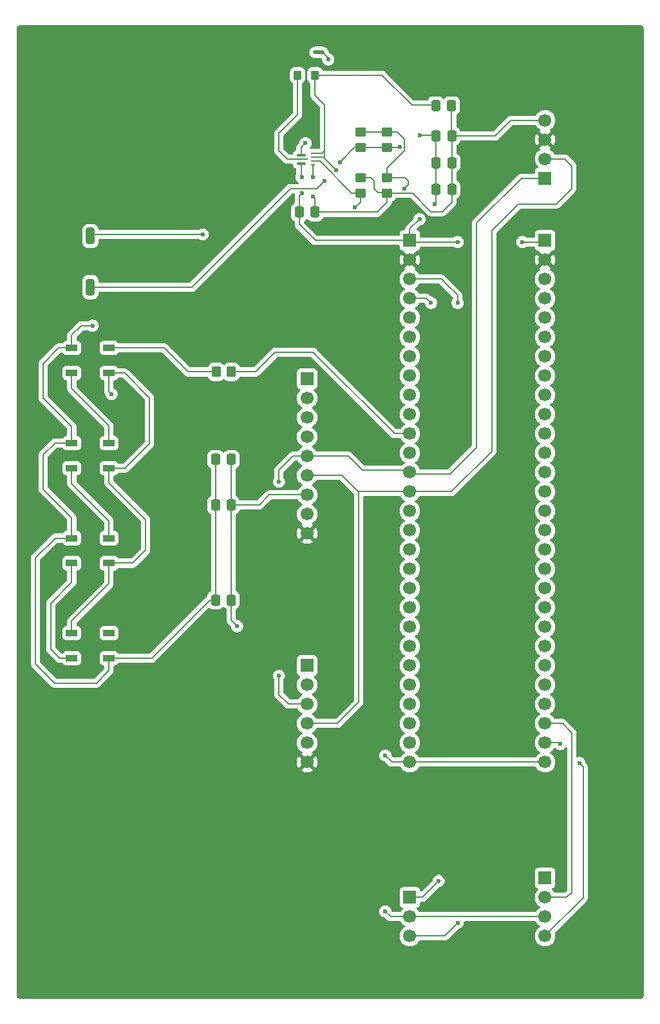
<source format=gbr>
%TF.GenerationSoftware,KiCad,Pcbnew,9.0.6*%
%TF.CreationDate,2025-11-19T01:17:59-05:00*%
%TF.ProjectId,pcb,7063622e-6b69-4636-9164-5f7063625858,rev?*%
%TF.SameCoordinates,Original*%
%TF.FileFunction,Copper,L1,Top*%
%TF.FilePolarity,Positive*%
%FSLAX46Y46*%
G04 Gerber Fmt 4.6, Leading zero omitted, Abs format (unit mm)*
G04 Created by KiCad (PCBNEW 9.0.6) date 2025-11-19 01:17:59*
%MOMM*%
%LPD*%
G01*
G04 APERTURE LIST*
G04 Aperture macros list*
%AMRoundRect*
0 Rectangle with rounded corners*
0 $1 Rounding radius*
0 $2 $3 $4 $5 $6 $7 $8 $9 X,Y pos of 4 corners*
0 Add a 4 corners polygon primitive as box body*
4,1,4,$2,$3,$4,$5,$6,$7,$8,$9,$2,$3,0*
0 Add four circle primitives for the rounded corners*
1,1,$1+$1,$2,$3*
1,1,$1+$1,$4,$5*
1,1,$1+$1,$6,$7*
1,1,$1+$1,$8,$9*
0 Add four rect primitives between the rounded corners*
20,1,$1+$1,$2,$3,$4,$5,0*
20,1,$1+$1,$4,$5,$6,$7,0*
20,1,$1+$1,$6,$7,$8,$9,0*
20,1,$1+$1,$8,$9,$2,$3,0*%
G04 Aperture macros list end*
%TA.AperFunction,EtchedComponent*%
%ADD10C,0.000000*%
%TD*%
%TA.AperFunction,SMDPad,CuDef*%
%ADD11RoundRect,0.250000X-0.337500X-0.475000X0.337500X-0.475000X0.337500X0.475000X-0.337500X0.475000X0*%
%TD*%
%TA.AperFunction,SMDPad,CuDef*%
%ADD12RoundRect,0.087500X-0.487500X-0.087500X0.487500X-0.087500X0.487500X0.087500X-0.487500X0.087500X0*%
%TD*%
%TA.AperFunction,SMDPad,CuDef*%
%ADD13RoundRect,0.050000X-0.675000X-0.050000X0.675000X-0.050000X0.675000X0.050000X-0.675000X0.050000X0*%
%TD*%
%TA.AperFunction,SMDPad,CuDef*%
%ADD14RoundRect,0.062500X-0.162500X-0.062500X0.162500X-0.062500X0.162500X0.062500X-0.162500X0.062500X0*%
%TD*%
%TA.AperFunction,SMDPad,CuDef*%
%ADD15RoundRect,0.250000X-0.450000X0.350000X-0.450000X-0.350000X0.450000X-0.350000X0.450000X0.350000X0*%
%TD*%
%TA.AperFunction,SMDPad,CuDef*%
%ADD16RoundRect,0.090000X0.660000X0.360000X-0.660000X0.360000X-0.660000X-0.360000X0.660000X-0.360000X0*%
%TD*%
%TA.AperFunction,ComponentPad*%
%ADD17R,1.700000X1.700000*%
%TD*%
%TA.AperFunction,ComponentPad*%
%ADD18C,1.700000*%
%TD*%
%TA.AperFunction,SMDPad,CuDef*%
%ADD19RoundRect,0.250000X0.275000X0.350000X-0.275000X0.350000X-0.275000X-0.350000X0.275000X-0.350000X0*%
%TD*%
%TA.AperFunction,SMDPad,CuDef*%
%ADD20RoundRect,0.090000X-0.660000X-0.360000X0.660000X-0.360000X0.660000X0.360000X-0.660000X0.360000X0*%
%TD*%
%TA.AperFunction,SMDPad,CuDef*%
%ADD21RoundRect,0.250000X0.450000X-0.350000X0.450000X0.350000X-0.450000X0.350000X-0.450000X-0.350000X0*%
%TD*%
%TA.AperFunction,SMDPad,CuDef*%
%ADD22C,0.500000*%
%TD*%
%TA.AperFunction,SMDPad,CuDef*%
%ADD23RoundRect,0.250000X0.350000X0.450000X-0.350000X0.450000X-0.350000X-0.450000X0.350000X-0.450000X0*%
%TD*%
%TA.AperFunction,SMDPad,CuDef*%
%ADD24RoundRect,0.250000X0.310000X-0.830000X0.310000X0.830000X-0.310000X0.830000X-0.310000X-0.830000X0*%
%TD*%
%TA.AperFunction,ViaPad*%
%ADD25C,0.600000*%
%TD*%
%TA.AperFunction,Conductor*%
%ADD26C,0.200000*%
%TD*%
G04 APERTURE END LIST*
D10*
%TA.AperFunction,EtchedComponent*%
%TO.C,NT1*%
G36*
X103257500Y-44825000D02*
G01*
X102257500Y-44825000D01*
X102257500Y-44325000D01*
X103257500Y-44325000D01*
X103257500Y-44825000D01*
G37*
%TD.AperFunction*%
%TD*%
D11*
%TO.P,C4,1*%
%TO.N,+5V*%
X89182500Y-116575000D03*
%TO.P,C4,2*%
%TO.N,GND*%
X91257500Y-116575000D03*
%TD*%
%TO.P,C2,1*%
%TO.N,+5V*%
X89182500Y-98075000D03*
%TO.P,C2,2*%
%TO.N,GND*%
X91257500Y-98075000D03*
%TD*%
D12*
%TO.P,U1,1,GND*%
%TO.N,GND*%
X100420500Y-58075000D03*
D13*
%TO.P,U1,2,SW*%
%TO.N,Net-(U1-SW)*%
X100570500Y-58625000D03*
D12*
%TO.P,U1,3,VOUT*%
%TO.N,+5V*%
X100420500Y-59175000D03*
D14*
%TO.P,U1,4,FB*%
%TO.N,Net-(U1-FB)*%
X102020500Y-59375000D03*
%TO.P,U1,5,EN*%
%TO.N,Net-(SW1-B)*%
X102020500Y-58875000D03*
%TO.P,U1,6,MODE*%
%TO.N,+BATT*%
X102020500Y-58375000D03*
%TO.P,U1,7,VIN*%
X102020500Y-57875000D03*
%TD*%
D15*
%TO.P,R3,1*%
%TO.N,Net-(U1-FB)*%
X111757500Y-61075000D03*
%TO.P,R3,2*%
%TO.N,GND*%
X111757500Y-63075000D03*
%TD*%
D16*
%TO.P,D4,1,VDD*%
%TO.N,+5V*%
X75170000Y-124225000D03*
%TO.P,D4,2,DOUT*%
%TO.N,unconnected-(D4-DOUT-Pad2)*%
X75170000Y-120925000D03*
%TO.P,D4,3,VSS*%
%TO.N,GND*%
X70270000Y-120925000D03*
%TO.P,D4,4,DIN*%
%TO.N,Net-(D3-DOUT)*%
X70270000Y-124225000D03*
%TD*%
D11*
%TO.P,C8,1*%
%TO.N,+5V*%
X118182500Y-62575000D03*
%TO.P,C8,2*%
%TO.N,GND*%
X120257500Y-62575000D03*
%TD*%
%TO.P,C7,1*%
%TO.N,+BATT*%
X118145000Y-51575000D03*
%TO.P,C7,2*%
%TO.N,GND*%
X120220000Y-51575000D03*
%TD*%
D17*
%TO.P,J7,1,Pin_1*%
%TO.N,/PICO_SDA*%
X132500000Y-61115000D03*
D18*
%TO.P,J7,2,Pin_2*%
%TO.N,/PICO_SCL*%
X132500000Y-58575000D03*
%TO.P,J7,3,Pin_3*%
%TO.N,+3V3*%
X132500000Y-56035000D03*
%TO.P,J7,4,Pin_4*%
%TO.N,GND*%
X132500000Y-53495000D03*
%TD*%
D17*
%TO.P,J2,1,Pin_1*%
%TO.N,+5V*%
X132500000Y-69300000D03*
D18*
%TO.P,J2,2,Pin_2*%
%TO.N,+3V3*%
X132500000Y-71840000D03*
%TO.P,J2,3,Pin_3*%
%TO.N,/GPIO47*%
X132500000Y-74380000D03*
%TO.P,J2,4,Pin_4*%
%TO.N,/GPIO46*%
X132500000Y-76920000D03*
%TO.P,J2,5,Pin_5*%
%TO.N,/GPIO45*%
X132500000Y-79460000D03*
%TO.P,J2,6,Pin_6*%
%TO.N,/GPIO44*%
X132500000Y-82000000D03*
%TO.P,J2,7,Pin_7*%
%TO.N,/GPIO43*%
X132500000Y-84540000D03*
%TO.P,J2,8,Pin_8*%
%TO.N,/GPIO42*%
X132500000Y-87080000D03*
%TO.P,J2,9,Pin_9*%
%TO.N,/GPIO41*%
X132500000Y-89620000D03*
%TO.P,J2,10,Pin_10*%
%TO.N,/GPIO40*%
X132500000Y-92160000D03*
%TO.P,J2,11,Pin_11*%
%TO.N,/GPIO39*%
X132500000Y-94700000D03*
%TO.P,J2,12,Pin_12*%
%TO.N,/GPIO38*%
X132500000Y-97240000D03*
%TO.P,J2,13,Pin_13*%
%TO.N,/GPIO37*%
X132500000Y-99780000D03*
%TO.P,J2,14,Pin_14*%
%TO.N,/GPIO36*%
X132500000Y-102320000D03*
%TO.P,J2,15,Pin_15*%
%TO.N,/GPIO35*%
X132500000Y-104860000D03*
%TO.P,J2,16,Pin_16*%
%TO.N,/GPIO34*%
X132500000Y-107400000D03*
%TO.P,J2,17,Pin_17*%
%TO.N,/GPIO33*%
X132500000Y-109940000D03*
%TO.P,J2,18,Pin_18*%
%TO.N,/GPIO32*%
X132500000Y-112480000D03*
%TO.P,J2,19,Pin_19*%
%TO.N,/GPIO31*%
X132500000Y-115020000D03*
%TO.P,J2,20,Pin_20*%
%TO.N,/GPIO30*%
X132500000Y-117560000D03*
%TO.P,J2,21,Pin_21*%
%TO.N,/GPIO29*%
X132500000Y-120100000D03*
%TO.P,J2,22,Pin_22*%
%TO.N,/GPIO28*%
X132500000Y-122640000D03*
%TO.P,J2,23,Pin_23*%
%TO.N,/GPIO27*%
X132500000Y-125180000D03*
%TO.P,J2,24,Pin_24*%
%TO.N,/GPIO26*%
X132500000Y-127720000D03*
%TO.P,J2,25,Pin_25*%
%TO.N,/GPIO25*%
X132500000Y-130260000D03*
%TO.P,J2,26,Pin_26*%
%TO.N,/SWCLK*%
X132500000Y-132800000D03*
%TO.P,J2,27,Pin_27*%
%TO.N,/SWD*%
X132500000Y-135340000D03*
%TO.P,J2,28,Pin_28*%
%TO.N,GND*%
X132500000Y-137880000D03*
%TD*%
D19*
%TO.P,L1,1*%
%TO.N,+BATT*%
X102257500Y-47575000D03*
%TO.P,L1,2*%
%TO.N,Net-(U1-SW)*%
X99957500Y-47575000D03*
%TD*%
D11*
%TO.P,C1,1*%
%TO.N,+5V*%
X100182500Y-65575000D03*
%TO.P,C1,2*%
%TO.N,GND*%
X102257500Y-65575000D03*
%TD*%
D20*
%TO.P,D3,1,VDD*%
%TO.N,+5V*%
X70270000Y-108425000D03*
%TO.P,D3,2,DOUT*%
%TO.N,Net-(D3-DOUT)*%
X70270000Y-111725000D03*
%TO.P,D3,3,VSS*%
%TO.N,GND*%
X75170000Y-111725000D03*
%TO.P,D3,4,DIN*%
%TO.N,Net-(D2-DOUT)*%
X75170000Y-108425000D03*
%TD*%
D17*
%TO.P,J3,1,Pin_1*%
%TO.N,/GPIO1*%
X114720000Y-155660000D03*
D18*
%TO.P,J3,2,Pin_2*%
%TO.N,GND*%
X114720000Y-158200000D03*
%TO.P,J3,3,Pin_3*%
%TO.N,/GPIO0*%
X114720000Y-160740000D03*
%TD*%
D11*
%TO.P,C6,1*%
%TO.N,+5V*%
X118182500Y-59075000D03*
%TO.P,C6,2*%
%TO.N,GND*%
X120257500Y-59075000D03*
%TD*%
D21*
%TO.P,R2,1*%
%TO.N,+5V*%
X108220000Y-57075000D03*
%TO.P,R2,2*%
%TO.N,Net-(U1-FB)*%
X108220000Y-55075000D03*
%TD*%
D20*
%TO.P,D2,1,VDD*%
%TO.N,+5V*%
X70270000Y-95925000D03*
%TO.P,D2,2,DOUT*%
%TO.N,Net-(D2-DOUT)*%
X70270000Y-99225000D03*
%TO.P,D2,3,VSS*%
%TO.N,GND*%
X75170000Y-99225000D03*
%TO.P,D2,4,DIN*%
%TO.N,Net-(D1-DOUT)*%
X75170000Y-95925000D03*
%TD*%
D22*
%TO.P,NT1,1,1*%
%TO.N,GND*%
X103257500Y-44575000D03*
%TO.P,NT1,2,2*%
%TO.N,-BATT*%
X102257500Y-44575000D03*
%TD*%
D11*
%TO.P,C3,1*%
%TO.N,+5V*%
X89182500Y-104075000D03*
%TO.P,C3,2*%
%TO.N,GND*%
X91257500Y-104075000D03*
%TD*%
D21*
%TO.P,R5,1*%
%TO.N,Net-(SW1-B)*%
X108220000Y-63075000D03*
%TO.P,R5,2*%
%TO.N,GND*%
X108220000Y-61075000D03*
%TD*%
D11*
%TO.P,C5,1*%
%TO.N,+5V*%
X118182500Y-55575000D03*
%TO.P,C5,2*%
%TO.N,GND*%
X120257500Y-55575000D03*
%TD*%
D17*
%TO.P,J1,1,Pin_1*%
%TO.N,+5V*%
X114720000Y-69300000D03*
D18*
%TO.P,J1,2,Pin_2*%
%TO.N,+3V3*%
X114720000Y-71840000D03*
%TO.P,J1,3,Pin_3*%
%TO.N,/GPIO0*%
X114720000Y-74380000D03*
%TO.P,J1,4,Pin_4*%
%TO.N,/GPIO1*%
X114720000Y-76920000D03*
%TO.P,J1,5,Pin_5*%
%TO.N,/GPIO2*%
X114720000Y-79460000D03*
%TO.P,J1,6,Pin_6*%
%TO.N,/GPIO3*%
X114720000Y-82000000D03*
%TO.P,J1,7,Pin_7*%
%TO.N,/GPIO4*%
X114720000Y-84540000D03*
%TO.P,J1,8,Pin_8*%
%TO.N,/GPIO5*%
X114720000Y-87080000D03*
%TO.P,J1,9,Pin_9*%
%TO.N,/GPIO6*%
X114720000Y-89620000D03*
%TO.P,J1,10,Pin_10*%
%TO.N,/GPIO7*%
X114720000Y-92160000D03*
%TO.P,J1,11,Pin_11*%
%TO.N,/GPIO8*%
X114720000Y-94700000D03*
%TO.P,J1,12,Pin_12*%
%TO.N,/GPIO9*%
X114720000Y-97240000D03*
%TO.P,J1,13,Pin_13*%
%TO.N,/PICO_SDA*%
X114720000Y-99780000D03*
%TO.P,J1,14,Pin_14*%
%TO.N,/PICO_SCL*%
X114720000Y-102320000D03*
%TO.P,J1,15,Pin_15*%
%TO.N,/GPIO12*%
X114720000Y-104860000D03*
%TO.P,J1,16,Pin_16*%
%TO.N,/GPIO13*%
X114720000Y-107400000D03*
%TO.P,J1,17,Pin_17*%
%TO.N,/GPIO14*%
X114720000Y-109940000D03*
%TO.P,J1,18,Pin_18*%
%TO.N,/GPIO15*%
X114720000Y-112480000D03*
%TO.P,J1,19,Pin_19*%
%TO.N,/GPIO16*%
X114720000Y-115020000D03*
%TO.P,J1,20,Pin_20*%
%TO.N,/GPIO17*%
X114720000Y-117560000D03*
%TO.P,J1,21,Pin_21*%
%TO.N,/GPIO18*%
X114720000Y-120100000D03*
%TO.P,J1,22,Pin_22*%
%TO.N,/GPIO19*%
X114720000Y-122640000D03*
%TO.P,J1,23,Pin_23*%
%TO.N,/GPIO20*%
X114720000Y-125180000D03*
%TO.P,J1,24,Pin_24*%
%TO.N,/GPIO21*%
X114720000Y-127720000D03*
%TO.P,J1,25,Pin_25*%
%TO.N,/GPIO22*%
X114720000Y-130260000D03*
%TO.P,J1,26,Pin_26*%
%TO.N,/GPIO23*%
X114720000Y-132800000D03*
%TO.P,J1,27,Pin_27*%
%TO.N,/GPIO24*%
X114720000Y-135340000D03*
%TO.P,J1,28,Pin_28*%
%TO.N,GND*%
X114720000Y-137880000D03*
%TD*%
D23*
%TO.P,R1,1*%
%TO.N,/GPIO8*%
X91257500Y-86575000D03*
%TO.P,R1,2*%
%TO.N,Net-(D1-DIN)*%
X89257500Y-86575000D03*
%TD*%
D17*
%TO.P,J5,1,Pin_1*%
%TO.N,unconnected-(J5-Pin_1-Pad1)*%
X101220000Y-125180000D03*
D18*
%TO.P,J5,2,Pin_2*%
%TO.N,unconnected-(J5-Pin_2-Pad2)*%
X101220000Y-127720000D03*
%TO.P,J5,3,Pin_3*%
%TO.N,/PICO_SDA*%
X101220000Y-130260000D03*
%TO.P,J5,4,Pin_4*%
%TO.N,/PICO_SCL*%
X101220000Y-132800000D03*
%TO.P,J5,5,Pin_5*%
%TO.N,GND*%
X101220000Y-135340000D03*
%TO.P,J5,6,Pin_6*%
%TO.N,+3V3*%
X101220000Y-137880000D03*
%TD*%
D24*
%TO.P,SW1,1,A*%
%TO.N,+BATT*%
X72720000Y-75440000D03*
%TO.P,SW1,2,B*%
%TO.N,Net-(SW1-B)*%
X72720000Y-68710000D03*
%TD*%
D20*
%TO.P,D1,1,VDD*%
%TO.N,+5V*%
X70270000Y-83425000D03*
%TO.P,D1,2,DOUT*%
%TO.N,Net-(D1-DOUT)*%
X70270000Y-86725000D03*
%TO.P,D1,3,VSS*%
%TO.N,GND*%
X75170000Y-86725000D03*
%TO.P,D1,4,DIN*%
%TO.N,Net-(D1-DIN)*%
X75170000Y-83425000D03*
%TD*%
D17*
%TO.P,J6,1,Pin_1*%
%TO.N,unconnected-(J6-Pin_1-Pad1)*%
X101220000Y-87495000D03*
D18*
%TO.P,J6,2,Pin_2*%
%TO.N,unconnected-(J6-Pin_2-Pad2)*%
X101220000Y-90035000D03*
%TO.P,J6,3,Pin_3*%
%TO.N,unconnected-(J6-Pin_3-Pad3)*%
X101220000Y-92575000D03*
%TO.P,J6,4,Pin_4*%
%TO.N,unconnected-(J6-Pin_4-Pad4)*%
X101220000Y-95115000D03*
%TO.P,J6,5,Pin_5*%
%TO.N,/PICO_SDA*%
X101220000Y-97655000D03*
%TO.P,J6,6,Pin_6*%
%TO.N,/PICO_SCL*%
X101220000Y-100195000D03*
%TO.P,J6,7,Pin_7*%
%TO.N,GND*%
X101220000Y-102735000D03*
%TO.P,J6,8,Pin_8*%
%TO.N,unconnected-(J6-Pin_8-Pad8)*%
X101220000Y-105275000D03*
%TO.P,J6,9,Pin_9*%
%TO.N,+3V3*%
X101220000Y-107815000D03*
%TD*%
D21*
%TO.P,R4,1*%
%TO.N,+5V*%
X111757500Y-57075000D03*
%TO.P,R4,2*%
%TO.N,Net-(U1-FB)*%
X111757500Y-55075000D03*
%TD*%
D17*
%TO.P,J4,1,Pin_1*%
%TO.N,unconnected-(J4-Pin_1-Pad1)*%
X132500000Y-153120000D03*
D18*
%TO.P,J4,2,Pin_2*%
%TO.N,/SWCLK*%
X132500000Y-155660000D03*
%TO.P,J4,3,Pin_3*%
%TO.N,GND*%
X132500000Y-158200000D03*
%TO.P,J4,4,Pin_4*%
%TO.N,/SWD*%
X132500000Y-160740000D03*
%TD*%
D25*
%TO.N,GND*%
X101000000Y-56500000D03*
X111500000Y-157500000D03*
X75500000Y-89500000D03*
X111500000Y-137000000D03*
X104000000Y-45500000D03*
X102000000Y-63500000D03*
X92000000Y-120000000D03*
%TO.N,+5V*%
X116000000Y-55500000D03*
X105500000Y-59000000D03*
X121000000Y-69500000D03*
X113400000Y-57000000D03*
X118000000Y-64500000D03*
X73000000Y-80500000D03*
X129500000Y-69500000D03*
X116000000Y-66500000D03*
X100500000Y-63100000D03*
X100500000Y-61000000D03*
%TO.N,+BATT*%
X103500000Y-61500000D03*
X105000000Y-60000000D03*
%TO.N,/GPIO1*%
X117500000Y-77500000D03*
X118500000Y-153500000D03*
%TO.N,/GPIO0*%
X121000000Y-159000000D03*
X121000000Y-77500000D03*
%TO.N,/PICO_SDA*%
X97500000Y-101000000D03*
X97500000Y-126500000D03*
%TO.N,/SWD*%
X137000000Y-138000000D03*
X134500000Y-135500000D03*
%TO.N,Net-(U1-FB)*%
X114000000Y-62500000D03*
X102000000Y-61000000D03*
%TO.N,Net-(SW1-B)*%
X107500000Y-64975000D03*
X87500000Y-68500000D03*
%TD*%
D26*
%TO.N,GND*%
X124000000Y-158200000D02*
X132500000Y-158200000D01*
X112200000Y-158200000D02*
X111500000Y-157500000D01*
X114720000Y-137880000D02*
X112380000Y-137880000D01*
X120257500Y-64242500D02*
X120257500Y-63742500D01*
X120257500Y-63757500D02*
X120257500Y-62575000D01*
X114720000Y-158280000D02*
X114500000Y-158500000D01*
X75170000Y-86725000D02*
X77225000Y-86725000D01*
X115101000Y-63101000D02*
X117500000Y-65500000D01*
X103257500Y-44575000D02*
X104000000Y-45317500D01*
X114720000Y-137880000D02*
X124000000Y-137880000D01*
X111757500Y-63075000D02*
X111783500Y-63101000D01*
X91257500Y-104075000D02*
X91257500Y-116575000D01*
X78275000Y-111725000D02*
X75170000Y-111725000D01*
X102257500Y-65575000D02*
X102257500Y-63757500D01*
X102257500Y-63757500D02*
X102000000Y-63500000D01*
X80500000Y-90000000D02*
X80500000Y-96000000D01*
X110000000Y-61500000D02*
X109575000Y-61075000D01*
X119000000Y-65500000D02*
X120257500Y-64242500D01*
X70270000Y-119327500D02*
X70270000Y-120925000D01*
X120220000Y-51575000D02*
X120220000Y-55537500D01*
X124000000Y-137880000D02*
X132500000Y-137880000D01*
X110000000Y-62500000D02*
X110000000Y-61500000D01*
X77225000Y-86725000D02*
X80500000Y-90000000D01*
X120257500Y-55575000D02*
X125925000Y-55575000D01*
X128005000Y-53495000D02*
X132500000Y-53495000D01*
X80000000Y-106000000D02*
X80000000Y-110000000D01*
X101220000Y-102735000D02*
X96265000Y-102735000D01*
X75170000Y-111725000D02*
X75170000Y-113830000D01*
X120257500Y-59075000D02*
X120257500Y-62575000D01*
X111575000Y-63075000D02*
X111500000Y-63000000D01*
X75170000Y-114427500D02*
X70270000Y-119327500D01*
X75170000Y-89170000D02*
X75500000Y-89500000D01*
X109575000Y-61075000D02*
X108220000Y-61075000D01*
X102075000Y-65575000D02*
X102000000Y-65500000D01*
X114720000Y-158200000D02*
X112200000Y-158200000D01*
X94925000Y-104075000D02*
X91257500Y-104075000D01*
X114720000Y-158200000D02*
X114720000Y-158280000D01*
X91257500Y-98075000D02*
X91257500Y-104075000D01*
X100420500Y-57079500D02*
X100420500Y-58075000D01*
X111783500Y-63101000D02*
X115101000Y-63101000D01*
X112380000Y-137880000D02*
X111500000Y-137000000D01*
X91257500Y-119257500D02*
X92000000Y-120000000D01*
X111500000Y-63000000D02*
X110500000Y-63000000D01*
X120257500Y-55575000D02*
X120257500Y-59075000D01*
X110500000Y-63000000D02*
X110000000Y-62500000D01*
X80500000Y-96000000D02*
X77275000Y-99225000D01*
X102257500Y-65575000D02*
X110425000Y-65575000D01*
X120220000Y-55537500D02*
X120257500Y-55575000D01*
X111757500Y-63075000D02*
X111575000Y-63075000D01*
X75170000Y-99225000D02*
X75170000Y-101170000D01*
X96265000Y-102735000D02*
X94925000Y-104075000D01*
X77275000Y-99225000D02*
X75170000Y-99225000D01*
X75170000Y-113830000D02*
X75170000Y-114427500D01*
X114720000Y-158200000D02*
X124000000Y-158200000D01*
X125925000Y-55575000D02*
X128005000Y-53495000D01*
X104000000Y-45317500D02*
X104000000Y-45500000D01*
X117500000Y-65500000D02*
X119000000Y-65500000D01*
X80000000Y-110000000D02*
X78275000Y-111725000D01*
X75170000Y-86725000D02*
X75170000Y-89170000D01*
X91257500Y-116575000D02*
X91257500Y-119257500D01*
X75170000Y-101170000D02*
X80000000Y-106000000D01*
X111757500Y-64242500D02*
X111757500Y-63075000D01*
X101000000Y-56500000D02*
X100420500Y-57079500D01*
X102257500Y-65575000D02*
X102075000Y-65575000D01*
X110425000Y-65575000D02*
X111757500Y-64242500D01*
%TO.N,+5V*%
X66500000Y-85500000D02*
X68575000Y-83425000D01*
X89182500Y-104075000D02*
X89182500Y-116575000D01*
X70270000Y-93770000D02*
X66500000Y-90000000D01*
X129500000Y-69500000D02*
X132300000Y-69500000D01*
X102300000Y-69300000D02*
X114720000Y-69300000D01*
X89182500Y-98075000D02*
X89182500Y-104075000D01*
X107425000Y-57075000D02*
X105500000Y-59000000D01*
X68575000Y-83425000D02*
X70270000Y-83425000D01*
X71500000Y-80500000D02*
X70270000Y-81730000D01*
X111757500Y-57075000D02*
X113325000Y-57075000D01*
X132300000Y-69500000D02*
X132500000Y-69300000D01*
X114920000Y-69500000D02*
X121000000Y-69500000D01*
X100182500Y-65575000D02*
X100182500Y-67182500D01*
X118182500Y-64317500D02*
X118000000Y-64500000D01*
X113325000Y-57075000D02*
X113400000Y-57000000D01*
X89182500Y-116575000D02*
X88425000Y-116575000D01*
X66500000Y-90000000D02*
X66500000Y-85500000D01*
X70270000Y-81730000D02*
X70270000Y-83425000D01*
X100182500Y-63417500D02*
X100182500Y-65575000D01*
X114720000Y-67780000D02*
X114720000Y-69300000D01*
X65500000Y-111000000D02*
X68075000Y-108425000D01*
X100420500Y-60920500D02*
X100500000Y-61000000D01*
X70270000Y-105770000D02*
X66500000Y-102000000D01*
X100500000Y-63100000D02*
X100182500Y-63417500D01*
X88425000Y-116575000D02*
X80775000Y-124225000D01*
X100182500Y-67182500D02*
X102300000Y-69300000D01*
X118182500Y-55575000D02*
X118182500Y-59075000D01*
X114720000Y-69300000D02*
X114920000Y-69500000D01*
X65500000Y-125000000D02*
X65500000Y-111000000D01*
X73500000Y-127500000D02*
X68000000Y-127500000D01*
X108220000Y-57075000D02*
X111757500Y-57075000D01*
X75170000Y-125830000D02*
X73500000Y-127500000D01*
X68075000Y-108425000D02*
X70270000Y-108425000D01*
X75170000Y-124225000D02*
X75170000Y-125830000D01*
X68000000Y-127500000D02*
X65500000Y-125000000D01*
X73000000Y-80500000D02*
X71500000Y-80500000D01*
X70270000Y-108425000D02*
X70270000Y-105770000D01*
X80775000Y-124225000D02*
X75170000Y-124225000D01*
X108220000Y-57075000D02*
X107425000Y-57075000D01*
X66500000Y-97500000D02*
X68075000Y-95925000D01*
X118107500Y-55500000D02*
X118182500Y-55575000D01*
X118182500Y-62575000D02*
X118182500Y-64317500D01*
X116000000Y-55500000D02*
X118107500Y-55500000D01*
X68075000Y-95925000D02*
X70270000Y-95925000D01*
X116000000Y-66500000D02*
X114720000Y-67780000D01*
X66500000Y-102000000D02*
X66500000Y-97500000D01*
X118182500Y-59075000D02*
X118182500Y-62575000D01*
X70270000Y-95925000D02*
X70270000Y-93770000D01*
X100420500Y-59175000D02*
X100420500Y-60920500D01*
%TO.N,+BATT*%
X102257500Y-47575000D02*
X102257500Y-50257500D01*
X111075000Y-47575000D02*
X115000000Y-51500000D01*
X103125000Y-57875000D02*
X102020500Y-57875000D01*
X102257500Y-47575000D02*
X111075000Y-47575000D01*
X103500000Y-51500000D02*
X103500000Y-57500000D01*
X72720000Y-75440000D02*
X86060000Y-75440000D01*
X102500000Y-62500000D02*
X103500000Y-61500000D01*
X102257500Y-50257500D02*
X103500000Y-51500000D01*
X103500000Y-57500000D02*
X103125000Y-57875000D01*
X103500000Y-58250000D02*
X103375000Y-58375000D01*
X103500000Y-57500000D02*
X103500000Y-58250000D01*
X118070000Y-51500000D02*
X118145000Y-51575000D01*
X103375000Y-58375000D02*
X102020500Y-58375000D01*
X99000000Y-62500000D02*
X102500000Y-62500000D01*
X86060000Y-75440000D02*
X99000000Y-62500000D01*
X115000000Y-51500000D02*
X118070000Y-51500000D01*
X105000000Y-60000000D02*
X103375000Y-58375000D01*
%TO.N,Net-(D1-DOUT)*%
X70270000Y-86725000D02*
X70270000Y-88770000D01*
X75170000Y-93670000D02*
X75170000Y-95925000D01*
X70270000Y-88770000D02*
X75170000Y-93670000D01*
%TO.N,Net-(D1-DIN)*%
X85575000Y-86575000D02*
X89257500Y-86575000D01*
X82425000Y-83425000D02*
X85575000Y-86575000D01*
X75170000Y-83425000D02*
X82425000Y-83425000D01*
%TO.N,Net-(D2-DOUT)*%
X70270000Y-101270000D02*
X75170000Y-106170000D01*
X70270000Y-99225000D02*
X70270000Y-101270000D01*
X75170000Y-106170000D02*
X75170000Y-108425000D01*
%TO.N,Net-(D3-DOUT)*%
X67500000Y-117000000D02*
X67500000Y-123000000D01*
X70270000Y-114230000D02*
X67500000Y-117000000D01*
X67500000Y-123000000D02*
X68725000Y-124225000D01*
X68725000Y-124225000D02*
X70270000Y-124225000D01*
X70270000Y-111725000D02*
X70270000Y-114230000D01*
%TO.N,/PICO_SCL*%
X108000000Y-130000000D02*
X108000000Y-102390000D01*
X105805000Y-100195000D02*
X107930000Y-102320000D01*
X105200000Y-132800000D02*
X108000000Y-130000000D01*
X136000000Y-62500000D02*
X134000000Y-64500000D01*
X108000000Y-102390000D02*
X108070000Y-102320000D01*
X125500000Y-97000000D02*
X120180000Y-102320000D01*
X136000000Y-59500000D02*
X136000000Y-62500000D01*
X108070000Y-102320000D02*
X114720000Y-102320000D01*
X101220000Y-100195000D02*
X105805000Y-100195000D01*
X125500000Y-68000000D02*
X125500000Y-97000000D01*
X134000000Y-64500000D02*
X129000000Y-64500000D01*
X120180000Y-102320000D02*
X114720000Y-102320000D01*
X132500000Y-58575000D02*
X135075000Y-58575000D01*
X107930000Y-102320000D02*
X108070000Y-102320000D01*
X129000000Y-64500000D02*
X125500000Y-68000000D01*
X135075000Y-58575000D02*
X136000000Y-59500000D01*
X101220000Y-132800000D02*
X105200000Y-132800000D01*
%TO.N,/GPIO1*%
X117500000Y-77500000D02*
X116920000Y-76920000D01*
X114720000Y-155660000D02*
X116340000Y-155660000D01*
X116920000Y-76920000D02*
X114720000Y-76920000D01*
X116340000Y-155660000D02*
X118500000Y-153500000D01*
%TO.N,/GPIO8*%
X97000000Y-84000000D02*
X102000000Y-84000000D01*
X91257500Y-86575000D02*
X94425000Y-86575000D01*
X102000000Y-84000000D02*
X112700000Y-94700000D01*
X112700000Y-94700000D02*
X114720000Y-94700000D01*
X94425000Y-86575000D02*
X97000000Y-84000000D01*
%TO.N,/GPIO0*%
X121000000Y-159000000D02*
X119500000Y-160500000D01*
X119500000Y-160500000D02*
X119260000Y-160740000D01*
X119500000Y-75000000D02*
X121000000Y-76500000D01*
X121000000Y-76500000D02*
X121000000Y-77500000D01*
X118880000Y-74380000D02*
X119500000Y-75000000D01*
X119260000Y-160740000D02*
X114720000Y-160740000D01*
X114720000Y-74380000D02*
X118880000Y-74380000D01*
%TO.N,/PICO_SDA*%
X97500000Y-129000000D02*
X97500000Y-126500000D01*
X101220000Y-97655000D02*
X99345000Y-97655000D01*
X114940000Y-100000000D02*
X114720000Y-99780000D01*
X99345000Y-97655000D02*
X99000000Y-98000000D01*
X108500000Y-99500000D02*
X114440000Y-99500000D01*
X101220000Y-97655000D02*
X106655000Y-97655000D01*
X97500000Y-99500000D02*
X97500000Y-101000000D01*
X114440000Y-99500000D02*
X114720000Y-99780000D01*
X123500000Y-67000000D02*
X123500000Y-96500000D01*
X132500000Y-61115000D02*
X129385000Y-61115000D01*
X98760000Y-130260000D02*
X97500000Y-129000000D01*
X101220000Y-130260000D02*
X98760000Y-130260000D01*
X120000000Y-100000000D02*
X114940000Y-100000000D01*
X123500000Y-96500000D02*
X120000000Y-100000000D01*
X106655000Y-97655000D02*
X108500000Y-99500000D01*
X129385000Y-61115000D02*
X123500000Y-67000000D01*
X99000000Y-98000000D02*
X97500000Y-99500000D01*
%TO.N,/SWD*%
X134340000Y-135340000D02*
X134500000Y-135500000D01*
X132500000Y-135340000D02*
X134340000Y-135340000D01*
X137500000Y-138500000D02*
X137500000Y-155740000D01*
X137000000Y-138000000D02*
X137500000Y-138500000D01*
X137500000Y-155740000D02*
X132500000Y-160740000D01*
%TO.N,/SWCLK*%
X136000000Y-134000000D02*
X134800000Y-132800000D01*
X134800000Y-132800000D02*
X132500000Y-132800000D01*
X135340000Y-155660000D02*
X136000000Y-155000000D01*
X136000000Y-155000000D02*
X136000000Y-134000000D01*
X132500000Y-155660000D02*
X135340000Y-155660000D01*
%TO.N,Net-(U1-SW)*%
X99957500Y-47575000D02*
X99957500Y-52792500D01*
X99957500Y-52792500D02*
X97500000Y-55250000D01*
X97500000Y-55250000D02*
X97500000Y-57500000D01*
X97500000Y-57500000D02*
X98625000Y-58625000D01*
X98625000Y-58625000D02*
X100570500Y-58625000D01*
%TO.N,Net-(U1-FB)*%
X114000000Y-57500000D02*
X114000000Y-56000000D01*
X114500000Y-62000000D02*
X114500000Y-61500000D01*
X102020500Y-60979500D02*
X102000000Y-61000000D01*
X111757500Y-55075000D02*
X108220000Y-55075000D01*
X114500000Y-61500000D02*
X114075000Y-61075000D01*
X113075000Y-55075000D02*
X111757500Y-55075000D01*
X111757500Y-61075000D02*
X111757500Y-59742500D01*
X114000000Y-62500000D02*
X114500000Y-62000000D01*
X102020500Y-59375000D02*
X102020500Y-60979500D01*
X114075000Y-61075000D02*
X111757500Y-61075000D01*
X114000000Y-56000000D02*
X113075000Y-55075000D01*
X111757500Y-59742500D02*
X114000000Y-57500000D01*
%TO.N,Net-(SW1-B)*%
X108220000Y-63075000D02*
X108220000Y-64255000D01*
X107075000Y-63075000D02*
X108220000Y-63075000D01*
X102875000Y-58875000D02*
X107075000Y-63075000D01*
X108220000Y-64255000D02*
X107500000Y-64975000D01*
X87500000Y-68500000D02*
X72930000Y-68500000D01*
X72930000Y-68500000D02*
X72720000Y-68710000D01*
X102020500Y-58875000D02*
X102875000Y-58875000D01*
%TD*%
%TA.AperFunction,Conductor*%
%TO.N,+3V3*%
G36*
X131281320Y-54115185D02*
G01*
X131324765Y-54163205D01*
X131344947Y-54202814D01*
X131344948Y-54202815D01*
X131469890Y-54374786D01*
X131620213Y-54525109D01*
X131792179Y-54650048D01*
X131792181Y-54650049D01*
X131792184Y-54650051D01*
X131801493Y-54654794D01*
X131852290Y-54702766D01*
X131869087Y-54770587D01*
X131846552Y-54836722D01*
X131801505Y-54875760D01*
X131792446Y-54880376D01*
X131792440Y-54880380D01*
X131738282Y-54919727D01*
X131738282Y-54919728D01*
X132370591Y-55552037D01*
X132307007Y-55569075D01*
X132192993Y-55634901D01*
X132099901Y-55727993D01*
X132034075Y-55842007D01*
X132017037Y-55905591D01*
X131384728Y-55273282D01*
X131384727Y-55273282D01*
X131345380Y-55327439D01*
X131248904Y-55516782D01*
X131183242Y-55718869D01*
X131183242Y-55718872D01*
X131150000Y-55928753D01*
X131150000Y-56141246D01*
X131183242Y-56351127D01*
X131183242Y-56351130D01*
X131248904Y-56553217D01*
X131345375Y-56742550D01*
X131384728Y-56796716D01*
X132017037Y-56164408D01*
X132034075Y-56227993D01*
X132099901Y-56342007D01*
X132192993Y-56435099D01*
X132307007Y-56500925D01*
X132370590Y-56517962D01*
X131738282Y-57150269D01*
X131738282Y-57150270D01*
X131792452Y-57189626D01*
X131792451Y-57189626D01*
X131801495Y-57194234D01*
X131852292Y-57242208D01*
X131869087Y-57310029D01*
X131846550Y-57376164D01*
X131801499Y-57415202D01*
X131792182Y-57419949D01*
X131620213Y-57544890D01*
X131469890Y-57695213D01*
X131344951Y-57867179D01*
X131248444Y-58056585D01*
X131182753Y-58258760D01*
X131152907Y-58447200D01*
X131149500Y-58468713D01*
X131149500Y-58681287D01*
X131182754Y-58891243D01*
X131233926Y-59048735D01*
X131248444Y-59093414D01*
X131344951Y-59282820D01*
X131469890Y-59454786D01*
X131583430Y-59568326D01*
X131616915Y-59629649D01*
X131611931Y-59699341D01*
X131570059Y-59755274D01*
X131539083Y-59772189D01*
X131407669Y-59821203D01*
X131407664Y-59821206D01*
X131292455Y-59907452D01*
X131292452Y-59907455D01*
X131206206Y-60022664D01*
X131206202Y-60022671D01*
X131155908Y-60157517D01*
X131149501Y-60217116D01*
X131149501Y-60217123D01*
X131149500Y-60217135D01*
X131149500Y-60390500D01*
X131129815Y-60457539D01*
X131077011Y-60503294D01*
X131025500Y-60514500D01*
X129471669Y-60514500D01*
X129471653Y-60514499D01*
X129464057Y-60514499D01*
X129305943Y-60514499D01*
X129153215Y-60555423D01*
X129153214Y-60555423D01*
X129153212Y-60555424D01*
X129124153Y-60572202D01*
X129124152Y-60572203D01*
X129085567Y-60594480D01*
X129016285Y-60634479D01*
X129016282Y-60634481D01*
X123019481Y-66631282D01*
X123019479Y-66631285D01*
X122969361Y-66718094D01*
X122969359Y-66718096D01*
X122940425Y-66768209D01*
X122940424Y-66768210D01*
X122934586Y-66789998D01*
X122899499Y-66920943D01*
X122899499Y-66920945D01*
X122899499Y-67089046D01*
X122899500Y-67089059D01*
X122899500Y-96199903D01*
X122879815Y-96266942D01*
X122863181Y-96287584D01*
X119787584Y-99363181D01*
X119726261Y-99396666D01*
X119699903Y-99399500D01*
X116106459Y-99399500D01*
X116039420Y-99379815D01*
X115993665Y-99327011D01*
X115988528Y-99313820D01*
X115971557Y-99261588D01*
X115875051Y-99072184D01*
X115875049Y-99072181D01*
X115875048Y-99072179D01*
X115750109Y-98900213D01*
X115599786Y-98749890D01*
X115427820Y-98624951D01*
X115426935Y-98624500D01*
X115419054Y-98620485D01*
X115368259Y-98572512D01*
X115351463Y-98504692D01*
X115373999Y-98438556D01*
X115419054Y-98399515D01*
X115427816Y-98395051D01*
X115490928Y-98349198D01*
X115599786Y-98270109D01*
X115599788Y-98270106D01*
X115599792Y-98270104D01*
X115750104Y-98119792D01*
X115750106Y-98119788D01*
X115750109Y-98119786D01*
X115875048Y-97947820D01*
X115875047Y-97947820D01*
X115875051Y-97947816D01*
X115971557Y-97758412D01*
X116037246Y-97556243D01*
X116070500Y-97346287D01*
X116070500Y-97133713D01*
X116037246Y-96923757D01*
X115971557Y-96721588D01*
X115875051Y-96532184D01*
X115875049Y-96532181D01*
X115875048Y-96532179D01*
X115750109Y-96360213D01*
X115599786Y-96209890D01*
X115427820Y-96084951D01*
X115427115Y-96084591D01*
X115419054Y-96080485D01*
X115368259Y-96032512D01*
X115351463Y-95964692D01*
X115373999Y-95898556D01*
X115419054Y-95859515D01*
X115427816Y-95855051D01*
X115449789Y-95839086D01*
X115599786Y-95730109D01*
X115599788Y-95730106D01*
X115599792Y-95730104D01*
X115750104Y-95579792D01*
X115750106Y-95579788D01*
X115750109Y-95579786D01*
X115875048Y-95407820D01*
X115875047Y-95407820D01*
X115875051Y-95407816D01*
X115971557Y-95218412D01*
X116037246Y-95016243D01*
X116070500Y-94806287D01*
X116070500Y-94593713D01*
X116037246Y-94383757D01*
X115971557Y-94181588D01*
X115875051Y-93992184D01*
X115875049Y-93992181D01*
X115875048Y-93992179D01*
X115750109Y-93820213D01*
X115599786Y-93669890D01*
X115427820Y-93544951D01*
X115427115Y-93544591D01*
X115419054Y-93540485D01*
X115368259Y-93492512D01*
X115351463Y-93424692D01*
X115373999Y-93358556D01*
X115419054Y-93319515D01*
X115427816Y-93315051D01*
X115463012Y-93289480D01*
X115599786Y-93190109D01*
X115599788Y-93190106D01*
X115599792Y-93190104D01*
X115750104Y-93039792D01*
X115750106Y-93039788D01*
X115750109Y-93039786D01*
X115875048Y-92867820D01*
X115875047Y-92867820D01*
X115875051Y-92867816D01*
X115971557Y-92678412D01*
X116037246Y-92476243D01*
X116070500Y-92266287D01*
X116070500Y-92053713D01*
X116037246Y-91843757D01*
X115971557Y-91641588D01*
X115875051Y-91452184D01*
X115875049Y-91452181D01*
X115875048Y-91452179D01*
X115750109Y-91280213D01*
X115599786Y-91129890D01*
X115427820Y-91004951D01*
X115427115Y-91004591D01*
X115419054Y-91000485D01*
X115368259Y-90952512D01*
X115351463Y-90884692D01*
X115373999Y-90818556D01*
X115419054Y-90779515D01*
X115427816Y-90775051D01*
X115449789Y-90759086D01*
X115599786Y-90650109D01*
X115599788Y-90650106D01*
X115599792Y-90650104D01*
X115750104Y-90499792D01*
X115750106Y-90499788D01*
X115750109Y-90499786D01*
X115875048Y-90327820D01*
X115875047Y-90327820D01*
X115875051Y-90327816D01*
X115971557Y-90138412D01*
X116037246Y-89936243D01*
X116070500Y-89726287D01*
X116070500Y-89513713D01*
X116037246Y-89303757D01*
X115971557Y-89101588D01*
X115875051Y-88912184D01*
X115875049Y-88912181D01*
X115875048Y-88912179D01*
X115750109Y-88740213D01*
X115599786Y-88589890D01*
X115427820Y-88464951D01*
X115427115Y-88464591D01*
X115419054Y-88460485D01*
X115368259Y-88412512D01*
X115351463Y-88344692D01*
X115373999Y-88278556D01*
X115419054Y-88239515D01*
X115427816Y-88235051D01*
X115449789Y-88219086D01*
X115599786Y-88110109D01*
X115599788Y-88110106D01*
X115599792Y-88110104D01*
X115750104Y-87959792D01*
X115750106Y-87959788D01*
X115750109Y-87959786D01*
X115868253Y-87797173D01*
X115875051Y-87787816D01*
X115971557Y-87598412D01*
X116037246Y-87396243D01*
X116070500Y-87186287D01*
X116070500Y-86973713D01*
X116037246Y-86763757D01*
X115971557Y-86561588D01*
X115875051Y-86372184D01*
X115875049Y-86372181D01*
X115875048Y-86372179D01*
X115750109Y-86200213D01*
X115599786Y-86049890D01*
X115427820Y-85924951D01*
X115427115Y-85924591D01*
X115419054Y-85920485D01*
X115368259Y-85872512D01*
X115351463Y-85804692D01*
X115373999Y-85738556D01*
X115419054Y-85699515D01*
X115427816Y-85695051D01*
X115522925Y-85625951D01*
X115599786Y-85570109D01*
X115599788Y-85570106D01*
X115599792Y-85570104D01*
X115750104Y-85419792D01*
X115750106Y-85419788D01*
X115750109Y-85419786D01*
X115875048Y-85247820D01*
X115875047Y-85247820D01*
X115875051Y-85247816D01*
X115971557Y-85058412D01*
X116037246Y-84856243D01*
X116070500Y-84646287D01*
X116070500Y-84433713D01*
X116037246Y-84223757D01*
X115971557Y-84021588D01*
X115875051Y-83832184D01*
X115875049Y-83832181D01*
X115875048Y-83832179D01*
X115750109Y-83660213D01*
X115599786Y-83509890D01*
X115427820Y-83384951D01*
X115427115Y-83384591D01*
X115419054Y-83380485D01*
X115368259Y-83332512D01*
X115351463Y-83264692D01*
X115373999Y-83198556D01*
X115419054Y-83159515D01*
X115427816Y-83155051D01*
X115554030Y-83063352D01*
X115599786Y-83030109D01*
X115599788Y-83030106D01*
X115599792Y-83030104D01*
X115750104Y-82879792D01*
X115750106Y-82879788D01*
X115750109Y-82879786D01*
X115875048Y-82707820D01*
X115875047Y-82707820D01*
X115875051Y-82707816D01*
X115971557Y-82518412D01*
X116037246Y-82316243D01*
X116070500Y-82106287D01*
X116070500Y-81893713D01*
X116037246Y-81683757D01*
X115971557Y-81481588D01*
X115875051Y-81292184D01*
X115875049Y-81292181D01*
X115875048Y-81292179D01*
X115750109Y-81120213D01*
X115599786Y-80969890D01*
X115427820Y-80844951D01*
X115427115Y-80844591D01*
X115419054Y-80840485D01*
X115368259Y-80792512D01*
X115351463Y-80724692D01*
X115373999Y-80658556D01*
X115419054Y-80619515D01*
X115427816Y-80615051D01*
X115477654Y-80578842D01*
X115599786Y-80490109D01*
X115599788Y-80490106D01*
X115599792Y-80490104D01*
X115750104Y-80339792D01*
X115750106Y-80339788D01*
X115750109Y-80339786D01*
X115875048Y-80167820D01*
X115875047Y-80167820D01*
X115875051Y-80167816D01*
X115971557Y-79978412D01*
X116037246Y-79776243D01*
X116070500Y-79566287D01*
X116070500Y-79353713D01*
X116037246Y-79143757D01*
X115971557Y-78941588D01*
X115875051Y-78752184D01*
X115875049Y-78752181D01*
X115875048Y-78752179D01*
X115750109Y-78580213D01*
X115599786Y-78429890D01*
X115427820Y-78304951D01*
X115427115Y-78304591D01*
X115419054Y-78300485D01*
X115368259Y-78252512D01*
X115351463Y-78184692D01*
X115373999Y-78118556D01*
X115419054Y-78079515D01*
X115427816Y-78075051D01*
X115516954Y-78010289D01*
X115599786Y-77950109D01*
X115599788Y-77950106D01*
X115599792Y-77950104D01*
X115750104Y-77799792D01*
X115750106Y-77799788D01*
X115750109Y-77799786D01*
X115808661Y-77719193D01*
X115875051Y-77627816D01*
X115878876Y-77620309D01*
X115895235Y-77588205D01*
X115943209Y-77537409D01*
X116005719Y-77520500D01*
X116586131Y-77520500D01*
X116653170Y-77540185D01*
X116698925Y-77592989D01*
X116707748Y-77620309D01*
X116730261Y-77733489D01*
X116730264Y-77733501D01*
X116790602Y-77879172D01*
X116790609Y-77879185D01*
X116878210Y-78010288D01*
X116878213Y-78010292D01*
X116989707Y-78121786D01*
X116989711Y-78121789D01*
X117120814Y-78209390D01*
X117120827Y-78209397D01*
X117246489Y-78261447D01*
X117266503Y-78269737D01*
X117421078Y-78300484D01*
X117421153Y-78300499D01*
X117421156Y-78300500D01*
X117421158Y-78300500D01*
X117578844Y-78300500D01*
X117578845Y-78300499D01*
X117733497Y-78269737D01*
X117879179Y-78209394D01*
X118010289Y-78121789D01*
X118121789Y-78010289D01*
X118209394Y-77879179D01*
X118269737Y-77733497D01*
X118300500Y-77578842D01*
X118300500Y-77421158D01*
X118300500Y-77421155D01*
X118300499Y-77421153D01*
X118269738Y-77266510D01*
X118269737Y-77266503D01*
X118257201Y-77236239D01*
X118209397Y-77120827D01*
X118209390Y-77120814D01*
X118121789Y-76989711D01*
X118121786Y-76989707D01*
X118010292Y-76878213D01*
X118010288Y-76878210D01*
X117879185Y-76790609D01*
X117879172Y-76790602D01*
X117733501Y-76730264D01*
X117733491Y-76730261D01*
X117578149Y-76699361D01*
X117561392Y-76690595D01*
X117542914Y-76686576D01*
X117517877Y-76667833D01*
X117516238Y-76666976D01*
X117514660Y-76665425D01*
X117407590Y-76558355D01*
X117407588Y-76558352D01*
X117288717Y-76439481D01*
X117288716Y-76439480D01*
X117201904Y-76389360D01*
X117201904Y-76389359D01*
X117201900Y-76389358D01*
X117151785Y-76360423D01*
X116999057Y-76319499D01*
X116840943Y-76319499D01*
X116833347Y-76319499D01*
X116833331Y-76319500D01*
X116005719Y-76319500D01*
X115938680Y-76299815D01*
X115895235Y-76251795D01*
X115875052Y-76212185D01*
X115875051Y-76212184D01*
X115750109Y-76040213D01*
X115599786Y-75889890D01*
X115427820Y-75764951D01*
X115427115Y-75764591D01*
X115419054Y-75760485D01*
X115368259Y-75712512D01*
X115351463Y-75644692D01*
X115373999Y-75578556D01*
X115419054Y-75539515D01*
X115427816Y-75535051D01*
X115449789Y-75519086D01*
X115599786Y-75410109D01*
X115599788Y-75410106D01*
X115599792Y-75410104D01*
X115750104Y-75259792D01*
X115750106Y-75259788D01*
X115750109Y-75259786D01*
X115808661Y-75179193D01*
X115875051Y-75087816D01*
X115875349Y-75087230D01*
X115895235Y-75048205D01*
X115943209Y-74997409D01*
X116005719Y-74980500D01*
X118579903Y-74980500D01*
X118646942Y-75000185D01*
X118667584Y-75016819D01*
X120363181Y-76712416D01*
X120377884Y-76739343D01*
X120394477Y-76765162D01*
X120395368Y-76771362D01*
X120396666Y-76773739D01*
X120399500Y-76800097D01*
X120399500Y-76920234D01*
X120379815Y-76987273D01*
X120378602Y-76989125D01*
X120290609Y-77120814D01*
X120290602Y-77120827D01*
X120230264Y-77266498D01*
X120230261Y-77266510D01*
X120199500Y-77421153D01*
X120199500Y-77578846D01*
X120230261Y-77733489D01*
X120230264Y-77733501D01*
X120290602Y-77879172D01*
X120290609Y-77879185D01*
X120378210Y-78010288D01*
X120378213Y-78010292D01*
X120489707Y-78121786D01*
X120489711Y-78121789D01*
X120620814Y-78209390D01*
X120620827Y-78209397D01*
X120746489Y-78261447D01*
X120766503Y-78269737D01*
X120921078Y-78300484D01*
X120921153Y-78300499D01*
X120921156Y-78300500D01*
X120921158Y-78300500D01*
X121078844Y-78300500D01*
X121078845Y-78300499D01*
X121233497Y-78269737D01*
X121379179Y-78209394D01*
X121510289Y-78121789D01*
X121621789Y-78010289D01*
X121709394Y-77879179D01*
X121769737Y-77733497D01*
X121800500Y-77578842D01*
X121800500Y-77421158D01*
X121800500Y-77421155D01*
X121800499Y-77421153D01*
X121769738Y-77266510D01*
X121769737Y-77266503D01*
X121757201Y-77236239D01*
X121709397Y-77120827D01*
X121709390Y-77120814D01*
X121621398Y-76989125D01*
X121600520Y-76922447D01*
X121600500Y-76920234D01*
X121600500Y-76420945D01*
X121600500Y-76420943D01*
X121559577Y-76268216D01*
X121559573Y-76268209D01*
X121480524Y-76131290D01*
X121480521Y-76131286D01*
X121480520Y-76131284D01*
X121368716Y-76019480D01*
X121368715Y-76019479D01*
X121364385Y-76015149D01*
X121364374Y-76015139D01*
X119367590Y-74018355D01*
X119367588Y-74018352D01*
X119248717Y-73899481D01*
X119248716Y-73899480D01*
X119161904Y-73849360D01*
X119161904Y-73849359D01*
X119161900Y-73849358D01*
X119111785Y-73820423D01*
X118959057Y-73779499D01*
X118800943Y-73779499D01*
X118793347Y-73779499D01*
X118793331Y-73779500D01*
X116005719Y-73779500D01*
X115938680Y-73759815D01*
X115895235Y-73711795D01*
X115875052Y-73672185D01*
X115875051Y-73672184D01*
X115750109Y-73500213D01*
X115599786Y-73349890D01*
X115427817Y-73224949D01*
X115418504Y-73220204D01*
X115367707Y-73172230D01*
X115350912Y-73104409D01*
X115373449Y-73038274D01*
X115418507Y-72999232D01*
X115427555Y-72994622D01*
X115481716Y-72955270D01*
X115481717Y-72955270D01*
X114849408Y-72322962D01*
X114912993Y-72305925D01*
X115027007Y-72240099D01*
X115120099Y-72147007D01*
X115185925Y-72032993D01*
X115202962Y-71969408D01*
X115835270Y-72601717D01*
X115835270Y-72601716D01*
X115874622Y-72547554D01*
X115971095Y-72358217D01*
X116036757Y-72156130D01*
X116036757Y-72156127D01*
X116070000Y-71946246D01*
X116070000Y-71733753D01*
X116036757Y-71523872D01*
X116036757Y-71523869D01*
X115971095Y-71321782D01*
X115874624Y-71132449D01*
X115835270Y-71078282D01*
X115835269Y-71078282D01*
X115202962Y-71710590D01*
X115185925Y-71647007D01*
X115120099Y-71532993D01*
X115027007Y-71439901D01*
X114912993Y-71374075D01*
X114849409Y-71357037D01*
X115519627Y-70686818D01*
X115580950Y-70653333D01*
X115607307Y-70650499D01*
X115617872Y-70650499D01*
X115677483Y-70644091D01*
X115812331Y-70593796D01*
X115927546Y-70507546D01*
X116013796Y-70392331D01*
X116064091Y-70257483D01*
X116069062Y-70211242D01*
X116095799Y-70146694D01*
X116153191Y-70106846D01*
X116192351Y-70100500D01*
X120420234Y-70100500D01*
X120487273Y-70120185D01*
X120489125Y-70121398D01*
X120620814Y-70209390D01*
X120620827Y-70209397D01*
X120736919Y-70257483D01*
X120766503Y-70269737D01*
X120921153Y-70300499D01*
X120921156Y-70300500D01*
X120921158Y-70300500D01*
X121078844Y-70300500D01*
X121078845Y-70300499D01*
X121233497Y-70269737D01*
X121379179Y-70209394D01*
X121510289Y-70121789D01*
X121621789Y-70010289D01*
X121709394Y-69879179D01*
X121769737Y-69733497D01*
X121800500Y-69578842D01*
X121800500Y-69421158D01*
X121800500Y-69421155D01*
X121800499Y-69421153D01*
X121769738Y-69266510D01*
X121769737Y-69266503D01*
X121709794Y-69121786D01*
X121709397Y-69120827D01*
X121709390Y-69120814D01*
X121621789Y-68989711D01*
X121621786Y-68989707D01*
X121510292Y-68878213D01*
X121510288Y-68878210D01*
X121379185Y-68790609D01*
X121379172Y-68790602D01*
X121233501Y-68730264D01*
X121233489Y-68730261D01*
X121078845Y-68699500D01*
X121078842Y-68699500D01*
X120921158Y-68699500D01*
X120921155Y-68699500D01*
X120766510Y-68730261D01*
X120766498Y-68730264D01*
X120620827Y-68790602D01*
X120620814Y-68790609D01*
X120489125Y-68878602D01*
X120422447Y-68899480D01*
X120420234Y-68899500D01*
X116194499Y-68899500D01*
X116127460Y-68879815D01*
X116081705Y-68827011D01*
X116070499Y-68775500D01*
X116070499Y-68402129D01*
X116070498Y-68402123D01*
X116070497Y-68402116D01*
X116064091Y-68342517D01*
X116048269Y-68300097D01*
X116013797Y-68207671D01*
X116013793Y-68207664D01*
X115927547Y-68092455D01*
X115927544Y-68092452D01*
X115812335Y-68006206D01*
X115812328Y-68006202D01*
X115677482Y-67955908D01*
X115669938Y-67954126D01*
X115670299Y-67952594D01*
X115614036Y-67929279D01*
X115574196Y-67871881D01*
X115571712Y-67802056D01*
X115604173Y-67745061D01*
X116014662Y-67334572D01*
X116075983Y-67301089D01*
X116078150Y-67300638D01*
X116136085Y-67289113D01*
X116233497Y-67269737D01*
X116379179Y-67209394D01*
X116510289Y-67121789D01*
X116621789Y-67010289D01*
X116709394Y-66879179D01*
X116769737Y-66733497D01*
X116800500Y-66578842D01*
X116800500Y-66421158D01*
X116800500Y-66421155D01*
X116800499Y-66421153D01*
X116769738Y-66266510D01*
X116769738Y-66266508D01*
X116769737Y-66266503D01*
X116743350Y-66202799D01*
X116709397Y-66120827D01*
X116709390Y-66120814D01*
X116621789Y-65989711D01*
X116621786Y-65989707D01*
X116510292Y-65878213D01*
X116510288Y-65878210D01*
X116379185Y-65790609D01*
X116379172Y-65790602D01*
X116233501Y-65730264D01*
X116233489Y-65730261D01*
X116078845Y-65699500D01*
X116078842Y-65699500D01*
X115921158Y-65699500D01*
X115921155Y-65699500D01*
X115766510Y-65730261D01*
X115766498Y-65730264D01*
X115620827Y-65790602D01*
X115620814Y-65790609D01*
X115489711Y-65878210D01*
X115489707Y-65878213D01*
X115378213Y-65989707D01*
X115378210Y-65989711D01*
X115290609Y-66120814D01*
X115290602Y-66120827D01*
X115230264Y-66266498D01*
X115230261Y-66266508D01*
X115199361Y-66421850D01*
X115166976Y-66483761D01*
X115165425Y-66485339D01*
X114239481Y-67411282D01*
X114239477Y-67411287D01*
X114222658Y-67440421D01*
X114222657Y-67440423D01*
X114160423Y-67548215D01*
X114119499Y-67700943D01*
X114119499Y-67700945D01*
X114119499Y-67825500D01*
X114099814Y-67892539D01*
X114047010Y-67938294D01*
X113995500Y-67949500D01*
X113822130Y-67949500D01*
X113822123Y-67949501D01*
X113762516Y-67955908D01*
X113627671Y-68006202D01*
X113627664Y-68006206D01*
X113512455Y-68092452D01*
X113512452Y-68092455D01*
X113426206Y-68207664D01*
X113426202Y-68207671D01*
X113375908Y-68342517D01*
X113369501Y-68402116D01*
X113369501Y-68402123D01*
X113369500Y-68402135D01*
X113369500Y-68575500D01*
X113349815Y-68642539D01*
X113297011Y-68688294D01*
X113245500Y-68699500D01*
X102600097Y-68699500D01*
X102533058Y-68679815D01*
X102512416Y-68663181D01*
X100819319Y-66970084D01*
X100804615Y-66943156D01*
X100788023Y-66917338D01*
X100787131Y-66911137D01*
X100785834Y-66908761D01*
X100783000Y-66882403D01*
X100783000Y-66838767D01*
X100802685Y-66771728D01*
X100841901Y-66733230D01*
X100988656Y-66642712D01*
X101112712Y-66518656D01*
X101114461Y-66515819D01*
X101116169Y-66514283D01*
X101117193Y-66512989D01*
X101117414Y-66513163D01*
X101166406Y-66469096D01*
X101235368Y-66457872D01*
X101299451Y-66485713D01*
X101325537Y-66515817D01*
X101327288Y-66518656D01*
X101451344Y-66642712D01*
X101600666Y-66734814D01*
X101767203Y-66789999D01*
X101869991Y-66800500D01*
X102645008Y-66800499D01*
X102645016Y-66800498D01*
X102645019Y-66800498D01*
X102701302Y-66794748D01*
X102747797Y-66789999D01*
X102914334Y-66734814D01*
X103063656Y-66642712D01*
X103187712Y-66518656D01*
X103279814Y-66369334D01*
X103315879Y-66260494D01*
X103355652Y-66203051D01*
X103420167Y-66176228D01*
X103433585Y-66175500D01*
X110338331Y-66175500D01*
X110338347Y-66175501D01*
X110345943Y-66175501D01*
X110504054Y-66175501D01*
X110504057Y-66175501D01*
X110656785Y-66134577D01*
X110715806Y-66100501D01*
X110793716Y-66055520D01*
X110905520Y-65943716D01*
X110905520Y-65943714D01*
X110915724Y-65933511D01*
X110915727Y-65933506D01*
X112238020Y-64611216D01*
X112317077Y-64474284D01*
X112358001Y-64321557D01*
X112358001Y-64255300D01*
X112377686Y-64188261D01*
X112430490Y-64142506D01*
X112442989Y-64137597D01*
X112526834Y-64109814D01*
X112676156Y-64017712D01*
X112800212Y-63893656D01*
X112882402Y-63760403D01*
X112934350Y-63713679D01*
X112987941Y-63701500D01*
X114800903Y-63701500D01*
X114867942Y-63721185D01*
X114888584Y-63737819D01*
X117015139Y-65864374D01*
X117015149Y-65864385D01*
X117019479Y-65868715D01*
X117019480Y-65868716D01*
X117131284Y-65980520D01*
X117131286Y-65980521D01*
X117131290Y-65980524D01*
X117261189Y-66055520D01*
X117268216Y-66059577D01*
X117380019Y-66089534D01*
X117420942Y-66100500D01*
X117420943Y-66100500D01*
X118913331Y-66100500D01*
X118913347Y-66100501D01*
X118920943Y-66100501D01*
X119079054Y-66100501D01*
X119079057Y-66100501D01*
X119231785Y-66059577D01*
X119301233Y-66019481D01*
X119368716Y-65980520D01*
X119480520Y-65868716D01*
X119480520Y-65868714D01*
X119490724Y-65858511D01*
X119490727Y-65858506D01*
X120738020Y-64611216D01*
X120817077Y-64474284D01*
X120858001Y-64321557D01*
X120858001Y-64163442D01*
X120858001Y-64155847D01*
X120858000Y-64155829D01*
X120858000Y-63838767D01*
X120877685Y-63771728D01*
X120916901Y-63733230D01*
X121063656Y-63642712D01*
X121187712Y-63518656D01*
X121279814Y-63369334D01*
X121334999Y-63202797D01*
X121345500Y-63100009D01*
X121345499Y-62049992D01*
X121339908Y-61995264D01*
X121334999Y-61947203D01*
X121334998Y-61947200D01*
X121317728Y-61895082D01*
X121279814Y-61780666D01*
X121187712Y-61631344D01*
X121063656Y-61507288D01*
X120916902Y-61416770D01*
X120870179Y-61364823D01*
X120858000Y-61311232D01*
X120858000Y-60338767D01*
X120877685Y-60271728D01*
X120916901Y-60233230D01*
X121063656Y-60142712D01*
X121187712Y-60018656D01*
X121279814Y-59869334D01*
X121334999Y-59702797D01*
X121345500Y-59600009D01*
X121345499Y-58549992D01*
X121334999Y-58447203D01*
X121279814Y-58280666D01*
X121187712Y-58131344D01*
X121063656Y-58007288D01*
X120916902Y-57916770D01*
X120870179Y-57864823D01*
X120858000Y-57811232D01*
X120858000Y-56838767D01*
X120877685Y-56771728D01*
X120916901Y-56733230D01*
X121063656Y-56642712D01*
X121187712Y-56518656D01*
X121279814Y-56369334D01*
X121315879Y-56260494D01*
X121355652Y-56203051D01*
X121420167Y-56176228D01*
X121433585Y-56175500D01*
X125838331Y-56175500D01*
X125838347Y-56175501D01*
X125845943Y-56175501D01*
X126004054Y-56175501D01*
X126004057Y-56175501D01*
X126156785Y-56134577D01*
X126206904Y-56105639D01*
X126293716Y-56055520D01*
X126405520Y-55943716D01*
X126405520Y-55943714D01*
X126415728Y-55933507D01*
X126415729Y-55933504D01*
X128217416Y-54131819D01*
X128278739Y-54098334D01*
X128305097Y-54095500D01*
X131214281Y-54095500D01*
X131281320Y-54115185D01*
G37*
%TD.AperFunction*%
%TA.AperFunction,Conductor*%
G36*
X145006922Y-41001280D02*
G01*
X145097266Y-41011459D01*
X145124331Y-41017636D01*
X145203540Y-41045352D01*
X145228553Y-41057398D01*
X145299606Y-41102043D01*
X145321313Y-41119355D01*
X145380644Y-41178686D01*
X145397957Y-41200395D01*
X145442600Y-41271444D01*
X145454648Y-41296462D01*
X145482362Y-41375666D01*
X145488540Y-41402735D01*
X145498720Y-41493075D01*
X145499500Y-41506960D01*
X145499500Y-168493038D01*
X145498720Y-168506922D01*
X145498720Y-168506923D01*
X145488540Y-168597264D01*
X145482362Y-168624333D01*
X145454648Y-168703537D01*
X145442600Y-168728555D01*
X145397957Y-168799604D01*
X145380644Y-168821313D01*
X145321313Y-168880644D01*
X145299604Y-168897957D01*
X145228555Y-168942600D01*
X145203537Y-168954648D01*
X145124333Y-168982362D01*
X145097264Y-168988540D01*
X145017075Y-168997576D01*
X145006921Y-168998720D01*
X144993038Y-168999500D01*
X63506962Y-168999500D01*
X63493078Y-168998720D01*
X63480553Y-168997308D01*
X63402735Y-168988540D01*
X63375666Y-168982362D01*
X63296462Y-168954648D01*
X63271444Y-168942600D01*
X63200395Y-168897957D01*
X63178686Y-168880644D01*
X63119355Y-168821313D01*
X63102042Y-168799604D01*
X63057399Y-168728555D01*
X63045351Y-168703537D01*
X63017637Y-168624333D01*
X63011459Y-168597263D01*
X63001280Y-168506922D01*
X63000500Y-168493038D01*
X63000500Y-125079054D01*
X64899498Y-125079054D01*
X64899499Y-125079057D01*
X64940423Y-125231785D01*
X64962731Y-125270423D01*
X64978175Y-125297173D01*
X65019479Y-125368714D01*
X65019481Y-125368717D01*
X65138349Y-125487585D01*
X65138355Y-125487590D01*
X67515139Y-127864374D01*
X67515149Y-127864385D01*
X67519479Y-127868715D01*
X67519480Y-127868716D01*
X67631284Y-127980520D01*
X67631286Y-127980521D01*
X67631290Y-127980524D01*
X67685521Y-128011834D01*
X67685526Y-128011836D01*
X67768209Y-128059574D01*
X67768210Y-128059575D01*
X67768212Y-128059575D01*
X67768215Y-128059577D01*
X67920943Y-128100501D01*
X67920946Y-128100501D01*
X68086653Y-128100501D01*
X68086669Y-128100500D01*
X73413331Y-128100500D01*
X73413347Y-128100501D01*
X73420943Y-128100501D01*
X73579054Y-128100501D01*
X73579057Y-128100501D01*
X73731785Y-128059577D01*
X73814476Y-128011835D01*
X73868716Y-127980520D01*
X73980520Y-127868716D01*
X73980520Y-127868714D01*
X73990724Y-127858511D01*
X73990727Y-127858506D01*
X75650520Y-126198716D01*
X75729577Y-126061784D01*
X75770501Y-125909057D01*
X75770501Y-125750942D01*
X75770501Y-125743347D01*
X75770500Y-125743329D01*
X75770500Y-125297172D01*
X75790185Y-125230133D01*
X75842989Y-125184378D01*
X75878317Y-125174233D01*
X75984151Y-125160301D01*
X76127798Y-125100800D01*
X76251149Y-125006149D01*
X76345800Y-124882798D01*
X76345802Y-124882794D01*
X76350747Y-124876350D01*
X76352982Y-124878065D01*
X76393642Y-124839289D01*
X76450472Y-124825500D01*
X80688331Y-124825500D01*
X80688347Y-124825501D01*
X80695943Y-124825501D01*
X80854054Y-124825501D01*
X80854057Y-124825501D01*
X81006785Y-124784577D01*
X81056904Y-124755639D01*
X81143716Y-124705520D01*
X81255520Y-124593716D01*
X81255520Y-124593714D01*
X81265728Y-124583507D01*
X81265730Y-124583504D01*
X88203752Y-117645482D01*
X88265075Y-117611997D01*
X88334767Y-117616981D01*
X88369722Y-117639446D01*
X88370681Y-117638234D01*
X88376341Y-117642709D01*
X88376344Y-117642712D01*
X88525666Y-117734814D01*
X88692203Y-117789999D01*
X88794991Y-117800500D01*
X89570008Y-117800499D01*
X89570016Y-117800498D01*
X89570019Y-117800498D01*
X89626302Y-117794748D01*
X89672797Y-117789999D01*
X89839334Y-117734814D01*
X89988656Y-117642712D01*
X90112712Y-117518656D01*
X90114461Y-117515819D01*
X90116169Y-117514283D01*
X90117193Y-117512989D01*
X90117414Y-117513163D01*
X90166406Y-117469096D01*
X90235368Y-117457872D01*
X90299451Y-117485713D01*
X90325537Y-117515817D01*
X90327288Y-117518656D01*
X90451344Y-117642712D01*
X90598097Y-117733229D01*
X90644821Y-117785175D01*
X90657000Y-117838767D01*
X90657000Y-119170830D01*
X90656999Y-119170848D01*
X90656999Y-119336554D01*
X90656998Y-119336554D01*
X90697923Y-119489285D01*
X90726858Y-119539400D01*
X90726859Y-119539404D01*
X90726860Y-119539404D01*
X90751214Y-119581588D01*
X90776979Y-119626214D01*
X90776981Y-119626217D01*
X90895849Y-119745085D01*
X90895855Y-119745090D01*
X91165425Y-120014660D01*
X91198910Y-120075983D01*
X91199361Y-120078149D01*
X91230261Y-120233491D01*
X91230264Y-120233501D01*
X91290602Y-120379172D01*
X91290609Y-120379185D01*
X91378210Y-120510288D01*
X91378213Y-120510292D01*
X91489707Y-120621786D01*
X91489711Y-120621789D01*
X91620814Y-120709390D01*
X91620827Y-120709397D01*
X91766498Y-120769735D01*
X91766503Y-120769737D01*
X91921153Y-120800499D01*
X91921156Y-120800500D01*
X91921158Y-120800500D01*
X92078844Y-120800500D01*
X92078845Y-120800499D01*
X92233497Y-120769737D01*
X92379179Y-120709394D01*
X92510289Y-120621789D01*
X92621789Y-120510289D01*
X92709394Y-120379179D01*
X92769737Y-120233497D01*
X92800500Y-120078842D01*
X92800500Y-119921158D01*
X92800500Y-119921155D01*
X92800499Y-119921153D01*
X92786908Y-119852826D01*
X92769737Y-119766503D01*
X92760868Y-119745090D01*
X92709397Y-119620827D01*
X92709390Y-119620814D01*
X92621789Y-119489711D01*
X92621786Y-119489707D01*
X92510292Y-119378213D01*
X92510288Y-119378210D01*
X92379185Y-119290609D01*
X92379172Y-119290602D01*
X92233501Y-119230264D01*
X92233491Y-119230261D01*
X92078150Y-119199361D01*
X92061393Y-119190595D01*
X92042915Y-119186576D01*
X92017878Y-119167833D01*
X92016239Y-119166976D01*
X92014661Y-119165425D01*
X91894319Y-119045083D01*
X91860834Y-118983760D01*
X91858000Y-118957402D01*
X91858000Y-117838767D01*
X91877685Y-117771728D01*
X91916901Y-117733230D01*
X92063656Y-117642712D01*
X92187712Y-117518656D01*
X92279814Y-117369334D01*
X92334999Y-117202797D01*
X92345500Y-117100009D01*
X92345499Y-116049992D01*
X92334999Y-115947203D01*
X92279814Y-115780666D01*
X92187712Y-115631344D01*
X92063656Y-115507288D01*
X91916902Y-115416770D01*
X91870179Y-115364823D01*
X91858000Y-115311232D01*
X91858000Y-105338767D01*
X91877685Y-105271728D01*
X91916901Y-105233230D01*
X92063656Y-105142712D01*
X92187712Y-105018656D01*
X92279814Y-104869334D01*
X92315879Y-104760494D01*
X92355652Y-104703051D01*
X92420167Y-104676228D01*
X92433585Y-104675500D01*
X94838331Y-104675500D01*
X94838347Y-104675501D01*
X94845943Y-104675501D01*
X95004054Y-104675501D01*
X95004057Y-104675501D01*
X95156785Y-104634577D01*
X95216660Y-104600008D01*
X95293716Y-104555520D01*
X95405520Y-104443716D01*
X95405520Y-104443714D01*
X95415724Y-104433511D01*
X95415727Y-104433506D01*
X96477416Y-103371819D01*
X96538739Y-103338334D01*
X96565097Y-103335500D01*
X99934281Y-103335500D01*
X100001320Y-103355185D01*
X100044765Y-103403205D01*
X100064947Y-103442814D01*
X100064948Y-103442815D01*
X100189890Y-103614786D01*
X100340213Y-103765109D01*
X100512182Y-103890050D01*
X100520946Y-103894516D01*
X100571742Y-103942491D01*
X100588536Y-104010312D01*
X100565998Y-104076447D01*
X100520946Y-104115484D01*
X100512182Y-104119949D01*
X100340213Y-104244890D01*
X100189890Y-104395213D01*
X100064951Y-104567179D01*
X99968444Y-104756585D01*
X99902753Y-104958760D01*
X99873618Y-105142712D01*
X99869500Y-105168713D01*
X99869500Y-105381287D01*
X99879534Y-105444644D01*
X99899043Y-105567816D01*
X99902754Y-105591243D01*
X99960256Y-105768216D01*
X99968444Y-105793414D01*
X100064951Y-105982820D01*
X100189890Y-106154786D01*
X100340213Y-106305109D01*
X100512179Y-106430048D01*
X100512181Y-106430049D01*
X100512184Y-106430051D01*
X100521493Y-106434794D01*
X100572290Y-106482766D01*
X100589087Y-106550587D01*
X100566552Y-106616722D01*
X100521505Y-106655760D01*
X100512446Y-106660376D01*
X100512440Y-106660380D01*
X100458282Y-106699727D01*
X100458282Y-106699728D01*
X101090591Y-107332037D01*
X101027007Y-107349075D01*
X100912993Y-107414901D01*
X100819901Y-107507993D01*
X100754075Y-107622007D01*
X100737037Y-107685591D01*
X100104728Y-107053282D01*
X100104727Y-107053282D01*
X100065380Y-107107439D01*
X99968904Y-107296782D01*
X99903242Y-107498869D01*
X99903242Y-107498872D01*
X99870000Y-107708753D01*
X99870000Y-107921246D01*
X99903242Y-108131127D01*
X99903242Y-108131130D01*
X99968904Y-108333217D01*
X100065375Y-108522550D01*
X100104728Y-108576716D01*
X100737037Y-107944408D01*
X100754075Y-108007993D01*
X100819901Y-108122007D01*
X100912993Y-108215099D01*
X101027007Y-108280925D01*
X101090590Y-108297962D01*
X100458282Y-108930269D01*
X100458282Y-108930270D01*
X100512449Y-108969624D01*
X100701782Y-109066095D01*
X100903870Y-109131757D01*
X101113754Y-109165000D01*
X101326246Y-109165000D01*
X101536127Y-109131757D01*
X101536130Y-109131757D01*
X101738217Y-109066095D01*
X101927554Y-108969622D01*
X101981716Y-108930270D01*
X101981717Y-108930270D01*
X101349408Y-108297962D01*
X101412993Y-108280925D01*
X101527007Y-108215099D01*
X101620099Y-108122007D01*
X101685925Y-108007993D01*
X101702962Y-107944408D01*
X102335270Y-108576717D01*
X102335270Y-108576716D01*
X102374622Y-108522554D01*
X102471095Y-108333217D01*
X102536757Y-108131130D01*
X102536757Y-108131127D01*
X102570000Y-107921246D01*
X102570000Y-107708753D01*
X102536757Y-107498872D01*
X102536757Y-107498869D01*
X102471095Y-107296782D01*
X102374624Y-107107449D01*
X102335270Y-107053282D01*
X102335269Y-107053282D01*
X101702962Y-107685590D01*
X101685925Y-107622007D01*
X101620099Y-107507993D01*
X101527007Y-107414901D01*
X101412993Y-107349075D01*
X101349409Y-107332037D01*
X101981716Y-106699728D01*
X101927547Y-106660373D01*
X101927547Y-106660372D01*
X101918500Y-106655763D01*
X101867706Y-106607788D01*
X101850912Y-106539966D01*
X101873451Y-106473832D01*
X101918508Y-106434793D01*
X101927816Y-106430051D01*
X102010621Y-106369890D01*
X102099786Y-106305109D01*
X102099788Y-106305106D01*
X102099792Y-106305104D01*
X102250104Y-106154792D01*
X102250106Y-106154788D01*
X102250109Y-106154786D01*
X102375048Y-105982820D01*
X102375047Y-105982820D01*
X102375051Y-105982816D01*
X102471557Y-105793412D01*
X102537246Y-105591243D01*
X102570500Y-105381287D01*
X102570500Y-105168713D01*
X102537246Y-104958757D01*
X102471557Y-104756588D01*
X102375051Y-104567184D01*
X102375049Y-104567181D01*
X102375048Y-104567179D01*
X102250109Y-104395213D01*
X102099786Y-104244890D01*
X101927820Y-104119951D01*
X101927115Y-104119591D01*
X101919054Y-104115485D01*
X101868259Y-104067512D01*
X101851463Y-103999692D01*
X101873999Y-103933556D01*
X101919054Y-103894515D01*
X101927816Y-103890051D01*
X102010621Y-103829890D01*
X102099786Y-103765109D01*
X102099788Y-103765106D01*
X102099792Y-103765104D01*
X102250104Y-103614792D01*
X102250106Y-103614788D01*
X102250109Y-103614786D01*
X102375048Y-103442820D01*
X102375047Y-103442820D01*
X102375051Y-103442816D01*
X102471557Y-103253412D01*
X102537246Y-103051243D01*
X102570500Y-102841287D01*
X102570500Y-102628713D01*
X102537246Y-102418757D01*
X102471557Y-102216588D01*
X102375051Y-102027184D01*
X102375049Y-102027181D01*
X102375048Y-102027179D01*
X102250109Y-101855213D01*
X102099786Y-101704890D01*
X101927820Y-101579951D01*
X101927115Y-101579591D01*
X101919054Y-101575485D01*
X101868259Y-101527512D01*
X101851463Y-101459692D01*
X101873999Y-101393556D01*
X101919054Y-101354515D01*
X101927816Y-101350051D01*
X102010621Y-101289890D01*
X102099786Y-101225109D01*
X102099788Y-101225106D01*
X102099792Y-101225104D01*
X102250104Y-101074792D01*
X102250106Y-101074788D01*
X102250109Y-101074786D01*
X102326310Y-100969903D01*
X102375051Y-100902816D01*
X102375349Y-100902230D01*
X102395235Y-100863205D01*
X102443209Y-100812409D01*
X102505719Y-100795500D01*
X105504903Y-100795500D01*
X105571942Y-100815185D01*
X105592584Y-100831819D01*
X107363181Y-102602416D01*
X107396666Y-102663739D01*
X107399500Y-102690097D01*
X107399500Y-129699903D01*
X107379815Y-129766942D01*
X107363181Y-129787584D01*
X104987584Y-132163181D01*
X104926261Y-132196666D01*
X104899903Y-132199500D01*
X102505719Y-132199500D01*
X102438680Y-132179815D01*
X102395235Y-132131795D01*
X102375052Y-132092185D01*
X102375051Y-132092184D01*
X102250109Y-131920213D01*
X102099786Y-131769890D01*
X101927820Y-131644951D01*
X101927115Y-131644591D01*
X101919054Y-131640485D01*
X101868259Y-131592512D01*
X101851463Y-131524692D01*
X101873999Y-131458556D01*
X101919054Y-131419515D01*
X101927816Y-131415051D01*
X101949789Y-131399086D01*
X102099786Y-131290109D01*
X102099788Y-131290106D01*
X102099792Y-131290104D01*
X102250104Y-131139792D01*
X102250106Y-131139788D01*
X102250109Y-131139786D01*
X102375048Y-130967820D01*
X102375047Y-130967820D01*
X102375051Y-130967816D01*
X102471557Y-130778412D01*
X102537246Y-130576243D01*
X102570500Y-130366287D01*
X102570500Y-130153713D01*
X102537246Y-129943757D01*
X102471557Y-129741588D01*
X102375051Y-129552184D01*
X102375049Y-129552181D01*
X102375048Y-129552179D01*
X102250109Y-129380213D01*
X102099786Y-129229890D01*
X101927820Y-129104951D01*
X101927115Y-129104591D01*
X101919054Y-129100485D01*
X101868259Y-129052512D01*
X101851463Y-128984692D01*
X101873999Y-128918556D01*
X101919054Y-128879515D01*
X101927816Y-128875051D01*
X102048205Y-128787584D01*
X102099786Y-128750109D01*
X102099788Y-128750106D01*
X102099792Y-128750104D01*
X102250104Y-128599792D01*
X102250106Y-128599788D01*
X102250109Y-128599786D01*
X102375048Y-128427820D01*
X102375047Y-128427820D01*
X102375051Y-128427816D01*
X102471557Y-128238412D01*
X102537246Y-128036243D01*
X102570500Y-127826287D01*
X102570500Y-127613713D01*
X102537246Y-127403757D01*
X102471557Y-127201588D01*
X102375051Y-127012184D01*
X102375049Y-127012181D01*
X102375048Y-127012179D01*
X102250109Y-126840213D01*
X102136569Y-126726673D01*
X102103084Y-126665350D01*
X102108068Y-126595658D01*
X102149940Y-126539725D01*
X102180915Y-126522810D01*
X102312331Y-126473796D01*
X102427546Y-126387546D01*
X102513796Y-126272331D01*
X102564091Y-126137483D01*
X102570500Y-126077873D01*
X102570499Y-124282128D01*
X102564091Y-124222517D01*
X102513796Y-124087669D01*
X102513795Y-124087668D01*
X102513793Y-124087664D01*
X102427547Y-123972455D01*
X102427544Y-123972452D01*
X102312335Y-123886206D01*
X102312328Y-123886202D01*
X102177482Y-123835908D01*
X102177483Y-123835908D01*
X102117883Y-123829501D01*
X102117881Y-123829500D01*
X102117873Y-123829500D01*
X102117864Y-123829500D01*
X100322129Y-123829500D01*
X100322123Y-123829501D01*
X100262516Y-123835908D01*
X100127671Y-123886202D01*
X100127664Y-123886206D01*
X100012455Y-123972452D01*
X100012452Y-123972455D01*
X99926206Y-124087664D01*
X99926202Y-124087671D01*
X99875908Y-124222517D01*
X99869501Y-124282116D01*
X99869501Y-124282123D01*
X99869500Y-124282135D01*
X99869500Y-126077870D01*
X99869501Y-126077876D01*
X99875908Y-126137483D01*
X99926202Y-126272328D01*
X99926206Y-126272335D01*
X100012452Y-126387544D01*
X100012455Y-126387547D01*
X100127664Y-126473793D01*
X100127671Y-126473797D01*
X100259082Y-126522810D01*
X100315016Y-126564681D01*
X100339433Y-126630145D01*
X100324582Y-126698418D01*
X100303431Y-126726673D01*
X100189889Y-126840215D01*
X100064951Y-127012179D01*
X99968444Y-127201585D01*
X99902753Y-127403760D01*
X99869500Y-127613713D01*
X99869500Y-127826287D01*
X99902754Y-128036243D01*
X99923632Y-128100500D01*
X99968444Y-128238414D01*
X100064951Y-128427820D01*
X100189890Y-128599786D01*
X100340213Y-128750109D01*
X100512182Y-128875050D01*
X100520946Y-128879516D01*
X100571742Y-128927491D01*
X100588536Y-128995312D01*
X100565998Y-129061447D01*
X100520946Y-129100484D01*
X100512182Y-129104949D01*
X100340213Y-129229890D01*
X100189890Y-129380213D01*
X100064948Y-129552184D01*
X100064947Y-129552185D01*
X100044765Y-129591795D01*
X99996791Y-129642591D01*
X99934281Y-129659500D01*
X99060097Y-129659500D01*
X98993058Y-129639815D01*
X98972416Y-129623181D01*
X98136819Y-128787584D01*
X98103334Y-128726261D01*
X98100500Y-128699903D01*
X98100500Y-127079765D01*
X98120185Y-127012726D01*
X98121398Y-127010874D01*
X98209390Y-126879185D01*
X98209390Y-126879184D01*
X98209394Y-126879179D01*
X98269737Y-126733497D01*
X98300500Y-126578842D01*
X98300500Y-126421158D01*
X98300500Y-126421155D01*
X98300499Y-126421153D01*
X98283372Y-126335050D01*
X98269737Y-126266503D01*
X98246376Y-126210104D01*
X98209397Y-126120827D01*
X98209390Y-126120814D01*
X98121789Y-125989711D01*
X98121786Y-125989707D01*
X98010292Y-125878213D01*
X98010288Y-125878210D01*
X97879185Y-125790609D01*
X97879172Y-125790602D01*
X97733501Y-125730264D01*
X97733489Y-125730261D01*
X97578845Y-125699500D01*
X97578842Y-125699500D01*
X97421158Y-125699500D01*
X97421155Y-125699500D01*
X97266510Y-125730261D01*
X97266498Y-125730264D01*
X97120827Y-125790602D01*
X97120814Y-125790609D01*
X96989711Y-125878210D01*
X96989707Y-125878213D01*
X96878213Y-125989707D01*
X96878210Y-125989711D01*
X96790609Y-126120814D01*
X96790602Y-126120827D01*
X96730264Y-126266498D01*
X96730261Y-126266510D01*
X96699500Y-126421153D01*
X96699500Y-126578846D01*
X96730261Y-126733489D01*
X96730264Y-126733501D01*
X96790602Y-126879172D01*
X96790609Y-126879185D01*
X96878602Y-127010874D01*
X96899480Y-127077551D01*
X96899500Y-127079765D01*
X96899500Y-128913330D01*
X96899499Y-128913348D01*
X96899499Y-129079054D01*
X96899498Y-129079054D01*
X96940423Y-129231785D01*
X96969358Y-129281900D01*
X96969359Y-129281904D01*
X96969360Y-129281904D01*
X97019479Y-129368714D01*
X97019481Y-129368717D01*
X97138349Y-129487585D01*
X97138355Y-129487590D01*
X98275139Y-130624374D01*
X98275149Y-130624385D01*
X98279479Y-130628715D01*
X98279480Y-130628716D01*
X98391284Y-130740520D01*
X98456917Y-130778412D01*
X98478095Y-130790639D01*
X98478097Y-130790641D01*
X98516151Y-130812611D01*
X98528215Y-130819577D01*
X98680943Y-130860500D01*
X99934281Y-130860500D01*
X100001320Y-130880185D01*
X100044765Y-130928205D01*
X100064947Y-130967814D01*
X100064948Y-130967815D01*
X100189890Y-131139786D01*
X100340213Y-131290109D01*
X100512182Y-131415050D01*
X100520946Y-131419516D01*
X100571742Y-131467491D01*
X100588536Y-131535312D01*
X100565998Y-131601447D01*
X100520946Y-131640484D01*
X100512182Y-131644949D01*
X100340213Y-131769890D01*
X100189890Y-131920213D01*
X100064951Y-132092179D01*
X99968444Y-132281585D01*
X99902753Y-132483760D01*
X99869500Y-132693713D01*
X99869500Y-132906287D01*
X99902754Y-133116243D01*
X99916486Y-133158507D01*
X99968444Y-133318414D01*
X100064951Y-133507820D01*
X100189890Y-133679786D01*
X100340213Y-133830109D01*
X100512182Y-133955050D01*
X100520946Y-133959516D01*
X100571742Y-134007491D01*
X100588536Y-134075312D01*
X100565998Y-134141447D01*
X100520946Y-134180484D01*
X100512182Y-134184949D01*
X100340213Y-134309890D01*
X100189890Y-134460213D01*
X100064951Y-134632179D01*
X99968444Y-134821585D01*
X99902753Y-135023760D01*
X99887380Y-135120821D01*
X99869500Y-135233713D01*
X99869500Y-135446287D01*
X99902754Y-135656243D01*
X99927855Y-135733497D01*
X99968444Y-135858414D01*
X100064951Y-136047820D01*
X100189890Y-136219786D01*
X100340213Y-136370109D01*
X100512179Y-136495048D01*
X100512181Y-136495049D01*
X100512184Y-136495051D01*
X100521493Y-136499794D01*
X100572290Y-136547766D01*
X100589087Y-136615587D01*
X100566552Y-136681722D01*
X100521505Y-136720760D01*
X100512446Y-136725376D01*
X100512440Y-136725380D01*
X100458282Y-136764727D01*
X100458282Y-136764728D01*
X101090591Y-137397037D01*
X101027007Y-137414075D01*
X100912993Y-137479901D01*
X100819901Y-137572993D01*
X100754075Y-137687007D01*
X100737037Y-137750591D01*
X100104728Y-137118282D01*
X100104727Y-137118282D01*
X100065380Y-137172439D01*
X99968904Y-137361782D01*
X99903242Y-137563869D01*
X99903242Y-137563872D01*
X99870000Y-137773753D01*
X99870000Y-137986246D01*
X99903242Y-138196127D01*
X99903242Y-138196130D01*
X99968904Y-138398217D01*
X100065375Y-138587550D01*
X100104728Y-138641716D01*
X100737037Y-138009408D01*
X100754075Y-138072993D01*
X100819901Y-138187007D01*
X100912993Y-138280099D01*
X101027007Y-138345925D01*
X101090590Y-138362962D01*
X100458282Y-138995269D01*
X100458282Y-138995270D01*
X100512449Y-139034624D01*
X100701782Y-139131095D01*
X100903870Y-139196757D01*
X101113754Y-139230000D01*
X101326246Y-139230000D01*
X101536127Y-139196757D01*
X101536130Y-139196757D01*
X101738217Y-139131095D01*
X101927554Y-139034622D01*
X101981716Y-138995270D01*
X101981717Y-138995270D01*
X101349408Y-138362962D01*
X101412993Y-138345925D01*
X101527007Y-138280099D01*
X101620099Y-138187007D01*
X101685925Y-138072993D01*
X101702962Y-138009408D01*
X102335270Y-138641717D01*
X102335270Y-138641716D01*
X102374622Y-138587554D01*
X102471095Y-138398217D01*
X102536757Y-138196130D01*
X102536757Y-138196127D01*
X102570000Y-137986246D01*
X102570000Y-137773753D01*
X102536757Y-137563872D01*
X102536757Y-137563869D01*
X102471095Y-137361782D01*
X102374624Y-137172449D01*
X102335270Y-137118282D01*
X102335269Y-137118282D01*
X101702962Y-137750590D01*
X101685925Y-137687007D01*
X101620099Y-137572993D01*
X101527007Y-137479901D01*
X101412993Y-137414075D01*
X101349409Y-137397037D01*
X101981716Y-136764728D01*
X101927547Y-136725373D01*
X101927547Y-136725372D01*
X101918500Y-136720763D01*
X101867706Y-136672788D01*
X101850912Y-136604966D01*
X101873451Y-136538832D01*
X101918508Y-136499793D01*
X101927816Y-136495051D01*
X102007007Y-136437515D01*
X102099786Y-136370109D01*
X102099788Y-136370106D01*
X102099792Y-136370104D01*
X102250104Y-136219792D01*
X102250106Y-136219788D01*
X102250109Y-136219786D01*
X102375048Y-136047820D01*
X102375047Y-136047820D01*
X102375051Y-136047816D01*
X102471557Y-135858412D01*
X102537246Y-135656243D01*
X102570500Y-135446287D01*
X102570500Y-135233713D01*
X102537246Y-135023757D01*
X102471557Y-134821588D01*
X102375051Y-134632184D01*
X102375049Y-134632181D01*
X102375048Y-134632179D01*
X102250109Y-134460213D01*
X102099786Y-134309890D01*
X101927820Y-134184951D01*
X101927115Y-134184591D01*
X101919054Y-134180485D01*
X101868259Y-134132512D01*
X101851463Y-134064692D01*
X101873999Y-133998556D01*
X101919054Y-133959515D01*
X101927816Y-133955051D01*
X101974765Y-133920941D01*
X102099786Y-133830109D01*
X102099788Y-133830106D01*
X102099792Y-133830104D01*
X102250104Y-133679792D01*
X102250106Y-133679788D01*
X102250109Y-133679786D01*
X102308661Y-133599193D01*
X102375051Y-133507816D01*
X102375349Y-133507230D01*
X102395235Y-133468205D01*
X102443209Y-133417409D01*
X102505719Y-133400500D01*
X105113331Y-133400500D01*
X105113347Y-133400501D01*
X105120943Y-133400501D01*
X105279054Y-133400501D01*
X105279057Y-133400501D01*
X105431785Y-133359577D01*
X105481904Y-133330639D01*
X105568716Y-133280520D01*
X105680520Y-133168716D01*
X105680520Y-133168714D01*
X105690728Y-133158507D01*
X105690730Y-133158504D01*
X108368713Y-130480521D01*
X108368716Y-130480520D01*
X108480520Y-130368716D01*
X108530639Y-130281904D01*
X108559577Y-130231785D01*
X108600501Y-130079057D01*
X108600501Y-129920943D01*
X108600501Y-129913348D01*
X108600500Y-129913330D01*
X108600500Y-103044500D01*
X108620185Y-102977461D01*
X108672989Y-102931706D01*
X108724500Y-102920500D01*
X113434281Y-102920500D01*
X113501320Y-102940185D01*
X113544765Y-102988205D01*
X113564947Y-103027814D01*
X113564948Y-103027815D01*
X113689890Y-103199786D01*
X113840213Y-103350109D01*
X114012182Y-103475050D01*
X114020946Y-103479516D01*
X114071742Y-103527491D01*
X114088536Y-103595312D01*
X114065998Y-103661447D01*
X114020946Y-103700484D01*
X114012182Y-103704949D01*
X113840213Y-103829890D01*
X113689890Y-103980213D01*
X113564951Y-104152179D01*
X113468444Y-104341585D01*
X113402753Y-104543760D01*
X113377564Y-104702797D01*
X113369500Y-104753713D01*
X113369500Y-104966287D01*
X113402754Y-105176243D01*
X113455561Y-105338767D01*
X113468444Y-105378414D01*
X113564951Y-105567820D01*
X113689890Y-105739786D01*
X113840213Y-105890109D01*
X114012182Y-106015050D01*
X114020946Y-106019516D01*
X114071742Y-106067491D01*
X114088536Y-106135312D01*
X114065998Y-106201447D01*
X114020946Y-106240484D01*
X114012182Y-106244949D01*
X113840213Y-106369890D01*
X113689890Y-106520213D01*
X113564951Y-106692179D01*
X113468444Y-106881585D01*
X113402753Y-107083760D01*
X113369500Y-107293713D01*
X113369500Y-107506287D01*
X113376297Y-107549200D01*
X113401567Y-107708753D01*
X113402754Y-107716243D01*
X113465988Y-107910857D01*
X113468444Y-107918414D01*
X113564951Y-108107820D01*
X113689890Y-108279786D01*
X113840213Y-108430109D01*
X114012182Y-108555050D01*
X114020946Y-108559516D01*
X114071742Y-108607491D01*
X114088536Y-108675312D01*
X114065998Y-108741447D01*
X114020946Y-108780484D01*
X114012182Y-108784949D01*
X113840213Y-108909890D01*
X113689890Y-109060213D01*
X113564951Y-109232179D01*
X113468444Y-109421585D01*
X113402753Y-109623760D01*
X113376806Y-109787584D01*
X113369500Y-109833713D01*
X113369500Y-110046287D01*
X113402754Y-110256243D01*
X113439299Y-110368717D01*
X113468444Y-110458414D01*
X113564951Y-110647820D01*
X113689890Y-110819786D01*
X113840213Y-110970109D01*
X114012182Y-111095050D01*
X114020946Y-111099516D01*
X114071742Y-111147491D01*
X114088536Y-111215312D01*
X114065998Y-111281447D01*
X114020946Y-111320484D01*
X114012182Y-111324949D01*
X113840213Y-111449890D01*
X113689890Y-111600213D01*
X113564951Y-111772179D01*
X113468444Y-111961585D01*
X113402753Y-112163760D01*
X113369500Y-112373713D01*
X113369500Y-112586286D01*
X113402753Y-112796239D01*
X113468444Y-112998414D01*
X113564951Y-113187820D01*
X113689890Y-113359786D01*
X113840213Y-113510109D01*
X114012182Y-113635050D01*
X114020946Y-113639516D01*
X114071742Y-113687491D01*
X114088536Y-113755312D01*
X114065998Y-113821447D01*
X114020946Y-113860484D01*
X114012182Y-113864949D01*
X113840213Y-113989890D01*
X113689890Y-114140213D01*
X113564951Y-114312179D01*
X113468444Y-114501585D01*
X113402753Y-114703760D01*
X113369500Y-114913713D01*
X113369500Y-115126286D01*
X113398792Y-115311232D01*
X113402754Y-115336243D01*
X113458330Y-115507289D01*
X113468444Y-115538414D01*
X113564951Y-115727820D01*
X113689890Y-115899786D01*
X113840213Y-116050109D01*
X114012182Y-116175050D01*
X114020946Y-116179516D01*
X114071742Y-116227491D01*
X114088536Y-116295312D01*
X114065998Y-116361447D01*
X114020946Y-116400484D01*
X114012182Y-116404949D01*
X113840213Y-116529890D01*
X113840209Y-116529894D01*
X113689897Y-116680207D01*
X113689890Y-116680213D01*
X113564951Y-116852179D01*
X113468444Y-117041585D01*
X113402753Y-117243760D01*
X113369500Y-117453713D01*
X113369500Y-117666286D01*
X113402753Y-117876239D01*
X113468444Y-118078414D01*
X113564951Y-118267820D01*
X113689890Y-118439786D01*
X113840213Y-118590109D01*
X114012182Y-118715050D01*
X114020946Y-118719516D01*
X114071742Y-118767491D01*
X114088536Y-118835312D01*
X114065998Y-118901447D01*
X114020946Y-118940484D01*
X114012182Y-118944949D01*
X113840213Y-119069890D01*
X113689890Y-119220213D01*
X113564951Y-119392179D01*
X113468444Y-119581585D01*
X113402753Y-119783760D01*
X113369500Y-119993713D01*
X113369500Y-120206286D01*
X113401899Y-120410850D01*
X113402754Y-120416243D01*
X113438513Y-120526298D01*
X113468444Y-120618414D01*
X113564951Y-120807820D01*
X113689890Y-120979786D01*
X113840213Y-121130109D01*
X114012182Y-121255050D01*
X114020946Y-121259516D01*
X114071742Y-121307491D01*
X114088536Y-121375312D01*
X114065998Y-121441447D01*
X114020946Y-121480484D01*
X114012182Y-121484949D01*
X113840213Y-121609890D01*
X113689890Y-121760213D01*
X113564951Y-121932179D01*
X113468444Y-122121585D01*
X113402753Y-122323760D01*
X113369500Y-122533713D01*
X113369500Y-122746286D01*
X113402753Y-122956239D01*
X113468444Y-123158414D01*
X113564951Y-123347820D01*
X113689890Y-123519786D01*
X113840213Y-123670109D01*
X114012182Y-123795050D01*
X114020946Y-123799516D01*
X114071742Y-123847491D01*
X114088536Y-123915312D01*
X114065998Y-123981447D01*
X114020946Y-124020484D01*
X114012182Y-124024949D01*
X113840213Y-124149890D01*
X113689890Y-124300213D01*
X113564951Y-124472179D01*
X113468444Y-124661585D01*
X113402753Y-124863760D01*
X113369500Y-125073713D01*
X113369500Y-125286286D01*
X113402753Y-125496239D01*
X113468444Y-125698414D01*
X113564951Y-125887820D01*
X113689890Y-126059786D01*
X113840213Y-126210109D01*
X114012182Y-126335050D01*
X114020946Y-126339516D01*
X114071742Y-126387491D01*
X114088536Y-126455312D01*
X114065998Y-126521447D01*
X114020946Y-126560484D01*
X114012182Y-126564949D01*
X113840213Y-126689890D01*
X113689890Y-126840213D01*
X113564951Y-127012179D01*
X113468444Y-127201585D01*
X113402753Y-127403760D01*
X113369500Y-127613713D01*
X113369500Y-127826287D01*
X113402754Y-128036243D01*
X113423632Y-128100500D01*
X113468444Y-128238414D01*
X113564951Y-128427820D01*
X113689890Y-128599786D01*
X113840213Y-128750109D01*
X114012182Y-128875050D01*
X114020946Y-128879516D01*
X114071742Y-128927491D01*
X114088536Y-128995312D01*
X114065998Y-129061447D01*
X114020946Y-129100484D01*
X114012182Y-129104949D01*
X113840213Y-129229890D01*
X113689890Y-129380213D01*
X113564951Y-129552179D01*
X113468444Y-129741585D01*
X113402753Y-129943760D01*
X113381325Y-130079054D01*
X113369500Y-130153713D01*
X113369500Y-130366287D01*
X113402754Y-130576243D01*
X113418396Y-130624385D01*
X113468444Y-130778414D01*
X113564951Y-130967820D01*
X113689890Y-131139786D01*
X113840213Y-131290109D01*
X114012182Y-131415050D01*
X114020946Y-131419516D01*
X114071742Y-131467491D01*
X114088536Y-131535312D01*
X114065998Y-131601447D01*
X114020946Y-131640484D01*
X114012182Y-131644949D01*
X113840213Y-131769890D01*
X113689890Y-131920213D01*
X113564951Y-132092179D01*
X113468444Y-132281585D01*
X113402753Y-132483760D01*
X113369500Y-132693713D01*
X113369500Y-132906287D01*
X113402754Y-133116243D01*
X113416486Y-133158507D01*
X113468444Y-133318414D01*
X113564951Y-133507820D01*
X113689890Y-133679786D01*
X113840213Y-133830109D01*
X114012182Y-133955050D01*
X114020946Y-133959516D01*
X114071742Y-134007491D01*
X114088536Y-134075312D01*
X114065998Y-134141447D01*
X114020946Y-134180484D01*
X114012182Y-134184949D01*
X113840213Y-134309890D01*
X113689890Y-134460213D01*
X113564951Y-134632179D01*
X113468444Y-134821585D01*
X113402753Y-135023760D01*
X113387380Y-135120821D01*
X113369500Y-135233713D01*
X113369500Y-135446287D01*
X113402754Y-135656243D01*
X113427855Y-135733497D01*
X113468444Y-135858414D01*
X113564951Y-136047820D01*
X113689890Y-136219786D01*
X113840213Y-136370109D01*
X114012182Y-136495050D01*
X114020946Y-136499516D01*
X114071742Y-136547491D01*
X114088536Y-136615312D01*
X114065998Y-136681447D01*
X114020946Y-136720484D01*
X114012182Y-136724949D01*
X113840213Y-136849890D01*
X113689890Y-137000213D01*
X113564948Y-137172184D01*
X113564947Y-137172185D01*
X113544765Y-137211795D01*
X113496791Y-137262591D01*
X113434281Y-137279500D01*
X112680097Y-137279500D01*
X112613058Y-137259815D01*
X112592416Y-137243181D01*
X112334574Y-136985339D01*
X112301089Y-136924016D01*
X112300638Y-136921849D01*
X112269738Y-136766510D01*
X112269737Y-136766503D01*
X112269001Y-136764727D01*
X112209397Y-136620827D01*
X112209390Y-136620814D01*
X112121789Y-136489711D01*
X112121786Y-136489707D01*
X112010292Y-136378213D01*
X112010288Y-136378210D01*
X111879185Y-136290609D01*
X111879172Y-136290602D01*
X111733501Y-136230264D01*
X111733489Y-136230261D01*
X111578845Y-136199500D01*
X111578842Y-136199500D01*
X111421158Y-136199500D01*
X111421155Y-136199500D01*
X111266510Y-136230261D01*
X111266498Y-136230264D01*
X111120827Y-136290602D01*
X111120814Y-136290609D01*
X110989711Y-136378210D01*
X110989707Y-136378213D01*
X110878213Y-136489707D01*
X110878210Y-136489711D01*
X110790609Y-136620814D01*
X110790602Y-136620827D01*
X110730264Y-136766498D01*
X110730261Y-136766510D01*
X110699500Y-136921153D01*
X110699500Y-137078846D01*
X110730261Y-137233489D01*
X110730264Y-137233501D01*
X110790602Y-137379172D01*
X110790609Y-137379185D01*
X110878210Y-137510288D01*
X110878213Y-137510292D01*
X110989707Y-137621786D01*
X110989711Y-137621789D01*
X111120814Y-137709390D01*
X111120827Y-137709397D01*
X111258683Y-137766498D01*
X111266503Y-137769737D01*
X111331147Y-137782595D01*
X111421849Y-137800638D01*
X111483760Y-137833023D01*
X111485339Y-137834574D01*
X111895139Y-138244374D01*
X111895149Y-138244385D01*
X111899479Y-138248715D01*
X111899480Y-138248716D01*
X112011284Y-138360520D01*
X112076579Y-138398217D01*
X112098095Y-138410639D01*
X112098097Y-138410641D01*
X112136151Y-138432611D01*
X112148215Y-138439577D01*
X112300943Y-138480501D01*
X112300946Y-138480501D01*
X112466653Y-138480501D01*
X112466669Y-138480500D01*
X113434281Y-138480500D01*
X113501320Y-138500185D01*
X113544765Y-138548205D01*
X113564947Y-138587814D01*
X113564948Y-138587815D01*
X113689890Y-138759786D01*
X113840213Y-138910109D01*
X114012179Y-139035048D01*
X114012181Y-139035049D01*
X114012184Y-139035051D01*
X114201588Y-139131557D01*
X114403757Y-139197246D01*
X114613713Y-139230500D01*
X114613714Y-139230500D01*
X114826286Y-139230500D01*
X114826287Y-139230500D01*
X115036243Y-139197246D01*
X115238412Y-139131557D01*
X115427816Y-139035051D01*
X115482572Y-138995269D01*
X115599786Y-138910109D01*
X115599788Y-138910106D01*
X115599792Y-138910104D01*
X115750104Y-138759792D01*
X115750106Y-138759788D01*
X115750109Y-138759786D01*
X115835890Y-138641717D01*
X115875051Y-138587816D01*
X115879512Y-138579061D01*
X115895235Y-138548205D01*
X115943209Y-138497409D01*
X116005719Y-138480500D01*
X123920943Y-138480500D01*
X131214281Y-138480500D01*
X131281320Y-138500185D01*
X131324765Y-138548205D01*
X131344947Y-138587814D01*
X131344948Y-138587815D01*
X131469890Y-138759786D01*
X131620213Y-138910109D01*
X131792179Y-139035048D01*
X131792181Y-139035049D01*
X131792184Y-139035051D01*
X131981588Y-139131557D01*
X132183757Y-139197246D01*
X132393713Y-139230500D01*
X132393714Y-139230500D01*
X132606286Y-139230500D01*
X132606287Y-139230500D01*
X132816243Y-139197246D01*
X133018412Y-139131557D01*
X133207816Y-139035051D01*
X133262572Y-138995269D01*
X133379786Y-138910109D01*
X133379788Y-138910106D01*
X133379792Y-138910104D01*
X133530104Y-138759792D01*
X133530106Y-138759788D01*
X133530109Y-138759786D01*
X133655048Y-138587820D01*
X133655047Y-138587820D01*
X133655051Y-138587816D01*
X133751557Y-138398412D01*
X133817246Y-138196243D01*
X133850500Y-137986287D01*
X133850500Y-137773713D01*
X133817246Y-137563757D01*
X133751557Y-137361588D01*
X133655051Y-137172184D01*
X133655049Y-137172181D01*
X133655048Y-137172179D01*
X133530109Y-137000213D01*
X133379786Y-136849890D01*
X133207820Y-136724951D01*
X133199600Y-136720763D01*
X133199054Y-136720485D01*
X133148259Y-136672512D01*
X133131463Y-136604692D01*
X133153999Y-136538556D01*
X133199054Y-136499515D01*
X133207816Y-136495051D01*
X133229789Y-136479086D01*
X133379786Y-136370109D01*
X133379788Y-136370106D01*
X133379792Y-136370104D01*
X133530104Y-136219792D01*
X133530106Y-136219788D01*
X133530109Y-136219786D01*
X133655048Y-136047820D01*
X133655047Y-136047820D01*
X133655051Y-136047816D01*
X133666399Y-136025543D01*
X133714370Y-135974748D01*
X133782191Y-135957951D01*
X133848326Y-135980486D01*
X133873489Y-136006284D01*
X133874347Y-136005581D01*
X133878213Y-136010292D01*
X133989707Y-136121786D01*
X133989711Y-136121789D01*
X134120814Y-136209390D01*
X134120827Y-136209397D01*
X134266498Y-136269735D01*
X134266503Y-136269737D01*
X134421153Y-136300499D01*
X134421156Y-136300500D01*
X134421158Y-136300500D01*
X134578844Y-136300500D01*
X134578845Y-136300499D01*
X134733497Y-136269737D01*
X134879179Y-136209394D01*
X135010289Y-136121789D01*
X135121789Y-136010289D01*
X135172398Y-135934548D01*
X135226010Y-135889743D01*
X135295335Y-135881036D01*
X135358363Y-135911190D01*
X135395082Y-135970634D01*
X135399500Y-136003439D01*
X135399500Y-154699903D01*
X135379815Y-154766942D01*
X135363181Y-154787584D01*
X135127584Y-155023181D01*
X135066261Y-155056666D01*
X135039903Y-155059500D01*
X133785719Y-155059500D01*
X133718680Y-155039815D01*
X133675235Y-154991795D01*
X133655052Y-154952185D01*
X133655051Y-154952184D01*
X133530109Y-154780213D01*
X133416569Y-154666673D01*
X133383084Y-154605350D01*
X133388068Y-154535658D01*
X133429940Y-154479725D01*
X133460915Y-154462810D01*
X133592331Y-154413796D01*
X133707546Y-154327546D01*
X133793796Y-154212331D01*
X133844091Y-154077483D01*
X133850500Y-154017873D01*
X133850499Y-152222128D01*
X133844091Y-152162517D01*
X133793796Y-152027669D01*
X133793795Y-152027668D01*
X133793793Y-152027664D01*
X133707547Y-151912455D01*
X133707544Y-151912452D01*
X133592335Y-151826206D01*
X133592328Y-151826202D01*
X133457482Y-151775908D01*
X133457483Y-151775908D01*
X133397883Y-151769501D01*
X133397881Y-151769500D01*
X133397873Y-151769500D01*
X133397864Y-151769500D01*
X131602129Y-151769500D01*
X131602123Y-151769501D01*
X131542516Y-151775908D01*
X131407671Y-151826202D01*
X131407664Y-151826206D01*
X131292455Y-151912452D01*
X131292452Y-151912455D01*
X131206206Y-152027664D01*
X131206202Y-152027671D01*
X131155908Y-152162517D01*
X131149501Y-152222116D01*
X131149501Y-152222123D01*
X131149500Y-152222135D01*
X131149500Y-154017870D01*
X131149501Y-154017876D01*
X131155908Y-154077483D01*
X131206202Y-154212328D01*
X131206206Y-154212335D01*
X131292452Y-154327544D01*
X131292455Y-154327547D01*
X131407664Y-154413793D01*
X131407671Y-154413797D01*
X131539082Y-154462810D01*
X131595016Y-154504681D01*
X131619433Y-154570145D01*
X131604582Y-154638418D01*
X131583431Y-154666673D01*
X131469889Y-154780215D01*
X131344951Y-154952179D01*
X131248444Y-155141585D01*
X131182753Y-155343760D01*
X131159476Y-155490726D01*
X131149500Y-155553713D01*
X131149500Y-155766287D01*
X131182754Y-155976243D01*
X131225797Y-156108716D01*
X131248444Y-156178414D01*
X131344951Y-156367820D01*
X131469890Y-156539786D01*
X131620213Y-156690109D01*
X131792182Y-156815050D01*
X131800946Y-156819516D01*
X131851742Y-156867491D01*
X131868536Y-156935312D01*
X131845998Y-157001447D01*
X131800946Y-157040484D01*
X131792182Y-157044949D01*
X131620213Y-157169890D01*
X131469890Y-157320213D01*
X131344948Y-157492184D01*
X131344947Y-157492185D01*
X131324765Y-157531795D01*
X131276791Y-157582591D01*
X131214281Y-157599500D01*
X116005719Y-157599500D01*
X115938680Y-157579815D01*
X115895235Y-157531795D01*
X115875052Y-157492185D01*
X115875051Y-157492184D01*
X115750109Y-157320213D01*
X115636569Y-157206673D01*
X115603084Y-157145350D01*
X115608068Y-157075658D01*
X115649940Y-157019725D01*
X115680915Y-157002810D01*
X115812331Y-156953796D01*
X115927546Y-156867546D01*
X116013796Y-156752331D01*
X116064091Y-156617483D01*
X116070500Y-156557873D01*
X116070500Y-156384500D01*
X116073050Y-156375814D01*
X116071762Y-156366853D01*
X116082740Y-156342812D01*
X116090185Y-156317461D01*
X116097025Y-156311533D01*
X116100787Y-156303297D01*
X116123021Y-156289007D01*
X116142989Y-156271706D01*
X116153503Y-156269418D01*
X116159565Y-156265523D01*
X116194500Y-156260500D01*
X116253331Y-156260500D01*
X116253347Y-156260501D01*
X116260943Y-156260501D01*
X116419054Y-156260501D01*
X116419057Y-156260501D01*
X116571785Y-156219577D01*
X116621904Y-156190639D01*
X116708716Y-156140520D01*
X116820520Y-156028716D01*
X116820520Y-156028714D01*
X116830728Y-156018507D01*
X116830729Y-156018504D01*
X118514662Y-154334572D01*
X118575983Y-154301089D01*
X118578150Y-154300638D01*
X118636085Y-154289113D01*
X118733497Y-154269737D01*
X118872079Y-154212335D01*
X118879172Y-154209397D01*
X118879172Y-154209396D01*
X118879179Y-154209394D01*
X119010289Y-154121789D01*
X119121789Y-154010289D01*
X119209394Y-153879179D01*
X119269737Y-153733497D01*
X119300500Y-153578842D01*
X119300500Y-153421158D01*
X119300500Y-153421155D01*
X119300499Y-153421153D01*
X119269738Y-153266510D01*
X119269738Y-153266508D01*
X119269737Y-153266503D01*
X119269735Y-153266498D01*
X119209397Y-153120827D01*
X119209390Y-153120814D01*
X119121789Y-152989711D01*
X119121786Y-152989707D01*
X119010292Y-152878213D01*
X119010288Y-152878210D01*
X118879185Y-152790609D01*
X118879172Y-152790602D01*
X118733501Y-152730264D01*
X118733489Y-152730261D01*
X118578845Y-152699500D01*
X118578842Y-152699500D01*
X118421158Y-152699500D01*
X118421155Y-152699500D01*
X118266510Y-152730261D01*
X118266498Y-152730264D01*
X118120827Y-152790602D01*
X118120814Y-152790609D01*
X117989711Y-152878210D01*
X117989707Y-152878213D01*
X117878213Y-152989707D01*
X117878210Y-152989711D01*
X117790609Y-153120814D01*
X117790602Y-153120827D01*
X117730264Y-153266498D01*
X117730261Y-153266508D01*
X117699361Y-153421850D01*
X117666976Y-153483761D01*
X117665425Y-153485339D01*
X116282180Y-154868585D01*
X116220857Y-154902070D01*
X116151165Y-154897086D01*
X116095232Y-154855214D01*
X116070815Y-154789750D01*
X116070499Y-154780904D01*
X116070499Y-154762129D01*
X116070498Y-154762123D01*
X116070497Y-154762116D01*
X116064091Y-154702517D01*
X116014719Y-154570145D01*
X116013797Y-154567671D01*
X116013793Y-154567664D01*
X115927547Y-154452455D01*
X115927544Y-154452452D01*
X115812335Y-154366206D01*
X115812328Y-154366202D01*
X115677482Y-154315908D01*
X115677483Y-154315908D01*
X115617883Y-154309501D01*
X115617881Y-154309500D01*
X115617873Y-154309500D01*
X115617864Y-154309500D01*
X113822129Y-154309500D01*
X113822123Y-154309501D01*
X113762516Y-154315908D01*
X113627671Y-154366202D01*
X113627664Y-154366206D01*
X113512455Y-154452452D01*
X113512452Y-154452455D01*
X113426206Y-154567664D01*
X113426202Y-154567671D01*
X113375908Y-154702517D01*
X113370668Y-154751265D01*
X113369501Y-154762123D01*
X113369500Y-154762135D01*
X113369500Y-156557870D01*
X113369501Y-156557876D01*
X113375908Y-156617483D01*
X113426202Y-156752328D01*
X113426206Y-156752335D01*
X113512452Y-156867544D01*
X113512455Y-156867547D01*
X113627664Y-156953793D01*
X113627671Y-156953797D01*
X113759082Y-157002810D01*
X113815016Y-157044681D01*
X113839433Y-157110145D01*
X113824582Y-157178418D01*
X113803431Y-157206673D01*
X113689889Y-157320215D01*
X113564948Y-157492184D01*
X113564947Y-157492185D01*
X113544765Y-157531795D01*
X113496791Y-157582591D01*
X113434281Y-157599500D01*
X112500097Y-157599500D01*
X112470656Y-157590855D01*
X112440670Y-157584332D01*
X112435654Y-157580577D01*
X112433058Y-157579815D01*
X112412416Y-157563181D01*
X112334574Y-157485339D01*
X112301089Y-157424016D01*
X112300638Y-157421849D01*
X112269738Y-157266510D01*
X112269737Y-157266503D01*
X112244955Y-157206673D01*
X112209397Y-157120827D01*
X112209390Y-157120814D01*
X112121789Y-156989711D01*
X112121786Y-156989707D01*
X112010292Y-156878213D01*
X112010288Y-156878210D01*
X111879185Y-156790609D01*
X111879172Y-156790602D01*
X111733501Y-156730264D01*
X111733489Y-156730261D01*
X111578845Y-156699500D01*
X111578842Y-156699500D01*
X111421158Y-156699500D01*
X111421155Y-156699500D01*
X111266510Y-156730261D01*
X111266498Y-156730264D01*
X111120827Y-156790602D01*
X111120814Y-156790609D01*
X110989711Y-156878210D01*
X110989707Y-156878213D01*
X110878213Y-156989707D01*
X110878210Y-156989711D01*
X110790609Y-157120814D01*
X110790602Y-157120827D01*
X110730264Y-157266498D01*
X110730261Y-157266510D01*
X110699500Y-157421153D01*
X110699500Y-157578846D01*
X110730261Y-157733489D01*
X110730264Y-157733501D01*
X110790602Y-157879172D01*
X110790609Y-157879185D01*
X110878210Y-158010288D01*
X110878213Y-158010292D01*
X110989707Y-158121786D01*
X110989711Y-158121789D01*
X111120814Y-158209390D01*
X111120827Y-158209397D01*
X111266498Y-158269735D01*
X111266503Y-158269737D01*
X111331147Y-158282595D01*
X111421849Y-158300638D01*
X111483760Y-158333023D01*
X111485339Y-158334574D01*
X111715139Y-158564374D01*
X111715149Y-158564385D01*
X111719479Y-158568715D01*
X111719480Y-158568716D01*
X111831284Y-158680520D01*
X111831286Y-158680521D01*
X111831290Y-158680524D01*
X111968209Y-158759573D01*
X111968216Y-158759577D01*
X112080019Y-158789534D01*
X112120942Y-158800500D01*
X112120943Y-158800500D01*
X113434281Y-158800500D01*
X113501320Y-158820185D01*
X113544765Y-158868205D01*
X113564947Y-158907814D01*
X113564948Y-158907815D01*
X113689890Y-159079786D01*
X113840213Y-159230109D01*
X114012182Y-159355050D01*
X114020946Y-159359516D01*
X114071742Y-159407491D01*
X114088536Y-159475312D01*
X114065998Y-159541447D01*
X114020946Y-159580484D01*
X114012182Y-159584949D01*
X113840213Y-159709890D01*
X113689890Y-159860213D01*
X113564951Y-160032179D01*
X113468444Y-160221585D01*
X113402753Y-160423760D01*
X113402753Y-160423762D01*
X113369500Y-160633713D01*
X113369500Y-160846287D01*
X113402754Y-161056243D01*
X113416487Y-161098510D01*
X113468444Y-161258414D01*
X113564951Y-161447820D01*
X113689890Y-161619786D01*
X113840213Y-161770109D01*
X114012179Y-161895048D01*
X114012181Y-161895049D01*
X114012184Y-161895051D01*
X114201588Y-161991557D01*
X114403757Y-162057246D01*
X114613713Y-162090500D01*
X114613714Y-162090500D01*
X114826286Y-162090500D01*
X114826287Y-162090500D01*
X115036243Y-162057246D01*
X115238412Y-161991557D01*
X115427816Y-161895051D01*
X115449789Y-161879086D01*
X115599786Y-161770109D01*
X115599788Y-161770106D01*
X115599792Y-161770104D01*
X115750104Y-161619792D01*
X115750106Y-161619788D01*
X115750109Y-161619786D01*
X115808661Y-161539193D01*
X115875051Y-161447816D01*
X115875349Y-161447230D01*
X115895235Y-161408205D01*
X115943209Y-161357409D01*
X116005719Y-161340500D01*
X119173331Y-161340500D01*
X119173347Y-161340501D01*
X119180943Y-161340501D01*
X119339054Y-161340501D01*
X119339057Y-161340501D01*
X119491785Y-161299577D01*
X119541904Y-161270639D01*
X119628716Y-161220520D01*
X119740520Y-161108716D01*
X119740521Y-161108713D01*
X119980519Y-160868716D01*
X121014662Y-159834572D01*
X121075983Y-159801089D01*
X121078150Y-159800638D01*
X121136085Y-159789113D01*
X121233497Y-159769737D01*
X121379179Y-159709394D01*
X121510289Y-159621789D01*
X121621789Y-159510289D01*
X121709394Y-159379179D01*
X121719389Y-159355050D01*
X121769735Y-159233501D01*
X121769737Y-159233497D01*
X121800500Y-159078842D01*
X121800500Y-158924500D01*
X121820185Y-158857461D01*
X121872989Y-158811706D01*
X121924500Y-158800500D01*
X123920943Y-158800500D01*
X131214281Y-158800500D01*
X131281320Y-158820185D01*
X131324765Y-158868205D01*
X131344947Y-158907814D01*
X131344948Y-158907815D01*
X131469890Y-159079786D01*
X131620213Y-159230109D01*
X131792182Y-159355050D01*
X131800946Y-159359516D01*
X131851742Y-159407491D01*
X131868536Y-159475312D01*
X131845998Y-159541447D01*
X131800946Y-159580484D01*
X131792182Y-159584949D01*
X131620213Y-159709890D01*
X131469890Y-159860213D01*
X131344951Y-160032179D01*
X131248444Y-160221585D01*
X131182753Y-160423760D01*
X131182753Y-160423762D01*
X131149500Y-160633713D01*
X131149500Y-160846287D01*
X131182754Y-161056243D01*
X131196487Y-161098510D01*
X131248444Y-161258414D01*
X131344951Y-161447820D01*
X131469890Y-161619786D01*
X131620213Y-161770109D01*
X131792179Y-161895048D01*
X131792181Y-161895049D01*
X131792184Y-161895051D01*
X131981588Y-161991557D01*
X132183757Y-162057246D01*
X132393713Y-162090500D01*
X132393714Y-162090500D01*
X132606286Y-162090500D01*
X132606287Y-162090500D01*
X132816243Y-162057246D01*
X133018412Y-161991557D01*
X133207816Y-161895051D01*
X133229789Y-161879086D01*
X133379786Y-161770109D01*
X133379788Y-161770106D01*
X133379792Y-161770104D01*
X133530104Y-161619792D01*
X133530106Y-161619788D01*
X133530109Y-161619786D01*
X133655048Y-161447820D01*
X133655047Y-161447820D01*
X133655051Y-161447816D01*
X133751557Y-161258412D01*
X133817246Y-161056243D01*
X133850500Y-160846287D01*
X133850500Y-160633713D01*
X133817246Y-160423757D01*
X133803506Y-160381473D01*
X133801512Y-160311635D01*
X133833755Y-160255478D01*
X137858506Y-156230728D01*
X137858511Y-156230724D01*
X137868714Y-156220520D01*
X137868716Y-156220520D01*
X137980520Y-156108716D01*
X138057003Y-155976243D01*
X138059577Y-155971785D01*
X138100501Y-155819057D01*
X138100501Y-155660943D01*
X138100501Y-155653348D01*
X138100500Y-155653330D01*
X138100500Y-138589060D01*
X138100501Y-138589047D01*
X138100501Y-138420944D01*
X138100501Y-138420943D01*
X138059577Y-138268216D01*
X138018024Y-138196243D01*
X137980524Y-138131290D01*
X137980518Y-138131282D01*
X137834573Y-137985337D01*
X137801088Y-137924014D01*
X137800637Y-137921847D01*
X137783277Y-137834574D01*
X137769737Y-137766503D01*
X137709794Y-137621786D01*
X137709397Y-137620827D01*
X137709390Y-137620814D01*
X137621789Y-137489711D01*
X137621786Y-137489707D01*
X137510292Y-137378213D01*
X137510288Y-137378210D01*
X137379185Y-137290609D01*
X137379172Y-137290602D01*
X137233501Y-137230264D01*
X137233489Y-137230261D01*
X137078845Y-137199500D01*
X137078842Y-137199500D01*
X136921158Y-137199500D01*
X136921155Y-137199500D01*
X136766510Y-137230261D01*
X136760676Y-137232031D01*
X136759873Y-137229385D01*
X136702056Y-137235396D01*
X136639687Y-137203902D01*
X136604245Y-137143689D01*
X136600500Y-137113444D01*
X136600500Y-133920945D01*
X136600499Y-133920941D01*
X136568228Y-133800498D01*
X136568228Y-133800497D01*
X136559578Y-133768218D01*
X136559577Y-133768215D01*
X136512475Y-133686632D01*
X136480520Y-133631284D01*
X136368716Y-133519480D01*
X136368715Y-133519479D01*
X136364385Y-133515149D01*
X136364374Y-133515139D01*
X135287590Y-132438355D01*
X135287588Y-132438352D01*
X135168717Y-132319481D01*
X135168716Y-132319480D01*
X135081904Y-132269360D01*
X135081904Y-132269359D01*
X135081900Y-132269358D01*
X135031785Y-132240423D01*
X134879057Y-132199499D01*
X134720943Y-132199499D01*
X134713347Y-132199499D01*
X134713331Y-132199500D01*
X133785719Y-132199500D01*
X133718680Y-132179815D01*
X133675235Y-132131795D01*
X133655052Y-132092185D01*
X133655051Y-132092184D01*
X133530109Y-131920213D01*
X133379786Y-131769890D01*
X133207820Y-131644951D01*
X133207115Y-131644591D01*
X133199054Y-131640485D01*
X133148259Y-131592512D01*
X133131463Y-131524692D01*
X133153999Y-131458556D01*
X133199054Y-131419515D01*
X133207816Y-131415051D01*
X133229789Y-131399086D01*
X133379786Y-131290109D01*
X133379788Y-131290106D01*
X133379792Y-131290104D01*
X133530104Y-131139792D01*
X133530106Y-131139788D01*
X133530109Y-131139786D01*
X133655048Y-130967820D01*
X133655047Y-130967820D01*
X133655051Y-130967816D01*
X133751557Y-130778412D01*
X133817246Y-130576243D01*
X133850500Y-130366287D01*
X133850500Y-130153713D01*
X133817246Y-129943757D01*
X133751557Y-129741588D01*
X133655051Y-129552184D01*
X133655049Y-129552181D01*
X133655048Y-129552179D01*
X133530109Y-129380213D01*
X133379786Y-129229890D01*
X133207820Y-129104951D01*
X133207115Y-129104591D01*
X133199054Y-129100485D01*
X133148259Y-129052512D01*
X133131463Y-128984692D01*
X133153999Y-128918556D01*
X133199054Y-128879515D01*
X133207816Y-128875051D01*
X133328205Y-128787584D01*
X133379786Y-128750109D01*
X133379788Y-128750106D01*
X133379792Y-128750104D01*
X133530104Y-128599792D01*
X133530106Y-128599788D01*
X133530109Y-128599786D01*
X133655048Y-128427820D01*
X133655047Y-128427820D01*
X133655051Y-128427816D01*
X133751557Y-128238412D01*
X133817246Y-128036243D01*
X133850500Y-127826287D01*
X133850500Y-127613713D01*
X133817246Y-127403757D01*
X133751557Y-127201588D01*
X133655051Y-127012184D01*
X133655049Y-127012181D01*
X133655048Y-127012179D01*
X133530109Y-126840213D01*
X133379786Y-126689890D01*
X133207820Y-126564951D01*
X133207115Y-126564591D01*
X133199054Y-126560485D01*
X133148259Y-126512512D01*
X133131463Y-126444692D01*
X133153999Y-126378556D01*
X133199054Y-126339515D01*
X133207816Y-126335051D01*
X133294138Y-126272335D01*
X133379786Y-126210109D01*
X133379788Y-126210106D01*
X133379792Y-126210104D01*
X133530104Y-126059792D01*
X133530106Y-126059788D01*
X133530109Y-126059786D01*
X133655048Y-125887820D01*
X133655047Y-125887820D01*
X133655051Y-125887816D01*
X133751557Y-125698412D01*
X133817246Y-125496243D01*
X133850500Y-125286287D01*
X133850500Y-125073713D01*
X133817246Y-124863757D01*
X133751557Y-124661588D01*
X133655051Y-124472184D01*
X133655049Y-124472181D01*
X133655048Y-124472179D01*
X133530109Y-124300213D01*
X133379786Y-124149890D01*
X133207820Y-124024951D01*
X133207115Y-124024591D01*
X133199054Y-124020485D01*
X133148259Y-123972512D01*
X133131463Y-123904692D01*
X133153999Y-123838556D01*
X133199054Y-123799515D01*
X133207816Y-123795051D01*
X133323711Y-123710849D01*
X133379786Y-123670109D01*
X133379788Y-123670106D01*
X133379792Y-123670104D01*
X133530104Y-123519792D01*
X133530106Y-123519788D01*
X133530109Y-123519786D01*
X133655048Y-123347820D01*
X133655047Y-123347820D01*
X133655051Y-123347816D01*
X133751557Y-123158412D01*
X133817246Y-122956243D01*
X133850500Y-122746287D01*
X133850500Y-122533713D01*
X133817246Y-122323757D01*
X133751557Y-122121588D01*
X133655051Y-121932184D01*
X133655049Y-121932181D01*
X133655048Y-121932179D01*
X133530109Y-121760213D01*
X133379786Y-121609890D01*
X133207820Y-121484951D01*
X133207115Y-121484591D01*
X133199054Y-121480485D01*
X133148259Y-121432512D01*
X133131463Y-121364692D01*
X133153999Y-121298556D01*
X133199054Y-121259515D01*
X133207816Y-121255051D01*
X133229789Y-121239086D01*
X133379786Y-121130109D01*
X133379788Y-121130106D01*
X133379792Y-121130104D01*
X133530104Y-120979792D01*
X133530106Y-120979788D01*
X133530109Y-120979786D01*
X133655048Y-120807820D01*
X133655047Y-120807820D01*
X133655051Y-120807816D01*
X133751557Y-120618412D01*
X133817246Y-120416243D01*
X133850500Y-120206287D01*
X133850500Y-119993713D01*
X133817246Y-119783757D01*
X133751557Y-119581588D01*
X133655051Y-119392184D01*
X133655049Y-119392181D01*
X133655048Y-119392179D01*
X133530109Y-119220213D01*
X133379786Y-119069890D01*
X133207820Y-118944951D01*
X133207115Y-118944591D01*
X133199054Y-118940485D01*
X133148259Y-118892512D01*
X133131463Y-118824692D01*
X133153999Y-118758556D01*
X133199054Y-118719515D01*
X133207816Y-118715051D01*
X133229789Y-118699086D01*
X133379786Y-118590109D01*
X133379788Y-118590106D01*
X133379792Y-118590104D01*
X133530104Y-118439792D01*
X133530106Y-118439788D01*
X133530109Y-118439786D01*
X133655048Y-118267820D01*
X133655047Y-118267820D01*
X133655051Y-118267816D01*
X133751557Y-118078412D01*
X133817246Y-117876243D01*
X133850500Y-117666287D01*
X133850500Y-117453713D01*
X133817246Y-117243757D01*
X133751557Y-117041588D01*
X133655051Y-116852184D01*
X133655049Y-116852181D01*
X133655048Y-116852179D01*
X133530109Y-116680213D01*
X133379786Y-116529890D01*
X133207820Y-116404951D01*
X133207115Y-116404591D01*
X133199054Y-116400485D01*
X133148259Y-116352512D01*
X133131463Y-116284692D01*
X133153999Y-116218556D01*
X133199054Y-116179515D01*
X133207816Y-116175051D01*
X133229789Y-116159086D01*
X133379786Y-116050109D01*
X133379788Y-116050106D01*
X133379792Y-116050104D01*
X133530104Y-115899792D01*
X133530106Y-115899788D01*
X133530109Y-115899786D01*
X133655048Y-115727820D01*
X133655047Y-115727820D01*
X133655051Y-115727816D01*
X133751557Y-115538412D01*
X133817246Y-115336243D01*
X133850500Y-115126287D01*
X133850500Y-114913713D01*
X133817246Y-114703757D01*
X133751557Y-114501588D01*
X133655051Y-114312184D01*
X133655049Y-114312181D01*
X133655048Y-114312179D01*
X133530109Y-114140213D01*
X133379786Y-113989890D01*
X133207820Y-113864951D01*
X133207115Y-113864591D01*
X133199054Y-113860485D01*
X133148259Y-113812512D01*
X133131463Y-113744692D01*
X133153999Y-113678556D01*
X133199054Y-113639515D01*
X133207816Y-113635051D01*
X133229789Y-113619086D01*
X133379786Y-113510109D01*
X133379788Y-113510106D01*
X133379792Y-113510104D01*
X133530104Y-113359792D01*
X133530106Y-113359788D01*
X133530109Y-113359786D01*
X133655048Y-113187820D01*
X133655047Y-113187820D01*
X133655051Y-113187816D01*
X133751557Y-112998412D01*
X133817246Y-112796243D01*
X133850500Y-112586287D01*
X133850500Y-112373713D01*
X133817246Y-112163757D01*
X133751557Y-111961588D01*
X133655051Y-111772184D01*
X133655049Y-111772181D01*
X133655048Y-111772179D01*
X133530109Y-111600213D01*
X133379786Y-111449890D01*
X133207820Y-111324951D01*
X133207115Y-111324591D01*
X133199054Y-111320485D01*
X133148259Y-111272512D01*
X133131463Y-111204692D01*
X133153999Y-111138556D01*
X133199054Y-111099515D01*
X133207816Y-111095051D01*
X133246147Y-111067202D01*
X133379786Y-110970109D01*
X133379788Y-110970106D01*
X133379792Y-110970104D01*
X133530104Y-110819792D01*
X133530106Y-110819788D01*
X133530109Y-110819786D01*
X133655048Y-110647820D01*
X133655047Y-110647820D01*
X133655051Y-110647816D01*
X133751557Y-110458412D01*
X133817246Y-110256243D01*
X133850500Y-110046287D01*
X133850500Y-109833713D01*
X133817246Y-109623757D01*
X133751557Y-109421588D01*
X133655051Y-109232184D01*
X133655049Y-109232181D01*
X133655048Y-109232179D01*
X133530109Y-109060213D01*
X133379786Y-108909890D01*
X133207820Y-108784951D01*
X133207115Y-108784591D01*
X133199054Y-108780485D01*
X133148259Y-108732512D01*
X133131463Y-108664692D01*
X133153999Y-108598556D01*
X133199054Y-108559515D01*
X133207816Y-108555051D01*
X133252550Y-108522550D01*
X133379786Y-108430109D01*
X133379788Y-108430106D01*
X133379792Y-108430104D01*
X133530104Y-108279792D01*
X133530106Y-108279788D01*
X133530109Y-108279786D01*
X133655048Y-108107820D01*
X133655047Y-108107820D01*
X133655051Y-108107816D01*
X133751557Y-107918412D01*
X133817246Y-107716243D01*
X133850500Y-107506287D01*
X133850500Y-107293713D01*
X133817246Y-107083757D01*
X133751557Y-106881588D01*
X133655051Y-106692184D01*
X133655049Y-106692181D01*
X133655048Y-106692179D01*
X133530109Y-106520213D01*
X133379786Y-106369890D01*
X133207820Y-106244951D01*
X133207115Y-106244591D01*
X133199054Y-106240485D01*
X133148259Y-106192512D01*
X133131463Y-106124692D01*
X133153999Y-106058556D01*
X133199054Y-106019515D01*
X133207816Y-106015051D01*
X133229789Y-105999086D01*
X133379786Y-105890109D01*
X133379788Y-105890106D01*
X133379792Y-105890104D01*
X133530104Y-105739792D01*
X133530106Y-105739788D01*
X133530109Y-105739786D01*
X133655048Y-105567820D01*
X133655047Y-105567820D01*
X133655051Y-105567816D01*
X133751557Y-105378412D01*
X133817246Y-105176243D01*
X133850500Y-104966287D01*
X133850500Y-104753713D01*
X133817246Y-104543757D01*
X133751557Y-104341588D01*
X133655051Y-104152184D01*
X133655049Y-104152181D01*
X133655048Y-104152179D01*
X133530109Y-103980213D01*
X133379786Y-103829890D01*
X133207820Y-103704951D01*
X133207115Y-103704591D01*
X133199054Y-103700485D01*
X133148259Y-103652512D01*
X133131463Y-103584692D01*
X133153999Y-103518556D01*
X133199054Y-103479515D01*
X133207816Y-103475051D01*
X133246146Y-103447203D01*
X133379786Y-103350109D01*
X133379788Y-103350106D01*
X133379792Y-103350104D01*
X133530104Y-103199792D01*
X133530106Y-103199788D01*
X133530109Y-103199786D01*
X133655048Y-103027820D01*
X133655047Y-103027820D01*
X133655051Y-103027816D01*
X133751557Y-102838412D01*
X133817246Y-102636243D01*
X133850500Y-102426287D01*
X133850500Y-102213713D01*
X133817246Y-102003757D01*
X133751557Y-101801588D01*
X133655051Y-101612184D01*
X133655049Y-101612181D01*
X133655048Y-101612179D01*
X133530109Y-101440213D01*
X133379786Y-101289890D01*
X133207820Y-101164951D01*
X133207115Y-101164591D01*
X133199054Y-101160485D01*
X133148259Y-101112512D01*
X133131463Y-101044692D01*
X133153999Y-100978556D01*
X133199054Y-100939515D01*
X133207816Y-100935051D01*
X133229789Y-100919086D01*
X133379786Y-100810109D01*
X133379788Y-100810106D01*
X133379792Y-100810104D01*
X133530104Y-100659792D01*
X133530106Y-100659788D01*
X133530109Y-100659786D01*
X133655048Y-100487820D01*
X133655047Y-100487820D01*
X133655051Y-100487816D01*
X133751557Y-100298412D01*
X133817246Y-100096243D01*
X133850500Y-99886287D01*
X133850500Y-99673713D01*
X133817246Y-99463757D01*
X133751557Y-99261588D01*
X133655051Y-99072184D01*
X133655049Y-99072181D01*
X133655048Y-99072179D01*
X133530109Y-98900213D01*
X133379786Y-98749890D01*
X133207820Y-98624951D01*
X133206935Y-98624500D01*
X133199054Y-98620485D01*
X133148259Y-98572512D01*
X133131463Y-98504692D01*
X133153999Y-98438556D01*
X133199054Y-98399515D01*
X133207816Y-98395051D01*
X133270928Y-98349198D01*
X133379786Y-98270109D01*
X133379788Y-98270106D01*
X133379792Y-98270104D01*
X133530104Y-98119792D01*
X133530106Y-98119788D01*
X133530109Y-98119786D01*
X133655048Y-97947820D01*
X133655047Y-97947820D01*
X133655051Y-97947816D01*
X133751557Y-97758412D01*
X133817246Y-97556243D01*
X133850500Y-97346287D01*
X133850500Y-97133713D01*
X133817246Y-96923757D01*
X133751557Y-96721588D01*
X133655051Y-96532184D01*
X133655049Y-96532181D01*
X133655048Y-96532179D01*
X133530109Y-96360213D01*
X133379786Y-96209890D01*
X133207820Y-96084951D01*
X133207115Y-96084591D01*
X133199054Y-96080485D01*
X133148259Y-96032512D01*
X133131463Y-95964692D01*
X133153999Y-95898556D01*
X133199054Y-95859515D01*
X133207816Y-95855051D01*
X133229789Y-95839086D01*
X133379786Y-95730109D01*
X133379788Y-95730106D01*
X133379792Y-95730104D01*
X133530104Y-95579792D01*
X133530106Y-95579788D01*
X133530109Y-95579786D01*
X133655048Y-95407820D01*
X133655047Y-95407820D01*
X133655051Y-95407816D01*
X133751557Y-95218412D01*
X133817246Y-95016243D01*
X133850500Y-94806287D01*
X133850500Y-94593713D01*
X133817246Y-94383757D01*
X133751557Y-94181588D01*
X133655051Y-93992184D01*
X133655049Y-93992181D01*
X133655048Y-93992179D01*
X133530109Y-93820213D01*
X133379786Y-93669890D01*
X133207820Y-93544951D01*
X133207115Y-93544591D01*
X133199054Y-93540485D01*
X133148259Y-93492512D01*
X133131463Y-93424692D01*
X133153999Y-93358556D01*
X133199054Y-93319515D01*
X133207816Y-93315051D01*
X133243012Y-93289480D01*
X133379786Y-93190109D01*
X133379788Y-93190106D01*
X133379792Y-93190104D01*
X133530104Y-93039792D01*
X133530106Y-93039788D01*
X133530109Y-93039786D01*
X133655048Y-92867820D01*
X133655047Y-92867820D01*
X133655051Y-92867816D01*
X133751557Y-92678412D01*
X133817246Y-92476243D01*
X133850500Y-92266287D01*
X133850500Y-92053713D01*
X133817246Y-91843757D01*
X133751557Y-91641588D01*
X133655051Y-91452184D01*
X133655049Y-91452181D01*
X133655048Y-91452179D01*
X133530109Y-91280213D01*
X133379786Y-91129890D01*
X133207820Y-91004951D01*
X133207115Y-91004591D01*
X133199054Y-91000485D01*
X133148259Y-90952512D01*
X133131463Y-90884692D01*
X133153999Y-90818556D01*
X133199054Y-90779515D01*
X133207816Y-90775051D01*
X133229789Y-90759086D01*
X133379786Y-90650109D01*
X133379788Y-90650106D01*
X133379792Y-90650104D01*
X133530104Y-90499792D01*
X133530106Y-90499788D01*
X133530109Y-90499786D01*
X133655048Y-90327820D01*
X133655047Y-90327820D01*
X133655051Y-90327816D01*
X133751557Y-90138412D01*
X133817246Y-89936243D01*
X133850500Y-89726287D01*
X133850500Y-89513713D01*
X133817246Y-89303757D01*
X133751557Y-89101588D01*
X133655051Y-88912184D01*
X133655049Y-88912181D01*
X133655048Y-88912179D01*
X133530109Y-88740213D01*
X133379786Y-88589890D01*
X133207820Y-88464951D01*
X133207115Y-88464591D01*
X133199054Y-88460485D01*
X133148259Y-88412512D01*
X133131463Y-88344692D01*
X133153999Y-88278556D01*
X133199054Y-88239515D01*
X133207816Y-88235051D01*
X133229789Y-88219086D01*
X133379786Y-88110109D01*
X133379788Y-88110106D01*
X133379792Y-88110104D01*
X133530104Y-87959792D01*
X133530106Y-87959788D01*
X133530109Y-87959786D01*
X133648253Y-87797173D01*
X133655051Y-87787816D01*
X133751557Y-87598412D01*
X133817246Y-87396243D01*
X133850500Y-87186287D01*
X133850500Y-86973713D01*
X133817246Y-86763757D01*
X133751557Y-86561588D01*
X133655051Y-86372184D01*
X133655049Y-86372181D01*
X133655048Y-86372179D01*
X133530109Y-86200213D01*
X133379786Y-86049890D01*
X133207820Y-85924951D01*
X133207115Y-85924591D01*
X133199054Y-85920485D01*
X133148259Y-85872512D01*
X133131463Y-85804692D01*
X133153999Y-85738556D01*
X133199054Y-85699515D01*
X133207816Y-85695051D01*
X133302925Y-85625951D01*
X133379786Y-85570109D01*
X133379788Y-85570106D01*
X133379792Y-85570104D01*
X133530104Y-85419792D01*
X133530106Y-85419788D01*
X133530109Y-85419786D01*
X133655048Y-85247820D01*
X133655047Y-85247820D01*
X133655051Y-85247816D01*
X133751557Y-85058412D01*
X133817246Y-84856243D01*
X133850500Y-84646287D01*
X133850500Y-84433713D01*
X133817246Y-84223757D01*
X133751557Y-84021588D01*
X133655051Y-83832184D01*
X133655049Y-83832181D01*
X133655048Y-83832179D01*
X133530109Y-83660213D01*
X133379786Y-83509890D01*
X133207820Y-83384951D01*
X133207115Y-83384591D01*
X133199054Y-83380485D01*
X133148259Y-83332512D01*
X133131463Y-83264692D01*
X133153999Y-83198556D01*
X133199054Y-83159515D01*
X133207816Y-83155051D01*
X133334030Y-83063352D01*
X133379786Y-83030109D01*
X133379788Y-83030106D01*
X133379792Y-83030104D01*
X133530104Y-82879792D01*
X133530106Y-82879788D01*
X133530109Y-82879786D01*
X133655048Y-82707820D01*
X133655047Y-82707820D01*
X133655051Y-82707816D01*
X133751557Y-82518412D01*
X133817246Y-82316243D01*
X133850500Y-82106287D01*
X133850500Y-81893713D01*
X133817246Y-81683757D01*
X133751557Y-81481588D01*
X133655051Y-81292184D01*
X133655049Y-81292181D01*
X133655048Y-81292179D01*
X133530109Y-81120213D01*
X133379786Y-80969890D01*
X133207820Y-80844951D01*
X133207115Y-80844591D01*
X133199054Y-80840485D01*
X133148259Y-80792512D01*
X133131463Y-80724692D01*
X133153999Y-80658556D01*
X133199054Y-80619515D01*
X133207816Y-80615051D01*
X133257654Y-80578842D01*
X133379786Y-80490109D01*
X133379788Y-80490106D01*
X133379792Y-80490104D01*
X133530104Y-80339792D01*
X133530106Y-80339788D01*
X133530109Y-80339786D01*
X133655048Y-80167820D01*
X133655047Y-80167820D01*
X133655051Y-80167816D01*
X133751557Y-79978412D01*
X133817246Y-79776243D01*
X133850500Y-79566287D01*
X133850500Y-79353713D01*
X133817246Y-79143757D01*
X133751557Y-78941588D01*
X133655051Y-78752184D01*
X133655049Y-78752181D01*
X133655048Y-78752179D01*
X133530109Y-78580213D01*
X133379786Y-78429890D01*
X133207820Y-78304951D01*
X133207115Y-78304591D01*
X133199054Y-78300485D01*
X133148259Y-78252512D01*
X133131463Y-78184692D01*
X133153999Y-78118556D01*
X133199054Y-78079515D01*
X133207816Y-78075051D01*
X133296954Y-78010289D01*
X133379786Y-77950109D01*
X133379788Y-77950106D01*
X133379792Y-77950104D01*
X133530104Y-77799792D01*
X133530106Y-77799788D01*
X133530109Y-77799786D01*
X133655048Y-77627820D01*
X133655047Y-77627820D01*
X133655051Y-77627816D01*
X133751557Y-77438412D01*
X133817246Y-77236243D01*
X133850500Y-77026287D01*
X133850500Y-76813713D01*
X133817246Y-76603757D01*
X133751557Y-76401588D01*
X133655051Y-76212184D01*
X133655049Y-76212181D01*
X133655048Y-76212179D01*
X133530109Y-76040213D01*
X133379786Y-75889890D01*
X133207820Y-75764951D01*
X133207115Y-75764591D01*
X133199054Y-75760485D01*
X133148259Y-75712512D01*
X133131463Y-75644692D01*
X133153999Y-75578556D01*
X133199054Y-75539515D01*
X133207816Y-75535051D01*
X133229789Y-75519086D01*
X133379786Y-75410109D01*
X133379788Y-75410106D01*
X133379792Y-75410104D01*
X133530104Y-75259792D01*
X133530106Y-75259788D01*
X133530109Y-75259786D01*
X133655048Y-75087820D01*
X133655047Y-75087820D01*
X133655051Y-75087816D01*
X133751557Y-74898412D01*
X133817246Y-74696243D01*
X133850500Y-74486287D01*
X133850500Y-74273713D01*
X133817246Y-74063757D01*
X133751557Y-73861588D01*
X133655051Y-73672184D01*
X133655049Y-73672181D01*
X133655048Y-73672179D01*
X133530109Y-73500213D01*
X133379786Y-73349890D01*
X133207817Y-73224949D01*
X133198504Y-73220204D01*
X133147707Y-73172230D01*
X133130912Y-73104409D01*
X133153449Y-73038274D01*
X133198507Y-72999232D01*
X133207555Y-72994622D01*
X133261716Y-72955270D01*
X133261717Y-72955270D01*
X132629408Y-72322962D01*
X132692993Y-72305925D01*
X132807007Y-72240099D01*
X132900099Y-72147007D01*
X132965925Y-72032993D01*
X132982962Y-71969408D01*
X133615270Y-72601717D01*
X133615270Y-72601716D01*
X133654622Y-72547554D01*
X133751095Y-72358217D01*
X133816757Y-72156130D01*
X133816757Y-72156127D01*
X133850000Y-71946246D01*
X133850000Y-71733753D01*
X133816757Y-71523872D01*
X133816757Y-71523869D01*
X133751095Y-71321782D01*
X133654624Y-71132449D01*
X133615270Y-71078282D01*
X133615269Y-71078282D01*
X132982962Y-71710590D01*
X132965925Y-71647007D01*
X132900099Y-71532993D01*
X132807007Y-71439901D01*
X132692993Y-71374075D01*
X132629409Y-71357037D01*
X133299627Y-70686818D01*
X133360950Y-70653333D01*
X133387307Y-70650499D01*
X133397872Y-70650499D01*
X133457483Y-70644091D01*
X133592331Y-70593796D01*
X133707546Y-70507546D01*
X133793796Y-70392331D01*
X133844091Y-70257483D01*
X133850500Y-70197873D01*
X133850499Y-68402128D01*
X133844091Y-68342517D01*
X133828269Y-68300097D01*
X133793797Y-68207671D01*
X133793793Y-68207664D01*
X133707547Y-68092455D01*
X133707544Y-68092452D01*
X133592335Y-68006206D01*
X133592328Y-68006202D01*
X133457482Y-67955908D01*
X133457483Y-67955908D01*
X133397883Y-67949501D01*
X133397881Y-67949500D01*
X133397873Y-67949500D01*
X133397864Y-67949500D01*
X131602129Y-67949500D01*
X131602123Y-67949501D01*
X131542516Y-67955908D01*
X131407671Y-68006202D01*
X131407664Y-68006206D01*
X131292455Y-68092452D01*
X131292452Y-68092455D01*
X131206206Y-68207664D01*
X131206202Y-68207671D01*
X131155908Y-68342517D01*
X131149501Y-68402116D01*
X131149501Y-68402123D01*
X131149500Y-68402135D01*
X131149500Y-68775500D01*
X131129815Y-68842539D01*
X131077011Y-68888294D01*
X131025500Y-68899500D01*
X130079766Y-68899500D01*
X130012727Y-68879815D01*
X130010875Y-68878602D01*
X129879185Y-68790609D01*
X129879172Y-68790602D01*
X129733501Y-68730264D01*
X129733489Y-68730261D01*
X129578845Y-68699500D01*
X129578842Y-68699500D01*
X129421158Y-68699500D01*
X129421155Y-68699500D01*
X129266510Y-68730261D01*
X129266498Y-68730264D01*
X129120827Y-68790602D01*
X129120814Y-68790609D01*
X128989711Y-68878210D01*
X128989707Y-68878213D01*
X128878213Y-68989707D01*
X128878210Y-68989711D01*
X128790609Y-69120814D01*
X128790602Y-69120827D01*
X128730264Y-69266498D01*
X128730261Y-69266510D01*
X128699500Y-69421153D01*
X128699500Y-69578846D01*
X128730261Y-69733489D01*
X128730264Y-69733501D01*
X128790602Y-69879172D01*
X128790609Y-69879185D01*
X128878210Y-70010288D01*
X128878213Y-70010292D01*
X128989707Y-70121786D01*
X128989711Y-70121789D01*
X129120814Y-70209390D01*
X129120827Y-70209397D01*
X129236919Y-70257483D01*
X129266503Y-70269737D01*
X129421153Y-70300499D01*
X129421156Y-70300500D01*
X129421158Y-70300500D01*
X129578844Y-70300500D01*
X129578845Y-70300499D01*
X129733497Y-70269737D01*
X129879179Y-70209394D01*
X129879185Y-70209390D01*
X130010875Y-70121398D01*
X130077553Y-70100520D01*
X130079766Y-70100500D01*
X131027649Y-70100500D01*
X131094688Y-70120185D01*
X131140443Y-70172989D01*
X131150939Y-70211248D01*
X131155908Y-70257483D01*
X131206202Y-70392328D01*
X131206206Y-70392335D01*
X131292452Y-70507544D01*
X131292455Y-70507547D01*
X131407664Y-70593793D01*
X131407671Y-70593797D01*
X131452618Y-70610561D01*
X131542517Y-70644091D01*
X131602127Y-70650500D01*
X131612685Y-70650499D01*
X131679723Y-70670179D01*
X131700372Y-70686818D01*
X132370591Y-71357037D01*
X132307007Y-71374075D01*
X132192993Y-71439901D01*
X132099901Y-71532993D01*
X132034075Y-71647007D01*
X132017037Y-71710591D01*
X131384728Y-71078282D01*
X131384727Y-71078282D01*
X131345380Y-71132439D01*
X131248904Y-71321782D01*
X131183242Y-71523869D01*
X131183242Y-71523872D01*
X131150000Y-71733753D01*
X131150000Y-71946246D01*
X131183242Y-72156127D01*
X131183242Y-72156130D01*
X131248904Y-72358217D01*
X131345375Y-72547550D01*
X131384728Y-72601716D01*
X132017037Y-71969408D01*
X132034075Y-72032993D01*
X132099901Y-72147007D01*
X132192993Y-72240099D01*
X132307007Y-72305925D01*
X132370590Y-72322962D01*
X131738282Y-72955269D01*
X131738282Y-72955270D01*
X131792452Y-72994626D01*
X131792451Y-72994626D01*
X131801495Y-72999234D01*
X131852292Y-73047208D01*
X131869087Y-73115029D01*
X131846550Y-73181164D01*
X131801499Y-73220202D01*
X131792182Y-73224949D01*
X131620213Y-73349890D01*
X131469890Y-73500213D01*
X131344951Y-73672179D01*
X131248444Y-73861585D01*
X131182753Y-74063760D01*
X131170465Y-74141344D01*
X131149500Y-74273713D01*
X131149500Y-74486287D01*
X131182754Y-74696243D01*
X131229301Y-74839500D01*
X131248444Y-74898414D01*
X131344951Y-75087820D01*
X131469890Y-75259786D01*
X131620213Y-75410109D01*
X131792182Y-75535050D01*
X131800946Y-75539516D01*
X131851742Y-75587491D01*
X131868536Y-75655312D01*
X131845998Y-75721447D01*
X131800946Y-75760484D01*
X131792182Y-75764949D01*
X131620213Y-75889890D01*
X131469890Y-76040213D01*
X131344951Y-76212179D01*
X131248444Y-76401585D01*
X131248443Y-76401587D01*
X131248443Y-76401588D01*
X131241552Y-76422795D01*
X131182753Y-76603760D01*
X131157190Y-76765162D01*
X131149500Y-76813713D01*
X131149500Y-77026287D01*
X131182754Y-77236243D01*
X131242835Y-77421153D01*
X131248444Y-77438414D01*
X131344951Y-77627820D01*
X131469890Y-77799786D01*
X131620213Y-77950109D01*
X131792182Y-78075050D01*
X131800946Y-78079516D01*
X131851742Y-78127491D01*
X131868536Y-78195312D01*
X131845998Y-78261447D01*
X131800946Y-78300484D01*
X131792182Y-78304949D01*
X131620213Y-78429890D01*
X131469890Y-78580213D01*
X131344951Y-78752179D01*
X131248444Y-78941585D01*
X131182753Y-79143760D01*
X131149500Y-79353713D01*
X131149500Y-79566286D01*
X131175471Y-79730264D01*
X131182754Y-79776243D01*
X131222802Y-79899499D01*
X131248444Y-79978414D01*
X131344951Y-80167820D01*
X131469890Y-80339786D01*
X131620213Y-80490109D01*
X131792182Y-80615050D01*
X131800946Y-80619516D01*
X131851742Y-80667491D01*
X131868536Y-80735312D01*
X131845998Y-80801447D01*
X131800946Y-80840484D01*
X131792182Y-80844949D01*
X131620213Y-80969890D01*
X131469890Y-81120213D01*
X131344951Y-81292179D01*
X131248444Y-81481585D01*
X131248443Y-81481587D01*
X131248443Y-81481588D01*
X131243042Y-81498210D01*
X131182753Y-81683760D01*
X131162908Y-81809057D01*
X131149500Y-81893713D01*
X131149500Y-82106287D01*
X131182754Y-82316243D01*
X131239113Y-82489698D01*
X131248444Y-82518414D01*
X131344951Y-82707820D01*
X131469890Y-82879786D01*
X131620213Y-83030109D01*
X131792182Y-83155050D01*
X131800946Y-83159516D01*
X131851742Y-83207491D01*
X131868536Y-83275312D01*
X131845998Y-83341447D01*
X131800946Y-83380484D01*
X131792182Y-83384949D01*
X131620213Y-83509890D01*
X131469890Y-83660213D01*
X131344951Y-83832179D01*
X131248444Y-84021585D01*
X131182753Y-84223760D01*
X131161127Y-84360301D01*
X131149500Y-84433713D01*
X131149500Y-84646287D01*
X131182754Y-84856243D01*
X131235793Y-85019480D01*
X131248444Y-85058414D01*
X131344951Y-85247820D01*
X131469890Y-85419786D01*
X131620213Y-85570109D01*
X131792182Y-85695050D01*
X131800946Y-85699516D01*
X131851742Y-85747491D01*
X131868536Y-85815312D01*
X131845998Y-85881447D01*
X131800946Y-85920484D01*
X131792182Y-85924949D01*
X131620213Y-86049890D01*
X131469890Y-86200213D01*
X131344951Y-86372179D01*
X131248444Y-86561585D01*
X131182753Y-86763760D01*
X131149500Y-86973713D01*
X131149500Y-87186286D01*
X131180624Y-87382798D01*
X131182754Y-87396243D01*
X131218464Y-87506148D01*
X131248444Y-87598414D01*
X131344951Y-87787820D01*
X131469890Y-87959786D01*
X131620213Y-88110109D01*
X131792182Y-88235050D01*
X131800946Y-88239516D01*
X131851742Y-88287491D01*
X131868536Y-88355312D01*
X131845998Y-88421447D01*
X131800946Y-88460484D01*
X131792182Y-88464949D01*
X131620213Y-88589890D01*
X131469890Y-88740213D01*
X131344951Y-88912179D01*
X131248444Y-89101585D01*
X131182753Y-89303760D01*
X131149500Y-89513713D01*
X131149500Y-89726286D01*
X131180330Y-89920943D01*
X131182754Y-89936243D01*
X131229157Y-90079057D01*
X131248444Y-90138414D01*
X131344951Y-90327820D01*
X131469890Y-90499786D01*
X131620213Y-90650109D01*
X131792182Y-90775050D01*
X131800946Y-90779516D01*
X131851742Y-90827491D01*
X131868536Y-90895312D01*
X131845998Y-90961447D01*
X131800946Y-91000484D01*
X131792182Y-91004949D01*
X131620213Y-91129890D01*
X131469890Y-91280213D01*
X131344951Y-91452179D01*
X131248444Y-91641585D01*
X131182753Y-91843760D01*
X131149500Y-92053713D01*
X131149500Y-92266286D01*
X131182753Y-92476239D01*
X131248444Y-92678414D01*
X131344951Y-92867820D01*
X131469890Y-93039786D01*
X131620213Y-93190109D01*
X131792182Y-93315050D01*
X131800946Y-93319516D01*
X131851742Y-93367491D01*
X131868536Y-93435312D01*
X131845998Y-93501447D01*
X131800946Y-93540484D01*
X131792182Y-93544949D01*
X131620213Y-93669890D01*
X131469890Y-93820213D01*
X131344951Y-93992179D01*
X131248444Y-94181585D01*
X131182753Y-94383760D01*
X131149500Y-94593713D01*
X131149500Y-94806286D01*
X131176142Y-94974501D01*
X131182754Y-95016243D01*
X131236131Y-95180521D01*
X131248444Y-95218414D01*
X131344951Y-95407820D01*
X131469890Y-95579786D01*
X131620213Y-95730109D01*
X131792182Y-95855050D01*
X131800946Y-95859516D01*
X131851742Y-95907491D01*
X131868536Y-95975312D01*
X131845998Y-96041447D01*
X131800946Y-96080484D01*
X131792182Y-96084949D01*
X131620213Y-96209890D01*
X131469890Y-96360213D01*
X131344951Y-96532179D01*
X131248444Y-96721585D01*
X131248443Y-96721587D01*
X131248443Y-96721588D01*
X131222705Y-96800800D01*
X131182753Y-96923760D01*
X131155564Y-97095426D01*
X131149500Y-97133713D01*
X131149500Y-97346287D01*
X131153053Y-97368717D01*
X131181763Y-97549991D01*
X131182754Y-97556243D01*
X131193412Y-97589046D01*
X131248444Y-97758414D01*
X131344951Y-97947820D01*
X131469890Y-98119786D01*
X131620213Y-98270109D01*
X131792182Y-98395050D01*
X131800946Y-98399516D01*
X131851742Y-98447491D01*
X131868536Y-98515312D01*
X131845998Y-98581447D01*
X131800946Y-98620484D01*
X131792182Y-98624949D01*
X131620213Y-98749890D01*
X131469890Y-98900213D01*
X131344951Y-99072179D01*
X131248444Y-99261585D01*
X131182753Y-99463760D01*
X131149500Y-99673713D01*
X131149500Y-99886286D01*
X131176946Y-100059577D01*
X131182754Y-100096243D01*
X131248040Y-100297173D01*
X131248444Y-100298414D01*
X131344951Y-100487820D01*
X131469890Y-100659786D01*
X131620213Y-100810109D01*
X131792182Y-100935050D01*
X131800946Y-100939516D01*
X131851742Y-100987491D01*
X131868536Y-101055312D01*
X131845998Y-101121447D01*
X131800946Y-101160484D01*
X131792182Y-101164949D01*
X131620213Y-101289890D01*
X131469890Y-101440213D01*
X131344951Y-101612179D01*
X131248444Y-101801585D01*
X131182753Y-102003760D01*
X131155564Y-102175424D01*
X131149500Y-102213713D01*
X131149500Y-102426287D01*
X131182754Y-102636243D01*
X131236130Y-102800518D01*
X131248444Y-102838414D01*
X131344951Y-103027820D01*
X131469890Y-103199786D01*
X131620213Y-103350109D01*
X131792182Y-103475050D01*
X131800946Y-103479516D01*
X131851742Y-103527491D01*
X131868536Y-103595312D01*
X131845998Y-103661447D01*
X131800946Y-103700484D01*
X131792182Y-103704949D01*
X131620213Y-103829890D01*
X131469890Y-103980213D01*
X131344951Y-104152179D01*
X131248444Y-104341585D01*
X131182753Y-104543760D01*
X131157564Y-104702797D01*
X131149500Y-104753713D01*
X131149500Y-104966287D01*
X131182754Y-105176243D01*
X131235561Y-105338767D01*
X131248444Y-105378414D01*
X131344951Y-105567820D01*
X131469890Y-105739786D01*
X131620213Y-105890109D01*
X131792182Y-106015050D01*
X131800946Y-106019516D01*
X131851742Y-106067491D01*
X131868536Y-106135312D01*
X131845998Y-106201447D01*
X131800946Y-106240484D01*
X131792182Y-106244949D01*
X131620213Y-106369890D01*
X131469890Y-106520213D01*
X131344951Y-106692179D01*
X131248444Y-106881585D01*
X131182753Y-107083760D01*
X131149500Y-107293713D01*
X131149500Y-107506287D01*
X131156297Y-107549200D01*
X131181567Y-107708753D01*
X131182754Y-107716243D01*
X131245988Y-107910857D01*
X131248444Y-107918414D01*
X131344951Y-108107820D01*
X131469890Y-108279786D01*
X131620213Y-108430109D01*
X131792182Y-108555050D01*
X131800946Y-108559516D01*
X131851742Y-108607491D01*
X131868536Y-108675312D01*
X131845998Y-108741447D01*
X131800946Y-108780484D01*
X131792182Y-108784949D01*
X131620213Y-108909890D01*
X131469890Y-109060213D01*
X131344951Y-109232179D01*
X131248444Y-109421585D01*
X131182753Y-109623760D01*
X131156806Y-109787584D01*
X131149500Y-109833713D01*
X131149500Y-110046287D01*
X131182754Y-110256243D01*
X131219299Y-110368717D01*
X131248444Y-110458414D01*
X131344951Y-110647820D01*
X131469890Y-110819786D01*
X131620213Y-110970109D01*
X131792182Y-111095050D01*
X131800946Y-111099516D01*
X131851742Y-111147491D01*
X131868536Y-111215312D01*
X131845998Y-111281447D01*
X131800946Y-111320484D01*
X131792182Y-111324949D01*
X131620213Y-111449890D01*
X131469890Y-111600213D01*
X131344951Y-111772179D01*
X131248444Y-111961585D01*
X131182753Y-112163760D01*
X131149500Y-112373713D01*
X131149500Y-112586286D01*
X131182753Y-112796239D01*
X131248444Y-112998414D01*
X131344951Y-113187820D01*
X131469890Y-113359786D01*
X131620213Y-113510109D01*
X131792182Y-113635050D01*
X131800946Y-113639516D01*
X131851742Y-113687491D01*
X131868536Y-113755312D01*
X131845998Y-113821447D01*
X131800946Y-113860484D01*
X131792182Y-113864949D01*
X131620213Y-113989890D01*
X131469890Y-114140213D01*
X131344951Y-114312179D01*
X131248444Y-114501585D01*
X131182753Y-114703760D01*
X131149500Y-114913713D01*
X131149500Y-115126286D01*
X131178792Y-115311232D01*
X131182754Y-115336243D01*
X131238330Y-115507289D01*
X131248444Y-115538414D01*
X131344951Y-115727820D01*
X131469890Y-115899786D01*
X131620213Y-116050109D01*
X131792182Y-116175050D01*
X131800946Y-116179516D01*
X131851742Y-116227491D01*
X131868536Y-116295312D01*
X131845998Y-116361447D01*
X131800946Y-116400484D01*
X131792182Y-116404949D01*
X131620213Y-116529890D01*
X131620209Y-116529894D01*
X131469897Y-116680207D01*
X131469890Y-116680213D01*
X131344951Y-116852179D01*
X131248444Y-117041585D01*
X131182753Y-117243760D01*
X131149500Y-117453713D01*
X131149500Y-117666286D01*
X131182753Y-117876239D01*
X131248444Y-118078414D01*
X131344951Y-118267820D01*
X131469890Y-118439786D01*
X131620213Y-118590109D01*
X131792182Y-118715050D01*
X131800946Y-118719516D01*
X131851742Y-118767491D01*
X131868536Y-118835312D01*
X131845998Y-118901447D01*
X131800946Y-118940484D01*
X131792182Y-118944949D01*
X131620213Y-119069890D01*
X131469890Y-119220213D01*
X131344951Y-119392179D01*
X131248444Y-119581585D01*
X131182753Y-119783760D01*
X131149500Y-119993713D01*
X131149500Y-120206286D01*
X131181899Y-120410850D01*
X131182754Y-120416243D01*
X131218513Y-120526298D01*
X131248444Y-120618414D01*
X131344951Y-120807820D01*
X131469890Y-120979786D01*
X131620213Y-121130109D01*
X131792182Y-121255050D01*
X131800946Y-121259516D01*
X131851742Y-121307491D01*
X131868536Y-121375312D01*
X131845998Y-121441447D01*
X131800946Y-121480484D01*
X131792182Y-121484949D01*
X131620213Y-121609890D01*
X131469890Y-121760213D01*
X131344951Y-121932179D01*
X131248444Y-122121585D01*
X131182753Y-122323760D01*
X131149500Y-122533713D01*
X131149500Y-122746286D01*
X131182753Y-122956239D01*
X131248444Y-123158414D01*
X131344951Y-123347820D01*
X131469890Y-123519786D01*
X131620213Y-123670109D01*
X131792182Y-123795050D01*
X131800946Y-123799516D01*
X131851742Y-123847491D01*
X131868536Y-123915312D01*
X131845998Y-123981447D01*
X131800946Y-124020484D01*
X131792182Y-124024949D01*
X131620213Y-124149890D01*
X131469890Y-124300213D01*
X131344951Y-124472179D01*
X131248444Y-124661585D01*
X131182753Y-124863760D01*
X131149500Y-125073713D01*
X131149500Y-125286286D01*
X131182753Y-125496239D01*
X131248444Y-125698414D01*
X131344951Y-125887820D01*
X131469890Y-126059786D01*
X131620213Y-126210109D01*
X131792182Y-126335050D01*
X131800946Y-126339516D01*
X131851742Y-126387491D01*
X131868536Y-126455312D01*
X131845998Y-126521447D01*
X131800946Y-126560484D01*
X131792182Y-126564949D01*
X131620213Y-126689890D01*
X131469890Y-126840213D01*
X131344951Y-127012179D01*
X131248444Y-127201585D01*
X131182753Y-127403760D01*
X131149500Y-127613713D01*
X131149500Y-127826287D01*
X131182754Y-128036243D01*
X131203632Y-128100500D01*
X131248444Y-128238414D01*
X131344951Y-128427820D01*
X131469890Y-128599786D01*
X131620213Y-128750109D01*
X131792182Y-128875050D01*
X131800946Y-128879516D01*
X131851742Y-128927491D01*
X131868536Y-128995312D01*
X131845998Y-129061447D01*
X131800946Y-129100484D01*
X131792182Y-129104949D01*
X131620213Y-129229890D01*
X131469890Y-129380213D01*
X131344951Y-129552179D01*
X131248444Y-129741585D01*
X131182753Y-129943760D01*
X131161325Y-130079054D01*
X131149500Y-130153713D01*
X131149500Y-130366287D01*
X131182754Y-130576243D01*
X131198396Y-130624385D01*
X131248444Y-130778414D01*
X131344951Y-130967820D01*
X131469890Y-131139786D01*
X131620213Y-131290109D01*
X131792182Y-131415050D01*
X131800946Y-131419516D01*
X131851742Y-131467491D01*
X131868536Y-131535312D01*
X131845998Y-131601447D01*
X131800946Y-131640484D01*
X131792182Y-131644949D01*
X131620213Y-131769890D01*
X131469890Y-131920213D01*
X131344951Y-132092179D01*
X131248444Y-132281585D01*
X131182753Y-132483760D01*
X131149500Y-132693713D01*
X131149500Y-132906287D01*
X131182754Y-133116243D01*
X131196486Y-133158507D01*
X131248444Y-133318414D01*
X131344951Y-133507820D01*
X131469890Y-133679786D01*
X131620213Y-133830109D01*
X131792182Y-133955050D01*
X131800946Y-133959516D01*
X131851742Y-134007491D01*
X131868536Y-134075312D01*
X131845998Y-134141447D01*
X131800946Y-134180484D01*
X131792182Y-134184949D01*
X131620213Y-134309890D01*
X131469890Y-134460213D01*
X131344951Y-134632179D01*
X131248444Y-134821585D01*
X131182753Y-135023760D01*
X131167380Y-135120821D01*
X131149500Y-135233713D01*
X131149500Y-135446287D01*
X131182754Y-135656243D01*
X131207855Y-135733497D01*
X131248444Y-135858414D01*
X131344951Y-136047820D01*
X131469890Y-136219786D01*
X131620213Y-136370109D01*
X131792182Y-136495050D01*
X131800946Y-136499516D01*
X131851742Y-136547491D01*
X131868536Y-136615312D01*
X131845998Y-136681447D01*
X131800946Y-136720484D01*
X131792182Y-136724949D01*
X131620213Y-136849890D01*
X131469890Y-137000213D01*
X131344948Y-137172184D01*
X131344947Y-137172185D01*
X131324765Y-137211795D01*
X131276791Y-137262591D01*
X131214281Y-137279500D01*
X116005719Y-137279500D01*
X115938680Y-137259815D01*
X115895235Y-137211795D01*
X115875052Y-137172185D01*
X115875051Y-137172184D01*
X115750109Y-137000213D01*
X115599786Y-136849890D01*
X115427820Y-136724951D01*
X115419600Y-136720763D01*
X115419054Y-136720485D01*
X115368259Y-136672512D01*
X115351463Y-136604692D01*
X115373999Y-136538556D01*
X115419054Y-136499515D01*
X115427816Y-136495051D01*
X115449789Y-136479086D01*
X115599786Y-136370109D01*
X115599788Y-136370106D01*
X115599792Y-136370104D01*
X115750104Y-136219792D01*
X115750106Y-136219788D01*
X115750109Y-136219786D01*
X115875048Y-136047820D01*
X115875047Y-136047820D01*
X115875051Y-136047816D01*
X115971557Y-135858412D01*
X116037246Y-135656243D01*
X116070500Y-135446287D01*
X116070500Y-135233713D01*
X116037246Y-135023757D01*
X115971557Y-134821588D01*
X115875051Y-134632184D01*
X115875049Y-134632181D01*
X115875048Y-134632179D01*
X115750109Y-134460213D01*
X115599786Y-134309890D01*
X115427820Y-134184951D01*
X115427115Y-134184591D01*
X115419054Y-134180485D01*
X115368259Y-134132512D01*
X115351463Y-134064692D01*
X115373999Y-133998556D01*
X115419054Y-133959515D01*
X115427816Y-133955051D01*
X115474765Y-133920941D01*
X115599786Y-133830109D01*
X115599788Y-133830106D01*
X115599792Y-133830104D01*
X115750104Y-133679792D01*
X115750106Y-133679788D01*
X115750109Y-133679786D01*
X115875048Y-133507820D01*
X115875047Y-133507820D01*
X115875051Y-133507816D01*
X115971557Y-133318412D01*
X116037246Y-133116243D01*
X116070500Y-132906287D01*
X116070500Y-132693713D01*
X116037246Y-132483757D01*
X115971557Y-132281588D01*
X115875051Y-132092184D01*
X115875049Y-132092181D01*
X115875048Y-132092179D01*
X115750109Y-131920213D01*
X115599786Y-131769890D01*
X115427820Y-131644951D01*
X115427115Y-131644591D01*
X115419054Y-131640485D01*
X115368259Y-131592512D01*
X115351463Y-131524692D01*
X115373999Y-131458556D01*
X115419054Y-131419515D01*
X115427816Y-131415051D01*
X115449789Y-131399086D01*
X115599786Y-131290109D01*
X115599788Y-131290106D01*
X115599792Y-131290104D01*
X115750104Y-131139792D01*
X115750106Y-131139788D01*
X115750109Y-131139786D01*
X115875048Y-130967820D01*
X115875047Y-130967820D01*
X115875051Y-130967816D01*
X115971557Y-130778412D01*
X116037246Y-130576243D01*
X116070500Y-130366287D01*
X116070500Y-130153713D01*
X116037246Y-129943757D01*
X115971557Y-129741588D01*
X115875051Y-129552184D01*
X115875049Y-129552181D01*
X115875048Y-129552179D01*
X115750109Y-129380213D01*
X115599786Y-129229890D01*
X115427820Y-129104951D01*
X115427115Y-129104591D01*
X115419054Y-129100485D01*
X115368259Y-129052512D01*
X115351463Y-128984692D01*
X115373999Y-128918556D01*
X115419054Y-128879515D01*
X115427816Y-128875051D01*
X115548205Y-128787584D01*
X115599786Y-128750109D01*
X115599788Y-128750106D01*
X115599792Y-128750104D01*
X115750104Y-128599792D01*
X115750106Y-128599788D01*
X115750109Y-128599786D01*
X115875048Y-128427820D01*
X115875047Y-128427820D01*
X115875051Y-128427816D01*
X115971557Y-128238412D01*
X116037246Y-128036243D01*
X116070500Y-127826287D01*
X116070500Y-127613713D01*
X116037246Y-127403757D01*
X115971557Y-127201588D01*
X115875051Y-127012184D01*
X115875049Y-127012181D01*
X115875048Y-127012179D01*
X115750109Y-126840213D01*
X115599786Y-126689890D01*
X115427820Y-126564951D01*
X115427115Y-126564591D01*
X115419054Y-126560485D01*
X115368259Y-126512512D01*
X115351463Y-126444692D01*
X115373999Y-126378556D01*
X115419054Y-126339515D01*
X115427816Y-126335051D01*
X115514138Y-126272335D01*
X115599786Y-126210109D01*
X115599788Y-126210106D01*
X115599792Y-126210104D01*
X115750104Y-126059792D01*
X115750106Y-126059788D01*
X115750109Y-126059786D01*
X115875048Y-125887820D01*
X115875047Y-125887820D01*
X115875051Y-125887816D01*
X115971557Y-125698412D01*
X116037246Y-125496243D01*
X116070500Y-125286287D01*
X116070500Y-125073713D01*
X116037246Y-124863757D01*
X115971557Y-124661588D01*
X115875051Y-124472184D01*
X115875049Y-124472181D01*
X115875048Y-124472179D01*
X115750109Y-124300213D01*
X115599786Y-124149890D01*
X115427820Y-124024951D01*
X115427115Y-124024591D01*
X115419054Y-124020485D01*
X115368259Y-123972512D01*
X115351463Y-123904692D01*
X115373999Y-123838556D01*
X115419054Y-123799515D01*
X115427816Y-123795051D01*
X115543711Y-123710849D01*
X115599786Y-123670109D01*
X115599788Y-123670106D01*
X115599792Y-123670104D01*
X115750104Y-123519792D01*
X115750106Y-123519788D01*
X115750109Y-123519786D01*
X115875048Y-123347820D01*
X115875047Y-123347820D01*
X115875051Y-123347816D01*
X115971557Y-123158412D01*
X116037246Y-122956243D01*
X116070500Y-122746287D01*
X116070500Y-122533713D01*
X116037246Y-122323757D01*
X115971557Y-122121588D01*
X115875051Y-121932184D01*
X115875049Y-121932181D01*
X115875048Y-121932179D01*
X115750109Y-121760213D01*
X115599786Y-121609890D01*
X115427820Y-121484951D01*
X115427115Y-121484591D01*
X115419054Y-121480485D01*
X115368259Y-121432512D01*
X115351463Y-121364692D01*
X115373999Y-121298556D01*
X115419054Y-121259515D01*
X115427816Y-121255051D01*
X115449789Y-121239086D01*
X115599786Y-121130109D01*
X115599788Y-121130106D01*
X115599792Y-121130104D01*
X115750104Y-120979792D01*
X115750106Y-120979788D01*
X115750109Y-120979786D01*
X115875048Y-120807820D01*
X115875047Y-120807820D01*
X115875051Y-120807816D01*
X115971557Y-120618412D01*
X116037246Y-120416243D01*
X116070500Y-120206287D01*
X116070500Y-119993713D01*
X116037246Y-119783757D01*
X115971557Y-119581588D01*
X115875051Y-119392184D01*
X115875049Y-119392181D01*
X115875048Y-119392179D01*
X115750109Y-119220213D01*
X115599786Y-119069890D01*
X115427820Y-118944951D01*
X115427115Y-118944591D01*
X115419054Y-118940485D01*
X115368259Y-118892512D01*
X115351463Y-118824692D01*
X115373999Y-118758556D01*
X115419054Y-118719515D01*
X115427816Y-118715051D01*
X115449789Y-118699086D01*
X115599786Y-118590109D01*
X115599788Y-118590106D01*
X115599792Y-118590104D01*
X115750104Y-118439792D01*
X115750106Y-118439788D01*
X115750109Y-118439786D01*
X115875048Y-118267820D01*
X115875047Y-118267820D01*
X115875051Y-118267816D01*
X115971557Y-118078412D01*
X116037246Y-117876243D01*
X116070500Y-117666287D01*
X116070500Y-117453713D01*
X116037246Y-117243757D01*
X115971557Y-117041588D01*
X115875051Y-116852184D01*
X115875049Y-116852181D01*
X115875048Y-116852179D01*
X115750109Y-116680213D01*
X115599786Y-116529890D01*
X115427820Y-116404951D01*
X115427115Y-116404591D01*
X115419054Y-116400485D01*
X115368259Y-116352512D01*
X115351463Y-116284692D01*
X115373999Y-116218556D01*
X115419054Y-116179515D01*
X115427816Y-116175051D01*
X115449789Y-116159086D01*
X115599786Y-116050109D01*
X115599788Y-116050106D01*
X115599792Y-116050104D01*
X115750104Y-115899792D01*
X115750106Y-115899788D01*
X115750109Y-115899786D01*
X115875048Y-115727820D01*
X115875047Y-115727820D01*
X115875051Y-115727816D01*
X115971557Y-115538412D01*
X116037246Y-115336243D01*
X116070500Y-115126287D01*
X116070500Y-114913713D01*
X116037246Y-114703757D01*
X115971557Y-114501588D01*
X115875051Y-114312184D01*
X115875049Y-114312181D01*
X115875048Y-114312179D01*
X115750109Y-114140213D01*
X115599786Y-113989890D01*
X115427820Y-113864951D01*
X115427115Y-113864591D01*
X115419054Y-113860485D01*
X115368259Y-113812512D01*
X115351463Y-113744692D01*
X115373999Y-113678556D01*
X115419054Y-113639515D01*
X115427816Y-113635051D01*
X115449789Y-113619086D01*
X115599786Y-113510109D01*
X115599788Y-113510106D01*
X115599792Y-113510104D01*
X115750104Y-113359792D01*
X115750106Y-113359788D01*
X115750109Y-113359786D01*
X115875048Y-113187820D01*
X115875047Y-113187820D01*
X115875051Y-113187816D01*
X115971557Y-112998412D01*
X116037246Y-112796243D01*
X116070500Y-112586287D01*
X116070500Y-112373713D01*
X116037246Y-112163757D01*
X115971557Y-111961588D01*
X115875051Y-111772184D01*
X115875049Y-111772181D01*
X115875048Y-111772179D01*
X115750109Y-111600213D01*
X115599786Y-111449890D01*
X115427820Y-111324951D01*
X115427115Y-111324591D01*
X115419054Y-111320485D01*
X115368259Y-111272512D01*
X115351463Y-111204692D01*
X115373999Y-111138556D01*
X115419054Y-111099515D01*
X115427816Y-111095051D01*
X115466147Y-111067202D01*
X115599786Y-110970109D01*
X115599788Y-110970106D01*
X115599792Y-110970104D01*
X115750104Y-110819792D01*
X115750106Y-110819788D01*
X115750109Y-110819786D01*
X115875048Y-110647820D01*
X115875047Y-110647820D01*
X115875051Y-110647816D01*
X115971557Y-110458412D01*
X116037246Y-110256243D01*
X116070500Y-110046287D01*
X116070500Y-109833713D01*
X116037246Y-109623757D01*
X115971557Y-109421588D01*
X115875051Y-109232184D01*
X115875049Y-109232181D01*
X115875048Y-109232179D01*
X115750109Y-109060213D01*
X115599786Y-108909890D01*
X115427820Y-108784951D01*
X115427115Y-108784591D01*
X115419054Y-108780485D01*
X115368259Y-108732512D01*
X115351463Y-108664692D01*
X115373999Y-108598556D01*
X115419054Y-108559515D01*
X115427816Y-108555051D01*
X115472550Y-108522550D01*
X115599786Y-108430109D01*
X115599788Y-108430106D01*
X115599792Y-108430104D01*
X115750104Y-108279792D01*
X115750106Y-108279788D01*
X115750109Y-108279786D01*
X115875048Y-108107820D01*
X115875047Y-108107820D01*
X115875051Y-108107816D01*
X115971557Y-107918412D01*
X116037246Y-107716243D01*
X116070500Y-107506287D01*
X116070500Y-107293713D01*
X116037246Y-107083757D01*
X115971557Y-106881588D01*
X115875051Y-106692184D01*
X115875049Y-106692181D01*
X115875048Y-106692179D01*
X115750109Y-106520213D01*
X115599786Y-106369890D01*
X115427820Y-106244951D01*
X115427115Y-106244591D01*
X115419054Y-106240485D01*
X115368259Y-106192512D01*
X115351463Y-106124692D01*
X115373999Y-106058556D01*
X115419054Y-106019515D01*
X115427816Y-106015051D01*
X115449789Y-105999086D01*
X115599786Y-105890109D01*
X115599788Y-105890106D01*
X115599792Y-105890104D01*
X115750104Y-105739792D01*
X115750106Y-105739788D01*
X115750109Y-105739786D01*
X115875048Y-105567820D01*
X115875047Y-105567820D01*
X115875051Y-105567816D01*
X115971557Y-105378412D01*
X116037246Y-105176243D01*
X116070500Y-104966287D01*
X116070500Y-104753713D01*
X116037246Y-104543757D01*
X115971557Y-104341588D01*
X115875051Y-104152184D01*
X115875049Y-104152181D01*
X115875048Y-104152179D01*
X115750109Y-103980213D01*
X115599786Y-103829890D01*
X115427820Y-103704951D01*
X115427115Y-103704591D01*
X115419054Y-103700485D01*
X115368259Y-103652512D01*
X115351463Y-103584692D01*
X115373999Y-103518556D01*
X115419054Y-103479515D01*
X115427816Y-103475051D01*
X115466146Y-103447203D01*
X115599786Y-103350109D01*
X115599788Y-103350106D01*
X115599792Y-103350104D01*
X115750104Y-103199792D01*
X115750106Y-103199788D01*
X115750109Y-103199786D01*
X115862929Y-103044500D01*
X115875051Y-103027816D01*
X115875349Y-103027230D01*
X115895235Y-102988205D01*
X115943209Y-102937409D01*
X116005719Y-102920500D01*
X120093331Y-102920500D01*
X120093347Y-102920501D01*
X120100943Y-102920501D01*
X120259054Y-102920501D01*
X120259057Y-102920501D01*
X120411785Y-102879577D01*
X120478105Y-102841287D01*
X120548716Y-102800520D01*
X120660520Y-102688716D01*
X120660520Y-102688714D01*
X120670724Y-102678511D01*
X120670728Y-102678506D01*
X125858506Y-97490728D01*
X125858511Y-97490724D01*
X125868714Y-97480520D01*
X125868716Y-97480520D01*
X125980520Y-97368716D01*
X126004897Y-97326494D01*
X126038544Y-97268216D01*
X126038545Y-97268214D01*
X126059574Y-97231790D01*
X126059573Y-97231790D01*
X126059577Y-97231785D01*
X126100500Y-97079057D01*
X126100500Y-96920943D01*
X126100500Y-68300097D01*
X126120185Y-68233058D01*
X126136819Y-68212416D01*
X129212416Y-65136819D01*
X129273739Y-65103334D01*
X129300097Y-65100500D01*
X133913331Y-65100500D01*
X133913347Y-65100501D01*
X133920943Y-65100501D01*
X134079054Y-65100501D01*
X134079057Y-65100501D01*
X134231785Y-65059577D01*
X134301233Y-65019481D01*
X134368716Y-64980520D01*
X134480520Y-64868716D01*
X134480520Y-64868714D01*
X134490724Y-64858511D01*
X134490728Y-64858506D01*
X136358506Y-62990728D01*
X136358511Y-62990724D01*
X136368714Y-62980520D01*
X136368716Y-62980520D01*
X136480520Y-62868716D01*
X136486418Y-62858501D01*
X136538544Y-62768216D01*
X136538545Y-62768214D01*
X136559574Y-62731790D01*
X136559573Y-62731790D01*
X136559577Y-62731785D01*
X136600500Y-62579057D01*
X136600500Y-62420943D01*
X136600500Y-59589060D01*
X136600501Y-59589047D01*
X136600501Y-59420944D01*
X136599176Y-59415999D01*
X136559577Y-59268216D01*
X136545137Y-59243205D01*
X136480524Y-59131290D01*
X136480518Y-59131282D01*
X135562590Y-58213355D01*
X135562588Y-58213352D01*
X135443717Y-58094481D01*
X135443709Y-58094475D01*
X135340907Y-58035123D01*
X135340906Y-58035122D01*
X135340906Y-58035123D01*
X135306785Y-58015423D01*
X135154057Y-57974499D01*
X134995943Y-57974499D01*
X134988347Y-57974499D01*
X134988331Y-57974500D01*
X133785719Y-57974500D01*
X133718680Y-57954815D01*
X133675235Y-57906795D01*
X133655052Y-57867185D01*
X133655051Y-57867184D01*
X133530109Y-57695213D01*
X133379786Y-57544890D01*
X133207817Y-57419949D01*
X133198504Y-57415204D01*
X133147707Y-57367230D01*
X133130912Y-57299409D01*
X133153449Y-57233274D01*
X133198507Y-57194232D01*
X133207555Y-57189622D01*
X133261716Y-57150270D01*
X133261717Y-57150270D01*
X132629408Y-56517962D01*
X132692993Y-56500925D01*
X132807007Y-56435099D01*
X132900099Y-56342007D01*
X132965925Y-56227993D01*
X132982962Y-56164408D01*
X133615270Y-56796717D01*
X133615270Y-56796716D01*
X133654622Y-56742554D01*
X133751095Y-56553217D01*
X133816757Y-56351130D01*
X133816757Y-56351127D01*
X133850000Y-56141246D01*
X133850000Y-55928753D01*
X133816757Y-55718872D01*
X133816757Y-55718869D01*
X133751095Y-55516782D01*
X133654624Y-55327449D01*
X133615270Y-55273282D01*
X133615269Y-55273282D01*
X132982962Y-55905590D01*
X132965925Y-55842007D01*
X132900099Y-55727993D01*
X132807007Y-55634901D01*
X132692993Y-55569075D01*
X132629409Y-55552037D01*
X133261716Y-54919728D01*
X133207547Y-54880373D01*
X133207547Y-54880372D01*
X133198500Y-54875763D01*
X133147706Y-54827788D01*
X133130912Y-54759966D01*
X133153451Y-54693832D01*
X133198508Y-54654793D01*
X133207816Y-54650051D01*
X133314964Y-54572204D01*
X133379786Y-54525109D01*
X133379788Y-54525106D01*
X133379792Y-54525104D01*
X133530104Y-54374792D01*
X133530106Y-54374788D01*
X133530109Y-54374786D01*
X133655048Y-54202820D01*
X133655047Y-54202820D01*
X133655051Y-54202816D01*
X133751557Y-54013412D01*
X133817246Y-53811243D01*
X133850500Y-53601287D01*
X133850500Y-53388713D01*
X133817246Y-53178757D01*
X133751557Y-52976588D01*
X133655051Y-52787184D01*
X133655049Y-52787181D01*
X133655048Y-52787179D01*
X133530109Y-52615213D01*
X133379786Y-52464890D01*
X133207820Y-52339951D01*
X133018414Y-52243444D01*
X133018413Y-52243443D01*
X133018412Y-52243443D01*
X132816243Y-52177754D01*
X132816241Y-52177753D01*
X132816240Y-52177753D01*
X132654957Y-52152208D01*
X132606287Y-52144500D01*
X132393713Y-52144500D01*
X132345042Y-52152208D01*
X132183760Y-52177753D01*
X131981585Y-52243444D01*
X131792179Y-52339951D01*
X131620213Y-52464890D01*
X131469890Y-52615213D01*
X131344948Y-52787184D01*
X131344947Y-52787185D01*
X131324765Y-52826795D01*
X131276791Y-52877591D01*
X131214281Y-52894500D01*
X128084057Y-52894500D01*
X127925942Y-52894500D01*
X127773215Y-52935423D01*
X127773214Y-52935423D01*
X127773212Y-52935424D01*
X127773209Y-52935425D01*
X127723096Y-52964359D01*
X127723095Y-52964360D01*
X127679689Y-52989420D01*
X127636285Y-53014479D01*
X127636282Y-53014481D01*
X127576369Y-53074395D01*
X127524480Y-53126284D01*
X127524478Y-53126286D01*
X126610578Y-54040187D01*
X125712584Y-54938181D01*
X125651261Y-54971666D01*
X125624903Y-54974500D01*
X121433585Y-54974500D01*
X121366546Y-54954815D01*
X121320791Y-54902011D01*
X121315879Y-54889504D01*
X121279814Y-54780666D01*
X121187712Y-54631344D01*
X121063656Y-54507288D01*
X120914334Y-54415186D01*
X120914333Y-54415185D01*
X120914332Y-54415185D01*
X120905493Y-54412256D01*
X120848049Y-54372482D01*
X120821228Y-54307965D01*
X120820500Y-54294551D01*
X120820500Y-52838767D01*
X120840185Y-52771728D01*
X120879401Y-52733230D01*
X121026156Y-52642712D01*
X121150212Y-52518656D01*
X121242314Y-52369334D01*
X121297499Y-52202797D01*
X121308000Y-52100009D01*
X121307999Y-51049992D01*
X121297499Y-50947203D01*
X121242314Y-50780666D01*
X121150212Y-50631344D01*
X121026156Y-50507288D01*
X120876834Y-50415186D01*
X120710297Y-50360001D01*
X120710295Y-50360000D01*
X120607510Y-50349500D01*
X119832498Y-50349500D01*
X119832480Y-50349501D01*
X119729703Y-50360000D01*
X119729700Y-50360001D01*
X119563168Y-50415185D01*
X119563163Y-50415187D01*
X119413842Y-50507289D01*
X119289785Y-50631346D01*
X119288037Y-50634182D01*
X119286329Y-50635717D01*
X119285307Y-50637011D01*
X119285085Y-50636836D01*
X119236089Y-50680905D01*
X119167126Y-50692126D01*
X119103044Y-50664282D01*
X119076963Y-50634182D01*
X119075214Y-50631346D01*
X118951157Y-50507289D01*
X118951156Y-50507288D01*
X118801834Y-50415186D01*
X118635297Y-50360001D01*
X118635295Y-50360000D01*
X118532510Y-50349500D01*
X117757498Y-50349500D01*
X117757480Y-50349501D01*
X117654703Y-50360000D01*
X117654700Y-50360001D01*
X117488168Y-50415185D01*
X117488163Y-50415187D01*
X117338842Y-50507289D01*
X117214789Y-50631342D01*
X117122687Y-50780663D01*
X117122684Y-50780671D01*
X117111472Y-50814506D01*
X117071699Y-50871950D01*
X117007183Y-50898772D01*
X116993767Y-50899500D01*
X115300097Y-50899500D01*
X115233058Y-50879815D01*
X115212416Y-50863181D01*
X111562590Y-47213355D01*
X111562588Y-47213352D01*
X111443717Y-47094481D01*
X111443716Y-47094480D01*
X111356904Y-47044360D01*
X111356904Y-47044359D01*
X111356900Y-47044358D01*
X111306785Y-47015423D01*
X111154057Y-46974499D01*
X110995943Y-46974499D01*
X110988347Y-46974499D01*
X110988331Y-46974500D01*
X103328408Y-46974500D01*
X103261369Y-46954815D01*
X103222863Y-46910728D01*
X103221105Y-46911813D01*
X103217312Y-46905663D01*
X103125212Y-46756344D01*
X103001156Y-46632288D01*
X102851834Y-46540186D01*
X102685297Y-46485001D01*
X102685295Y-46485000D01*
X102582510Y-46474500D01*
X101932498Y-46474500D01*
X101932480Y-46474501D01*
X101829703Y-46485000D01*
X101829700Y-46485001D01*
X101663168Y-46540185D01*
X101663163Y-46540187D01*
X101513842Y-46632289D01*
X101389789Y-46756342D01*
X101297687Y-46905663D01*
X101297685Y-46905668D01*
X101274877Y-46974499D01*
X101242501Y-47072203D01*
X101242501Y-47072204D01*
X101242500Y-47072204D01*
X101232000Y-47174983D01*
X101232000Y-47975001D01*
X101232001Y-47975019D01*
X101242500Y-48077796D01*
X101242501Y-48077799D01*
X101297685Y-48244331D01*
X101297687Y-48244336D01*
X101389789Y-48393657D01*
X101513845Y-48517713D01*
X101513848Y-48517715D01*
X101598095Y-48569678D01*
X101644821Y-48621625D01*
X101657000Y-48675217D01*
X101657000Y-50170830D01*
X101656999Y-50170848D01*
X101656999Y-50336554D01*
X101656998Y-50336554D01*
X101697923Y-50489285D01*
X101726858Y-50539400D01*
X101726859Y-50539404D01*
X101726860Y-50539404D01*
X101776979Y-50626214D01*
X101776981Y-50626217D01*
X101895849Y-50745085D01*
X101895855Y-50745090D01*
X102863181Y-51712416D01*
X102896666Y-51773739D01*
X102899500Y-51800097D01*
X102899500Y-57150500D01*
X102879815Y-57217539D01*
X102827011Y-57263294D01*
X102775500Y-57274500D01*
X102380008Y-57274500D01*
X102332558Y-57265062D01*
X102329975Y-57263992D01*
X102329970Y-57263990D01*
X102219901Y-57249500D01*
X101821096Y-57249500D01*
X101711036Y-57263988D01*
X101711021Y-57263993D01*
X101701523Y-57267927D01*
X101632054Y-57275393D01*
X101569576Y-57244115D01*
X101533926Y-57184024D01*
X101536423Y-57114199D01*
X101566393Y-57065684D01*
X101621789Y-57010289D01*
X101709394Y-56879179D01*
X101769737Y-56733497D01*
X101800500Y-56578842D01*
X101800500Y-56421158D01*
X101800500Y-56421155D01*
X101800499Y-56421153D01*
X101769738Y-56266510D01*
X101769738Y-56266508D01*
X101769737Y-56266503D01*
X101753786Y-56227993D01*
X101709397Y-56120827D01*
X101709390Y-56120814D01*
X101621789Y-55989711D01*
X101621786Y-55989707D01*
X101510292Y-55878213D01*
X101510288Y-55878210D01*
X101379185Y-55790609D01*
X101379172Y-55790602D01*
X101233501Y-55730264D01*
X101233489Y-55730261D01*
X101078845Y-55699500D01*
X101078842Y-55699500D01*
X100921158Y-55699500D01*
X100921155Y-55699500D01*
X100766510Y-55730261D01*
X100766498Y-55730264D01*
X100620827Y-55790602D01*
X100620814Y-55790609D01*
X100489711Y-55878210D01*
X100489707Y-55878213D01*
X100378213Y-55989707D01*
X100378210Y-55989711D01*
X100290609Y-56120814D01*
X100290602Y-56120827D01*
X100230264Y-56266498D01*
X100230261Y-56266508D01*
X100199362Y-56421847D01*
X100190596Y-56438604D01*
X100186577Y-56457081D01*
X100167834Y-56482120D01*
X100166977Y-56483758D01*
X100165427Y-56485336D01*
X100115763Y-56535000D01*
X100051785Y-56598978D01*
X100051784Y-56598979D01*
X100044718Y-56606046D01*
X100044715Y-56606047D01*
X100044714Y-56606048D01*
X100044715Y-56606049D01*
X99939978Y-56710785D01*
X99915329Y-56753481D01*
X99907811Y-56766503D01*
X99860923Y-56847715D01*
X99819999Y-57000443D01*
X99819999Y-57000445D01*
X99819999Y-57168546D01*
X99820000Y-57168559D01*
X99820000Y-57315005D01*
X99800315Y-57382044D01*
X99747511Y-57427799D01*
X99743453Y-57429566D01*
X99636462Y-57473883D01*
X99513633Y-57568133D01*
X99419382Y-57690963D01*
X99360136Y-57833997D01*
X99360135Y-57834002D01*
X99349249Y-57916686D01*
X99320982Y-57980582D01*
X99262657Y-58019053D01*
X99226310Y-58024500D01*
X98925097Y-58024500D01*
X98858058Y-58004815D01*
X98837416Y-57988181D01*
X98136819Y-57287584D01*
X98103334Y-57226261D01*
X98100500Y-57199903D01*
X98100500Y-55550096D01*
X98120185Y-55483057D01*
X98136814Y-55462420D01*
X100326213Y-53273021D01*
X100326216Y-53273020D01*
X100438020Y-53161216D01*
X100488139Y-53074404D01*
X100517077Y-53024285D01*
X100558001Y-52871557D01*
X100558001Y-52713443D01*
X100558001Y-52705848D01*
X100558000Y-52705830D01*
X100558000Y-48675217D01*
X100577685Y-48608178D01*
X100616905Y-48569678D01*
X100701151Y-48517715D01*
X100701154Y-48517713D01*
X100701153Y-48517713D01*
X100701156Y-48517712D01*
X100825212Y-48393656D01*
X100917314Y-48244334D01*
X100972499Y-48077797D01*
X100983000Y-47975009D01*
X100982999Y-47174992D01*
X100972499Y-47072203D01*
X100917314Y-46905666D01*
X100825212Y-46756344D01*
X100701156Y-46632288D01*
X100551834Y-46540186D01*
X100385297Y-46485001D01*
X100385295Y-46485000D01*
X100282510Y-46474500D01*
X99632498Y-46474500D01*
X99632480Y-46474501D01*
X99529703Y-46485000D01*
X99529700Y-46485001D01*
X99363168Y-46540185D01*
X99363163Y-46540187D01*
X99213842Y-46632289D01*
X99089789Y-46756342D01*
X98997687Y-46905663D01*
X98997685Y-46905668D01*
X98974877Y-46974499D01*
X98942501Y-47072203D01*
X98942501Y-47072204D01*
X98942500Y-47072204D01*
X98932000Y-47174983D01*
X98932000Y-47975001D01*
X98932001Y-47975019D01*
X98942500Y-48077796D01*
X98942501Y-48077799D01*
X98997685Y-48244331D01*
X98997687Y-48244336D01*
X99089789Y-48393657D01*
X99213845Y-48517713D01*
X99213848Y-48517715D01*
X99298095Y-48569678D01*
X99344821Y-48621625D01*
X99357000Y-48675217D01*
X99357000Y-52492402D01*
X99337315Y-52559441D01*
X99320681Y-52580083D01*
X97019481Y-54881282D01*
X97019480Y-54881284D01*
X96981422Y-54947203D01*
X96940423Y-55018215D01*
X96899499Y-55170943D01*
X96899499Y-55170945D01*
X96899499Y-55339046D01*
X96899500Y-55339059D01*
X96899500Y-57413330D01*
X96899499Y-57413348D01*
X96899499Y-57579054D01*
X96899498Y-57579054D01*
X96929484Y-57690963D01*
X96940423Y-57731785D01*
X96962335Y-57769737D01*
X97019479Y-57868715D01*
X97019481Y-57868717D01*
X97138349Y-57987585D01*
X97138355Y-57987590D01*
X98140139Y-58989374D01*
X98140149Y-58989385D01*
X98144479Y-58993715D01*
X98144480Y-58993716D01*
X98256284Y-59105520D01*
X98256286Y-59105521D01*
X98256290Y-59105524D01*
X98306610Y-59134576D01*
X98306615Y-59134578D01*
X98393209Y-59184574D01*
X98393210Y-59184574D01*
X98393215Y-59184577D01*
X98545942Y-59225500D01*
X98545943Y-59225500D01*
X99226310Y-59225500D01*
X99293349Y-59245185D01*
X99339104Y-59297989D01*
X99349249Y-59333314D01*
X99355287Y-59379179D01*
X99360135Y-59415997D01*
X99360136Y-59416002D01*
X99419382Y-59559036D01*
X99434748Y-59579061D01*
X99513633Y-59681867D01*
X99636463Y-59776117D01*
X99636462Y-59776117D01*
X99743452Y-59820433D01*
X99797856Y-59864274D01*
X99819921Y-59930568D01*
X99820000Y-59934994D01*
X99820000Y-60539214D01*
X99800315Y-60606253D01*
X99799104Y-60608102D01*
X99790610Y-60620814D01*
X99790602Y-60620828D01*
X99730264Y-60766498D01*
X99730261Y-60766510D01*
X99699500Y-60921153D01*
X99699500Y-61078846D01*
X99730261Y-61233489D01*
X99730264Y-61233501D01*
X99790602Y-61379172D01*
X99790609Y-61379185D01*
X99878210Y-61510288D01*
X99878213Y-61510292D01*
X99989707Y-61621786D01*
X99989711Y-61621789D01*
X100065452Y-61672398D01*
X100110257Y-61726010D01*
X100118964Y-61795335D01*
X100088810Y-61858363D01*
X100029366Y-61895082D01*
X99996561Y-61899500D01*
X98920940Y-61899500D01*
X98880019Y-61910464D01*
X98880019Y-61910465D01*
X98842751Y-61920451D01*
X98768214Y-61940423D01*
X98768209Y-61940426D01*
X98631290Y-62019475D01*
X98631282Y-62019481D01*
X98519478Y-62131286D01*
X85847584Y-74803181D01*
X85786261Y-74836666D01*
X85759903Y-74839500D01*
X73904499Y-74839500D01*
X73837460Y-74819815D01*
X73791705Y-74767011D01*
X73780499Y-74715500D01*
X73780499Y-74559998D01*
X73780498Y-74559981D01*
X73769999Y-74457203D01*
X73769998Y-74457200D01*
X73714814Y-74290666D01*
X73622712Y-74141344D01*
X73498656Y-74017288D01*
X73349334Y-73925186D01*
X73182797Y-73870001D01*
X73182795Y-73870000D01*
X73080010Y-73859500D01*
X72359998Y-73859500D01*
X72359980Y-73859501D01*
X72257203Y-73870000D01*
X72257200Y-73870001D01*
X72090668Y-73925185D01*
X72090663Y-73925187D01*
X71941342Y-74017289D01*
X71817289Y-74141342D01*
X71725187Y-74290663D01*
X71725186Y-74290666D01*
X71670001Y-74457203D01*
X71670001Y-74457204D01*
X71670000Y-74457204D01*
X71659500Y-74559983D01*
X71659500Y-76320001D01*
X71659501Y-76320018D01*
X71670000Y-76422796D01*
X71670001Y-76422799D01*
X71725185Y-76589331D01*
X71725186Y-76589334D01*
X71817288Y-76738656D01*
X71941344Y-76862712D01*
X72090666Y-76954814D01*
X72257203Y-77009999D01*
X72359991Y-77020500D01*
X73080008Y-77020499D01*
X73080016Y-77020498D01*
X73080019Y-77020498D01*
X73136302Y-77014748D01*
X73182797Y-77009999D01*
X73349334Y-76954814D01*
X73498656Y-76862712D01*
X73622712Y-76738656D01*
X73714814Y-76589334D01*
X73769999Y-76422797D01*
X73780500Y-76320009D01*
X73780500Y-76164500D01*
X73800185Y-76097461D01*
X73852989Y-76051706D01*
X73904500Y-76040500D01*
X85973331Y-76040500D01*
X85973347Y-76040501D01*
X85980943Y-76040501D01*
X86139054Y-76040501D01*
X86139057Y-76040501D01*
X86291785Y-75999577D01*
X86363886Y-75957949D01*
X86428716Y-75920520D01*
X86540520Y-75808716D01*
X86540520Y-75808714D01*
X86550724Y-75798511D01*
X86550727Y-75798506D01*
X99212416Y-63136819D01*
X99239343Y-63122115D01*
X99265162Y-63105523D01*
X99271362Y-63104631D01*
X99273739Y-63103334D01*
X99300097Y-63100500D01*
X99484156Y-63100500D01*
X99551195Y-63120185D01*
X99596950Y-63172989D01*
X99606894Y-63242147D01*
X99603931Y-63256589D01*
X99581999Y-63338443D01*
X99581999Y-63338445D01*
X99581999Y-63506546D01*
X99582000Y-63506559D01*
X99582000Y-64311232D01*
X99562315Y-64378271D01*
X99523098Y-64416769D01*
X99515989Y-64421155D01*
X99376342Y-64507289D01*
X99252289Y-64631342D01*
X99160187Y-64780663D01*
X99160186Y-64780666D01*
X99105001Y-64947203D01*
X99105001Y-64947204D01*
X99105000Y-64947204D01*
X99094500Y-65049983D01*
X99094500Y-66100001D01*
X99094501Y-66100019D01*
X99105000Y-66202796D01*
X99105001Y-66202799D01*
X99126113Y-66266510D01*
X99160186Y-66369334D01*
X99252288Y-66518656D01*
X99376344Y-66642712D01*
X99523097Y-66733229D01*
X99569821Y-66785175D01*
X99582000Y-66838767D01*
X99582000Y-67095830D01*
X99581999Y-67095848D01*
X99581999Y-67261554D01*
X99581998Y-67261554D01*
X99622923Y-67414285D01*
X99638014Y-67440423D01*
X99638013Y-67440423D01*
X99638014Y-67440424D01*
X99701975Y-67551209D01*
X99701981Y-67551217D01*
X99820849Y-67670085D01*
X99820855Y-67670090D01*
X101815139Y-69664374D01*
X101815149Y-69664385D01*
X101819479Y-69668715D01*
X101819480Y-69668716D01*
X101931284Y-69780520D01*
X102018095Y-69830639D01*
X102018097Y-69830641D01*
X102068213Y-69859576D01*
X102068215Y-69859577D01*
X102220942Y-69900500D01*
X102220943Y-69900500D01*
X113245501Y-69900500D01*
X113312540Y-69920185D01*
X113358295Y-69972989D01*
X113369501Y-70024500D01*
X113369501Y-70197876D01*
X113375908Y-70257483D01*
X113426202Y-70392328D01*
X113426206Y-70392335D01*
X113512452Y-70507544D01*
X113512455Y-70507547D01*
X113627664Y-70593793D01*
X113627671Y-70593797D01*
X113672618Y-70610561D01*
X113762517Y-70644091D01*
X113822127Y-70650500D01*
X113832685Y-70650499D01*
X113899723Y-70670179D01*
X113920372Y-70686818D01*
X114590591Y-71357037D01*
X114527007Y-71374075D01*
X114412993Y-71439901D01*
X114319901Y-71532993D01*
X114254075Y-71647007D01*
X114237037Y-71710591D01*
X113604728Y-71078282D01*
X113604727Y-71078282D01*
X113565380Y-71132439D01*
X113468904Y-71321782D01*
X113403242Y-71523869D01*
X113403242Y-71523872D01*
X113370000Y-71733753D01*
X113370000Y-71946246D01*
X113403242Y-72156127D01*
X113403242Y-72156130D01*
X113468904Y-72358217D01*
X113565375Y-72547550D01*
X113604728Y-72601716D01*
X114237037Y-71969408D01*
X114254075Y-72032993D01*
X114319901Y-72147007D01*
X114412993Y-72240099D01*
X114527007Y-72305925D01*
X114590590Y-72322962D01*
X113958282Y-72955269D01*
X113958282Y-72955270D01*
X114012452Y-72994626D01*
X114012451Y-72994626D01*
X114021495Y-72999234D01*
X114072292Y-73047208D01*
X114089087Y-73115029D01*
X114066550Y-73181164D01*
X114021499Y-73220202D01*
X114012182Y-73224949D01*
X113840213Y-73349890D01*
X113689890Y-73500213D01*
X113564951Y-73672179D01*
X113468444Y-73861585D01*
X113402753Y-74063760D01*
X113390465Y-74141344D01*
X113369500Y-74273713D01*
X113369500Y-74486287D01*
X113402754Y-74696243D01*
X113449301Y-74839500D01*
X113468444Y-74898414D01*
X113564951Y-75087820D01*
X113689890Y-75259786D01*
X113840213Y-75410109D01*
X114012182Y-75535050D01*
X114020946Y-75539516D01*
X114071742Y-75587491D01*
X114088536Y-75655312D01*
X114065998Y-75721447D01*
X114020946Y-75760484D01*
X114012182Y-75764949D01*
X113840213Y-75889890D01*
X113689890Y-76040213D01*
X113564951Y-76212179D01*
X113468444Y-76401585D01*
X113468443Y-76401587D01*
X113468443Y-76401588D01*
X113461552Y-76422795D01*
X113402753Y-76603760D01*
X113377190Y-76765162D01*
X113369500Y-76813713D01*
X113369500Y-77026287D01*
X113402754Y-77236243D01*
X113462835Y-77421153D01*
X113468444Y-77438414D01*
X113564951Y-77627820D01*
X113689890Y-77799786D01*
X113840213Y-77950109D01*
X114012182Y-78075050D01*
X114020946Y-78079516D01*
X114071742Y-78127491D01*
X114088536Y-78195312D01*
X114065998Y-78261447D01*
X114020946Y-78300484D01*
X114012182Y-78304949D01*
X113840213Y-78429890D01*
X113689890Y-78580213D01*
X113564951Y-78752179D01*
X113468444Y-78941585D01*
X113402753Y-79143760D01*
X113369500Y-79353713D01*
X113369500Y-79566286D01*
X113395471Y-79730264D01*
X113402754Y-79776243D01*
X113442802Y-79899499D01*
X113468444Y-79978414D01*
X113564951Y-80167820D01*
X113689890Y-80339786D01*
X113840213Y-80490109D01*
X114012182Y-80615050D01*
X114020946Y-80619516D01*
X114071742Y-80667491D01*
X114088536Y-80735312D01*
X114065998Y-80801447D01*
X114020946Y-80840484D01*
X114012182Y-80844949D01*
X113840213Y-80969890D01*
X113689890Y-81120213D01*
X113564951Y-81292179D01*
X113468444Y-81481585D01*
X113468443Y-81481587D01*
X113468443Y-81481588D01*
X113463042Y-81498210D01*
X113402753Y-81683760D01*
X113382908Y-81809057D01*
X113369500Y-81893713D01*
X113369500Y-82106287D01*
X113402754Y-82316243D01*
X113459113Y-82489698D01*
X113468444Y-82518414D01*
X113564951Y-82707820D01*
X113689890Y-82879786D01*
X113840213Y-83030109D01*
X114012182Y-83155050D01*
X114020946Y-83159516D01*
X114071742Y-83207491D01*
X114088536Y-83275312D01*
X114065998Y-83341447D01*
X114020946Y-83380484D01*
X114012182Y-83384949D01*
X113840213Y-83509890D01*
X113689890Y-83660213D01*
X113564951Y-83832179D01*
X113468444Y-84021585D01*
X113402753Y-84223760D01*
X113381127Y-84360301D01*
X113369500Y-84433713D01*
X113369500Y-84646287D01*
X113402754Y-84856243D01*
X113455793Y-85019480D01*
X113468444Y-85058414D01*
X113564951Y-85247820D01*
X113689890Y-85419786D01*
X113840213Y-85570109D01*
X114012182Y-85695050D01*
X114020946Y-85699516D01*
X114071742Y-85747491D01*
X114088536Y-85815312D01*
X114065998Y-85881447D01*
X114020946Y-85920484D01*
X114012182Y-85924949D01*
X113840213Y-86049890D01*
X113689890Y-86200213D01*
X113564951Y-86372179D01*
X113468444Y-86561585D01*
X113402753Y-86763760D01*
X113369500Y-86973713D01*
X113369500Y-87186286D01*
X113400624Y-87382798D01*
X113402754Y-87396243D01*
X113438464Y-87506148D01*
X113468444Y-87598414D01*
X113564951Y-87787820D01*
X113689890Y-87959786D01*
X113840213Y-88110109D01*
X114012182Y-88235050D01*
X114020946Y-88239516D01*
X114071742Y-88287491D01*
X114088536Y-88355312D01*
X114065998Y-88421447D01*
X114020946Y-88460484D01*
X114012182Y-88464949D01*
X113840213Y-88589890D01*
X113689890Y-88740213D01*
X113564951Y-88912179D01*
X113468444Y-89101585D01*
X113402753Y-89303760D01*
X113369500Y-89513713D01*
X113369500Y-89726286D01*
X113400330Y-89920943D01*
X113402754Y-89936243D01*
X113449157Y-90079057D01*
X113468444Y-90138414D01*
X113564951Y-90327820D01*
X113689890Y-90499786D01*
X113840213Y-90650109D01*
X114012182Y-90775050D01*
X114020946Y-90779516D01*
X114071742Y-90827491D01*
X114088536Y-90895312D01*
X114065998Y-90961447D01*
X114020946Y-91000484D01*
X114012182Y-91004949D01*
X113840213Y-91129890D01*
X113689890Y-91280213D01*
X113564951Y-91452179D01*
X113468444Y-91641585D01*
X113402753Y-91843760D01*
X113369500Y-92053713D01*
X113369500Y-92266286D01*
X113402753Y-92476239D01*
X113468444Y-92678414D01*
X113564951Y-92867820D01*
X113689890Y-93039786D01*
X113840213Y-93190109D01*
X114012182Y-93315050D01*
X114020946Y-93319516D01*
X114071742Y-93367491D01*
X114088536Y-93435312D01*
X114065998Y-93501447D01*
X114020946Y-93540484D01*
X114012182Y-93544949D01*
X113840213Y-93669890D01*
X113689890Y-93820213D01*
X113564948Y-93992184D01*
X113564947Y-93992185D01*
X113544765Y-94031795D01*
X113496791Y-94082591D01*
X113434281Y-94099500D01*
X113000097Y-94099500D01*
X112933058Y-94079815D01*
X112912416Y-94063181D01*
X102487590Y-83638355D01*
X102487588Y-83638352D01*
X102368717Y-83519481D01*
X102368716Y-83519480D01*
X102281904Y-83469360D01*
X102281904Y-83469359D01*
X102281900Y-83469358D01*
X102231785Y-83440423D01*
X102079057Y-83399499D01*
X101920943Y-83399499D01*
X101913347Y-83399499D01*
X101913331Y-83399500D01*
X97086669Y-83399500D01*
X97086653Y-83399499D01*
X97079057Y-83399499D01*
X96920943Y-83399499D01*
X96813587Y-83428265D01*
X96768210Y-83440424D01*
X96768209Y-83440425D01*
X96718096Y-83469359D01*
X96718095Y-83469360D01*
X96674689Y-83494420D01*
X96631285Y-83519479D01*
X96631282Y-83519481D01*
X96519478Y-83631286D01*
X94212584Y-85938181D01*
X94151261Y-85971666D01*
X94124903Y-85974500D01*
X92437801Y-85974500D01*
X92370762Y-85954815D01*
X92325007Y-85902011D01*
X92320095Y-85889504D01*
X92317425Y-85881447D01*
X92292314Y-85805666D01*
X92200212Y-85656344D01*
X92076156Y-85532288D01*
X91926834Y-85440186D01*
X91760297Y-85385001D01*
X91760295Y-85385000D01*
X91657510Y-85374500D01*
X90857498Y-85374500D01*
X90857480Y-85374501D01*
X90754703Y-85385000D01*
X90754700Y-85385001D01*
X90588168Y-85440185D01*
X90588163Y-85440187D01*
X90438842Y-85532289D01*
X90345181Y-85625951D01*
X90283858Y-85659436D01*
X90214166Y-85654452D01*
X90169819Y-85625951D01*
X90076157Y-85532289D01*
X90076156Y-85532288D01*
X89926834Y-85440186D01*
X89760297Y-85385001D01*
X89760295Y-85385000D01*
X89657510Y-85374500D01*
X88857498Y-85374500D01*
X88857480Y-85374501D01*
X88754703Y-85385000D01*
X88754700Y-85385001D01*
X88588168Y-85440185D01*
X88588163Y-85440187D01*
X88438842Y-85532289D01*
X88314789Y-85656342D01*
X88222687Y-85805663D01*
X88222685Y-85805668D01*
X88194905Y-85889504D01*
X88155132Y-85946949D01*
X88090616Y-85973772D01*
X88077199Y-85974500D01*
X85875098Y-85974500D01*
X85808059Y-85954815D01*
X85787417Y-85938181D01*
X82912590Y-83063355D01*
X82912588Y-83063352D01*
X82793717Y-82944481D01*
X82793716Y-82944480D01*
X82706904Y-82894360D01*
X82706904Y-82894359D01*
X82706900Y-82894358D01*
X82656785Y-82865423D01*
X82504057Y-82824499D01*
X82345943Y-82824499D01*
X82338347Y-82824499D01*
X82338331Y-82824500D01*
X76450472Y-82824500D01*
X76383433Y-82804815D01*
X76352463Y-82772332D01*
X76350747Y-82773650D01*
X76345800Y-82767204D01*
X76345800Y-82767202D01*
X76251149Y-82643851D01*
X76127798Y-82549200D01*
X76127794Y-82549198D01*
X75984151Y-82489699D01*
X75984149Y-82489698D01*
X75868701Y-82474500D01*
X74471296Y-82474500D01*
X74355857Y-82489696D01*
X74355848Y-82489699D01*
X74212205Y-82549198D01*
X74088851Y-82643851D01*
X73994198Y-82767205D01*
X73934699Y-82910848D01*
X73934698Y-82910850D01*
X73919500Y-83026298D01*
X73919500Y-83823703D01*
X73934696Y-83939142D01*
X73934699Y-83939151D01*
X73992239Y-84078065D01*
X73994200Y-84082798D01*
X74088851Y-84206149D01*
X74212202Y-84300800D01*
X74355849Y-84360301D01*
X74471299Y-84375500D01*
X75868700Y-84375499D01*
X75868703Y-84375499D01*
X75984142Y-84360303D01*
X75984146Y-84360301D01*
X75984151Y-84360301D01*
X76127798Y-84300800D01*
X76251149Y-84206149D01*
X76345800Y-84082798D01*
X76345802Y-84082794D01*
X76350747Y-84076350D01*
X76352982Y-84078065D01*
X76393642Y-84039289D01*
X76450472Y-84025500D01*
X82124903Y-84025500D01*
X82191942Y-84045185D01*
X82212583Y-84061818D01*
X85206284Y-87055520D01*
X85206286Y-87055521D01*
X85206290Y-87055524D01*
X85343209Y-87134573D01*
X85343212Y-87134575D01*
X85343216Y-87134577D01*
X85495943Y-87175501D01*
X85495945Y-87175501D01*
X85661654Y-87175501D01*
X85661670Y-87175500D01*
X88077199Y-87175500D01*
X88144238Y-87195185D01*
X88189993Y-87247989D01*
X88194905Y-87260496D01*
X88222685Y-87344331D01*
X88222687Y-87344336D01*
X88243491Y-87378065D01*
X88314788Y-87493656D01*
X88438844Y-87617712D01*
X88588166Y-87709814D01*
X88754703Y-87764999D01*
X88857491Y-87775500D01*
X89657508Y-87775499D01*
X89657516Y-87775498D01*
X89657519Y-87775498D01*
X89713802Y-87769748D01*
X89760297Y-87764999D01*
X89926834Y-87709814D01*
X90076156Y-87617712D01*
X90169819Y-87524049D01*
X90231142Y-87490564D01*
X90300834Y-87495548D01*
X90345181Y-87524049D01*
X90438844Y-87617712D01*
X90588166Y-87709814D01*
X90754703Y-87764999D01*
X90857491Y-87775500D01*
X91657508Y-87775499D01*
X91657516Y-87775498D01*
X91657519Y-87775498D01*
X91713802Y-87769748D01*
X91760297Y-87764999D01*
X91926834Y-87709814D01*
X92076156Y-87617712D01*
X92200212Y-87493656D01*
X92292314Y-87344334D01*
X92320095Y-87260495D01*
X92359868Y-87203051D01*
X92424384Y-87176228D01*
X92437801Y-87175500D01*
X94338331Y-87175500D01*
X94338347Y-87175501D01*
X94345943Y-87175501D01*
X94504054Y-87175501D01*
X94504057Y-87175501D01*
X94656785Y-87134577D01*
X94727558Y-87093716D01*
X94793716Y-87055520D01*
X94905520Y-86943716D01*
X94905520Y-86943714D01*
X94915724Y-86933511D01*
X94915727Y-86933506D01*
X97212416Y-84636819D01*
X97273739Y-84603334D01*
X97300097Y-84600500D01*
X101699903Y-84600500D01*
X101766942Y-84620185D01*
X101787584Y-84636819D01*
X112215139Y-95064374D01*
X112215149Y-95064385D01*
X112219479Y-95068715D01*
X112219480Y-95068716D01*
X112331284Y-95180520D01*
X112401895Y-95221287D01*
X112468215Y-95259577D01*
X112620943Y-95300500D01*
X113434281Y-95300500D01*
X113501320Y-95320185D01*
X113544765Y-95368205D01*
X113564947Y-95407814D01*
X113564948Y-95407815D01*
X113689890Y-95579786D01*
X113840213Y-95730109D01*
X114012182Y-95855050D01*
X114020946Y-95859516D01*
X114071742Y-95907491D01*
X114088536Y-95975312D01*
X114065998Y-96041447D01*
X114020946Y-96080484D01*
X114012182Y-96084949D01*
X113840213Y-96209890D01*
X113689890Y-96360213D01*
X113564951Y-96532179D01*
X113468444Y-96721585D01*
X113468443Y-96721587D01*
X113468443Y-96721588D01*
X113442705Y-96800800D01*
X113402753Y-96923760D01*
X113375564Y-97095426D01*
X113369500Y-97133713D01*
X113369500Y-97346287D01*
X113373053Y-97368717D01*
X113401763Y-97549991D01*
X113402754Y-97556243D01*
X113413412Y-97589046D01*
X113468444Y-97758414D01*
X113564951Y-97947820D01*
X113689890Y-98119786D01*
X113840213Y-98270109D01*
X114012182Y-98395050D01*
X114020946Y-98399516D01*
X114071742Y-98447491D01*
X114088536Y-98515312D01*
X114065998Y-98581447D01*
X114020946Y-98620484D01*
X114012182Y-98624949D01*
X113840213Y-98749890D01*
X113840209Y-98749894D01*
X113726923Y-98863181D01*
X113665600Y-98896666D01*
X113639242Y-98899500D01*
X108800097Y-98899500D01*
X108733058Y-98879815D01*
X108712416Y-98863181D01*
X107142590Y-97293355D01*
X107142588Y-97293352D01*
X107023717Y-97174481D01*
X107023716Y-97174480D01*
X106936904Y-97124360D01*
X106936904Y-97124359D01*
X106936900Y-97124358D01*
X106886785Y-97095423D01*
X106734057Y-97054499D01*
X106575943Y-97054499D01*
X106568347Y-97054499D01*
X106568331Y-97054500D01*
X102505719Y-97054500D01*
X102438680Y-97034815D01*
X102395235Y-96986795D01*
X102375052Y-96947185D01*
X102375051Y-96947184D01*
X102250109Y-96775213D01*
X102099786Y-96624890D01*
X101927820Y-96499951D01*
X101927115Y-96499591D01*
X101919054Y-96495485D01*
X101868259Y-96447512D01*
X101851463Y-96379692D01*
X101873999Y-96313556D01*
X101919054Y-96274515D01*
X101927816Y-96270051D01*
X101980485Y-96231785D01*
X102099786Y-96145109D01*
X102099788Y-96145106D01*
X102099792Y-96145104D01*
X102250104Y-95994792D01*
X102250106Y-95994788D01*
X102250109Y-95994786D01*
X102375048Y-95822820D01*
X102375047Y-95822820D01*
X102375051Y-95822816D01*
X102471557Y-95633412D01*
X102537246Y-95431243D01*
X102570500Y-95221287D01*
X102570500Y-95008713D01*
X102537246Y-94798757D01*
X102471557Y-94596588D01*
X102375051Y-94407184D01*
X102375049Y-94407181D01*
X102375048Y-94407179D01*
X102250109Y-94235213D01*
X102099786Y-94084890D01*
X101927820Y-93959951D01*
X101927115Y-93959591D01*
X101919054Y-93955485D01*
X101868259Y-93907512D01*
X101851463Y-93839692D01*
X101873999Y-93773556D01*
X101919054Y-93734515D01*
X101927816Y-93730051D01*
X102010621Y-93669890D01*
X102099786Y-93605109D01*
X102099788Y-93605106D01*
X102099792Y-93605104D01*
X102250104Y-93454792D01*
X102250106Y-93454788D01*
X102250109Y-93454786D01*
X102375048Y-93282820D01*
X102375047Y-93282820D01*
X102375051Y-93282816D01*
X102471557Y-93093412D01*
X102537246Y-92891243D01*
X102570500Y-92681287D01*
X102570500Y-92468713D01*
X102537246Y-92258757D01*
X102471557Y-92056588D01*
X102375051Y-91867184D01*
X102375049Y-91867181D01*
X102375048Y-91867179D01*
X102250109Y-91695213D01*
X102099786Y-91544890D01*
X101927820Y-91419951D01*
X101927115Y-91419591D01*
X101919054Y-91415485D01*
X101868259Y-91367512D01*
X101851463Y-91299692D01*
X101873999Y-91233556D01*
X101919054Y-91194515D01*
X101927816Y-91190051D01*
X102010621Y-91129890D01*
X102099786Y-91065109D01*
X102099788Y-91065106D01*
X102099792Y-91065104D01*
X102250104Y-90914792D01*
X102250106Y-90914788D01*
X102250109Y-90914786D01*
X102375048Y-90742820D01*
X102375047Y-90742820D01*
X102375051Y-90742816D01*
X102471557Y-90553412D01*
X102537246Y-90351243D01*
X102570500Y-90141287D01*
X102570500Y-89928713D01*
X102537246Y-89718757D01*
X102471557Y-89516588D01*
X102375051Y-89327184D01*
X102375049Y-89327181D01*
X102375048Y-89327179D01*
X102250109Y-89155213D01*
X102136569Y-89041673D01*
X102103084Y-88980350D01*
X102108068Y-88910658D01*
X102149940Y-88854725D01*
X102180915Y-88837810D01*
X102312331Y-88788796D01*
X102427546Y-88702546D01*
X102513796Y-88587331D01*
X102564091Y-88452483D01*
X102570500Y-88392873D01*
X102570499Y-86597128D01*
X102564091Y-86537517D01*
X102513796Y-86402669D01*
X102513795Y-86402668D01*
X102513793Y-86402664D01*
X102427547Y-86287455D01*
X102427544Y-86287452D01*
X102312335Y-86201206D01*
X102312328Y-86201202D01*
X102177482Y-86150908D01*
X102177483Y-86150908D01*
X102117883Y-86144501D01*
X102117881Y-86144500D01*
X102117873Y-86144500D01*
X102117864Y-86144500D01*
X100322129Y-86144500D01*
X100322123Y-86144501D01*
X100262516Y-86150908D01*
X100127671Y-86201202D01*
X100127664Y-86201206D01*
X100012455Y-86287452D01*
X100012452Y-86287455D01*
X99926206Y-86402664D01*
X99926202Y-86402671D01*
X99875908Y-86537517D01*
X99869501Y-86597116D01*
X99869501Y-86597123D01*
X99869500Y-86597135D01*
X99869500Y-88392870D01*
X99869501Y-88392876D01*
X99875908Y-88452483D01*
X99926202Y-88587328D01*
X99926206Y-88587335D01*
X100012452Y-88702544D01*
X100012455Y-88702547D01*
X100127664Y-88788793D01*
X100127671Y-88788797D01*
X100259082Y-88837810D01*
X100315016Y-88879681D01*
X100339433Y-88945145D01*
X100324582Y-89013418D01*
X100303431Y-89041673D01*
X100189889Y-89155215D01*
X100064951Y-89327179D01*
X99968444Y-89516585D01*
X99902753Y-89718760D01*
X99869500Y-89928713D01*
X99869500Y-90141286D01*
X99899043Y-90327816D01*
X99902754Y-90351243D01*
X99947054Y-90487585D01*
X99968444Y-90553414D01*
X100064951Y-90742820D01*
X100189890Y-90914786D01*
X100340213Y-91065109D01*
X100512182Y-91190050D01*
X100520946Y-91194516D01*
X100571742Y-91242491D01*
X100588536Y-91310312D01*
X100565998Y-91376447D01*
X100520946Y-91415484D01*
X100512182Y-91419949D01*
X100340213Y-91544890D01*
X100189890Y-91695213D01*
X100064951Y-91867179D01*
X99968444Y-92056585D01*
X99902753Y-92258760D01*
X99869500Y-92468713D01*
X99869500Y-92681286D01*
X99902753Y-92891239D01*
X99968444Y-93093414D01*
X100064951Y-93282820D01*
X100189890Y-93454786D01*
X100340213Y-93605109D01*
X100512182Y-93730050D01*
X100520946Y-93734516D01*
X100571742Y-93782491D01*
X100588536Y-93850312D01*
X100565998Y-93916447D01*
X100520946Y-93955484D01*
X100512182Y-93959949D01*
X100340213Y-94084890D01*
X100189890Y-94235213D01*
X100064951Y-94407179D01*
X99968444Y-94596585D01*
X99902753Y-94798760D01*
X99869500Y-95008713D01*
X99869500Y-95221286D01*
X99899523Y-95410848D01*
X99902754Y-95431243D01*
X99943382Y-95556284D01*
X99968444Y-95633414D01*
X100064951Y-95822820D01*
X100189890Y-95994786D01*
X100340213Y-96145109D01*
X100512182Y-96270050D01*
X100520946Y-96274516D01*
X100571742Y-96322491D01*
X100588536Y-96390312D01*
X100565998Y-96456447D01*
X100520946Y-96495484D01*
X100512182Y-96499949D01*
X100340213Y-96624890D01*
X100189890Y-96775213D01*
X100064948Y-96947184D01*
X100064947Y-96947185D01*
X100044765Y-96986795D01*
X99996791Y-97037591D01*
X99934281Y-97054500D01*
X99431670Y-97054500D01*
X99431654Y-97054499D01*
X99424058Y-97054499D01*
X99265943Y-97054499D01*
X99189579Y-97074961D01*
X99113214Y-97095423D01*
X99113209Y-97095426D01*
X98976290Y-97174475D01*
X98976282Y-97174481D01*
X98631284Y-97519481D01*
X97131286Y-99019478D01*
X97019481Y-99131282D01*
X97019479Y-99131285D01*
X96982984Y-99194498D01*
X96982983Y-99194500D01*
X96940423Y-99268214D01*
X96928203Y-99313820D01*
X96899499Y-99420943D01*
X96899499Y-99420945D01*
X96899499Y-99589046D01*
X96899500Y-99589059D01*
X96899500Y-100420234D01*
X96879815Y-100487273D01*
X96878602Y-100489125D01*
X96790609Y-100620814D01*
X96790602Y-100620827D01*
X96730264Y-100766498D01*
X96730261Y-100766510D01*
X96699500Y-100921153D01*
X96699500Y-101078846D01*
X96730261Y-101233489D01*
X96730264Y-101233501D01*
X96790602Y-101379172D01*
X96790609Y-101379185D01*
X96878210Y-101510288D01*
X96878213Y-101510292D01*
X96989707Y-101621786D01*
X96989711Y-101621789D01*
X97120814Y-101709390D01*
X97120827Y-101709397D01*
X97220111Y-101750521D01*
X97266503Y-101769737D01*
X97421153Y-101800499D01*
X97421156Y-101800500D01*
X97421158Y-101800500D01*
X97578844Y-101800500D01*
X97578845Y-101800499D01*
X97733497Y-101769737D01*
X97879179Y-101709394D01*
X98010289Y-101621789D01*
X98121789Y-101510289D01*
X98209394Y-101379179D01*
X98219611Y-101354514D01*
X98269735Y-101233501D01*
X98269737Y-101233497D01*
X98300500Y-101078842D01*
X98300500Y-100921158D01*
X98300500Y-100921155D01*
X98300499Y-100921153D01*
X98296852Y-100902820D01*
X98269737Y-100766503D01*
X98247746Y-100713412D01*
X98209397Y-100620827D01*
X98209390Y-100620814D01*
X98121398Y-100489125D01*
X98100520Y-100422447D01*
X98100500Y-100420234D01*
X98100500Y-99800097D01*
X98120185Y-99733058D01*
X98136819Y-99712416D01*
X99539106Y-98310130D01*
X99539108Y-98310125D01*
X99544265Y-98304969D01*
X99557422Y-98291814D01*
X99618747Y-98258332D01*
X99645098Y-98255500D01*
X99934281Y-98255500D01*
X100001320Y-98275185D01*
X100044765Y-98323205D01*
X100064947Y-98362814D01*
X100064948Y-98362815D01*
X100189890Y-98534786D01*
X100340213Y-98685109D01*
X100512182Y-98810050D01*
X100520946Y-98814516D01*
X100571742Y-98862491D01*
X100588536Y-98930312D01*
X100565998Y-98996447D01*
X100520946Y-99035484D01*
X100512182Y-99039949D01*
X100340213Y-99164890D01*
X100189890Y-99315213D01*
X100064951Y-99487179D01*
X99968444Y-99676585D01*
X99902753Y-99878760D01*
X99869500Y-100088713D01*
X99869500Y-100301286D01*
X99899343Y-100489711D01*
X99902754Y-100511243D01*
X99938358Y-100620821D01*
X99968444Y-100713414D01*
X100064951Y-100902820D01*
X100189890Y-101074786D01*
X100340213Y-101225109D01*
X100512182Y-101350050D01*
X100520946Y-101354516D01*
X100571742Y-101402491D01*
X100588536Y-101470312D01*
X100565998Y-101536447D01*
X100520946Y-101575484D01*
X100512182Y-101579949D01*
X100340213Y-101704890D01*
X100189890Y-101855213D01*
X100064948Y-102027184D01*
X100064947Y-102027185D01*
X100044765Y-102066795D01*
X99996791Y-102117591D01*
X99934281Y-102134500D01*
X96344057Y-102134500D01*
X96185943Y-102134500D01*
X96033215Y-102175423D01*
X96033214Y-102175423D01*
X96033212Y-102175424D01*
X96033209Y-102175425D01*
X95983096Y-102204359D01*
X95983095Y-102204360D01*
X95939689Y-102229420D01*
X95896285Y-102254479D01*
X95896284Y-102254480D01*
X95784480Y-102366284D01*
X95784478Y-102366286D01*
X95233994Y-102916771D01*
X94712584Y-103438181D01*
X94651261Y-103471666D01*
X94624903Y-103474500D01*
X92433585Y-103474500D01*
X92366546Y-103454815D01*
X92320791Y-103402011D01*
X92315879Y-103389504D01*
X92302825Y-103350109D01*
X92279814Y-103280666D01*
X92187712Y-103131344D01*
X92063656Y-103007288D01*
X91916902Y-102916770D01*
X91870179Y-102864823D01*
X91858000Y-102811232D01*
X91858000Y-99338767D01*
X91877685Y-99271728D01*
X91916901Y-99233230D01*
X92063656Y-99142712D01*
X92187712Y-99018656D01*
X92279814Y-98869334D01*
X92334999Y-98702797D01*
X92345500Y-98600009D01*
X92345499Y-97549992D01*
X92338402Y-97480521D01*
X92334999Y-97447203D01*
X92334998Y-97447200D01*
X92308991Y-97368716D01*
X92279814Y-97280666D01*
X92187712Y-97131344D01*
X92063656Y-97007288D01*
X91914334Y-96915186D01*
X91747797Y-96860001D01*
X91747795Y-96860000D01*
X91645010Y-96849500D01*
X90869998Y-96849500D01*
X90869980Y-96849501D01*
X90767203Y-96860000D01*
X90767200Y-96860001D01*
X90600668Y-96915185D01*
X90600663Y-96915187D01*
X90451342Y-97007289D01*
X90327285Y-97131346D01*
X90325537Y-97134182D01*
X90323829Y-97135717D01*
X90322807Y-97137011D01*
X90322585Y-97136836D01*
X90273589Y-97180905D01*
X90204626Y-97192126D01*
X90140544Y-97164282D01*
X90114463Y-97134182D01*
X90112714Y-97131346D01*
X89988657Y-97007289D01*
X89988656Y-97007288D01*
X89839334Y-96915186D01*
X89672797Y-96860001D01*
X89672795Y-96860000D01*
X89570010Y-96849500D01*
X88794998Y-96849500D01*
X88794980Y-96849501D01*
X88692203Y-96860000D01*
X88692200Y-96860001D01*
X88525668Y-96915185D01*
X88525663Y-96915187D01*
X88376342Y-97007289D01*
X88252289Y-97131342D01*
X88160187Y-97280663D01*
X88160185Y-97280668D01*
X88155982Y-97293352D01*
X88105001Y-97447203D01*
X88105001Y-97447204D01*
X88105000Y-97447204D01*
X88094500Y-97549983D01*
X88094500Y-98600001D01*
X88094501Y-98600019D01*
X88105000Y-98702790D01*
X88105001Y-98702799D01*
X88145926Y-98826300D01*
X88160186Y-98869334D01*
X88252288Y-99018656D01*
X88376344Y-99142712D01*
X88523097Y-99233229D01*
X88569821Y-99285175D01*
X88582000Y-99338767D01*
X88582000Y-102811232D01*
X88562315Y-102878271D01*
X88523098Y-102916769D01*
X88498883Y-102931706D01*
X88376342Y-103007289D01*
X88252289Y-103131342D01*
X88160187Y-103280663D01*
X88160186Y-103280666D01*
X88105001Y-103447203D01*
X88105001Y-103447204D01*
X88105000Y-103447204D01*
X88094500Y-103549983D01*
X88094500Y-104600001D01*
X88094501Y-104600007D01*
X88105000Y-104702796D01*
X88105001Y-104702799D01*
X88145000Y-104823505D01*
X88160186Y-104869334D01*
X88252288Y-105018656D01*
X88376344Y-105142712D01*
X88523097Y-105233229D01*
X88569821Y-105285175D01*
X88582000Y-105338767D01*
X88582000Y-115311232D01*
X88562315Y-115378271D01*
X88523098Y-115416769D01*
X88427423Y-115475781D01*
X88376342Y-115507289D01*
X88252289Y-115631342D01*
X88160187Y-115780663D01*
X88160186Y-115780666D01*
X88105001Y-115947203D01*
X88105001Y-115947204D01*
X88105000Y-115947204D01*
X88098254Y-116013236D01*
X88071857Y-116077928D01*
X88061451Y-116088153D01*
X88062031Y-116088733D01*
X88056284Y-116094479D01*
X88056284Y-116094480D01*
X84297938Y-119852827D01*
X80562584Y-123588181D01*
X80501261Y-123621666D01*
X80474903Y-123624500D01*
X76450472Y-123624500D01*
X76383433Y-123604815D01*
X76352463Y-123572332D01*
X76350747Y-123573650D01*
X76345800Y-123567204D01*
X76345800Y-123567202D01*
X76251149Y-123443851D01*
X76127798Y-123349200D01*
X76127794Y-123349198D01*
X75984151Y-123289699D01*
X75984149Y-123289698D01*
X75868701Y-123274500D01*
X74471296Y-123274500D01*
X74355857Y-123289696D01*
X74355848Y-123289699D01*
X74212205Y-123349198D01*
X74212202Y-123349199D01*
X74212202Y-123349200D01*
X74186767Y-123368717D01*
X74088851Y-123443851D01*
X73994198Y-123567205D01*
X73934699Y-123710848D01*
X73934698Y-123710850D01*
X73919500Y-123826298D01*
X73919500Y-124623703D01*
X73934696Y-124739142D01*
X73934699Y-124739151D01*
X73992239Y-124878065D01*
X73994200Y-124882798D01*
X74088851Y-125006149D01*
X74212202Y-125100800D01*
X74355849Y-125160301D01*
X74461686Y-125174234D01*
X74462386Y-125174544D01*
X74463147Y-125174435D01*
X74494299Y-125188661D01*
X74525581Y-125202500D01*
X74526003Y-125203140D01*
X74526703Y-125203460D01*
X74545212Y-125232261D01*
X74564053Y-125260824D01*
X74564200Y-125261807D01*
X74564477Y-125262238D01*
X74569500Y-125297173D01*
X74569500Y-125529902D01*
X74549815Y-125596941D01*
X74533181Y-125617583D01*
X73287584Y-126863181D01*
X73226261Y-126896666D01*
X73199903Y-126899500D01*
X68300097Y-126899500D01*
X68233058Y-126879815D01*
X68212416Y-126863181D01*
X66136819Y-124787584D01*
X66103334Y-124726261D01*
X66100500Y-124699903D01*
X66100500Y-123079054D01*
X66899498Y-123079054D01*
X66899499Y-123079057D01*
X66940423Y-123231785D01*
X66965085Y-123274500D01*
X67008213Y-123349200D01*
X67019479Y-123368714D01*
X67019481Y-123368717D01*
X67138349Y-123487585D01*
X67138354Y-123487589D01*
X68356284Y-124705520D01*
X68356286Y-124705521D01*
X68356290Y-124705524D01*
X68493209Y-124784573D01*
X68493216Y-124784577D01*
X68645943Y-124825501D01*
X68645945Y-124825501D01*
X68811654Y-124825501D01*
X68811670Y-124825500D01*
X68989528Y-124825500D01*
X69056567Y-124845185D01*
X69087536Y-124877667D01*
X69089253Y-124876350D01*
X69094198Y-124882794D01*
X69094200Y-124882798D01*
X69188851Y-125006149D01*
X69312202Y-125100800D01*
X69455849Y-125160301D01*
X69571299Y-125175500D01*
X70968700Y-125175499D01*
X70968703Y-125175499D01*
X71084142Y-125160303D01*
X71084146Y-125160301D01*
X71084151Y-125160301D01*
X71227798Y-125100800D01*
X71351149Y-125006149D01*
X71445800Y-124882798D01*
X71505301Y-124739151D01*
X71520500Y-124623701D01*
X71520499Y-123826300D01*
X71520499Y-123826298D01*
X71520499Y-123826296D01*
X71505303Y-123710857D01*
X71505301Y-123710850D01*
X71505301Y-123710849D01*
X71445800Y-123567202D01*
X71351149Y-123443851D01*
X71227798Y-123349200D01*
X71227794Y-123349198D01*
X71084151Y-123289699D01*
X71084149Y-123289698D01*
X70968701Y-123274500D01*
X69571296Y-123274500D01*
X69455857Y-123289696D01*
X69455848Y-123289699D01*
X69312205Y-123349198D01*
X69312202Y-123349199D01*
X69312202Y-123349200D01*
X69188851Y-123443851D01*
X69188850Y-123443852D01*
X69188849Y-123443853D01*
X69103095Y-123555609D01*
X69046667Y-123596811D01*
X68976921Y-123600966D01*
X68917039Y-123567803D01*
X68136819Y-122787583D01*
X68103334Y-122726260D01*
X68100500Y-122699902D01*
X68100500Y-120526298D01*
X69019500Y-120526298D01*
X69019500Y-121323703D01*
X69034696Y-121439142D01*
X69034699Y-121439151D01*
X69094200Y-121582798D01*
X69188851Y-121706149D01*
X69312202Y-121800800D01*
X69455849Y-121860301D01*
X69571299Y-121875500D01*
X70968700Y-121875499D01*
X70968703Y-121875499D01*
X71084142Y-121860303D01*
X71084146Y-121860301D01*
X71084151Y-121860301D01*
X71227798Y-121800800D01*
X71351149Y-121706149D01*
X71445800Y-121582798D01*
X71505301Y-121439151D01*
X71520500Y-121323701D01*
X71520499Y-120526300D01*
X71520499Y-120526298D01*
X73919500Y-120526298D01*
X73919500Y-121323703D01*
X73934696Y-121439142D01*
X73934699Y-121439151D01*
X73994200Y-121582798D01*
X74088851Y-121706149D01*
X74212202Y-121800800D01*
X74355849Y-121860301D01*
X74471299Y-121875500D01*
X75868700Y-121875499D01*
X75868703Y-121875499D01*
X75984142Y-121860303D01*
X75984146Y-121860301D01*
X75984151Y-121860301D01*
X76127798Y-121800800D01*
X76251149Y-121706149D01*
X76345800Y-121582798D01*
X76405301Y-121439151D01*
X76420500Y-121323701D01*
X76420499Y-120526300D01*
X76420499Y-120526298D01*
X76420499Y-120526296D01*
X76405303Y-120410857D01*
X76405301Y-120410850D01*
X76405301Y-120410849D01*
X76345800Y-120267202D01*
X76251149Y-120143851D01*
X76127798Y-120049200D01*
X76127794Y-120049198D01*
X75984151Y-119989699D01*
X75984149Y-119989698D01*
X75868701Y-119974500D01*
X74471296Y-119974500D01*
X74355857Y-119989696D01*
X74355848Y-119989699D01*
X74212205Y-120049198D01*
X74212202Y-120049199D01*
X74212202Y-120049200D01*
X74088851Y-120143851D01*
X74020068Y-120233491D01*
X73994198Y-120267205D01*
X73934699Y-120410848D01*
X73934698Y-120410850D01*
X73919500Y-120526298D01*
X71520499Y-120526298D01*
X71520499Y-120526296D01*
X71505303Y-120410857D01*
X71505301Y-120410850D01*
X71505301Y-120410849D01*
X71445800Y-120267202D01*
X71351149Y-120143851D01*
X71227798Y-120049200D01*
X71227794Y-120049198D01*
X71162713Y-120022240D01*
X71084151Y-119989699D01*
X71063771Y-119987016D01*
X70978314Y-119975765D01*
X70977612Y-119975454D01*
X70976853Y-119975564D01*
X70945695Y-119961335D01*
X70914418Y-119947498D01*
X70913995Y-119946858D01*
X70913297Y-119946539D01*
X70894781Y-119917727D01*
X70875947Y-119889174D01*
X70875799Y-119888191D01*
X70875523Y-119887761D01*
X70870500Y-119852826D01*
X70870500Y-119627596D01*
X70890185Y-119560557D01*
X70906814Y-119539920D01*
X75528506Y-114918227D01*
X75528511Y-114918224D01*
X75538714Y-114908020D01*
X75538716Y-114908020D01*
X75650520Y-114796216D01*
X75729577Y-114659284D01*
X75770500Y-114506557D01*
X75770500Y-113750943D01*
X75770500Y-112797172D01*
X75790185Y-112730133D01*
X75842989Y-112684378D01*
X75878317Y-112674233D01*
X75984151Y-112660301D01*
X76127798Y-112600800D01*
X76251149Y-112506149D01*
X76345800Y-112382798D01*
X76345802Y-112382794D01*
X76350747Y-112376350D01*
X76352982Y-112378065D01*
X76393642Y-112339289D01*
X76450472Y-112325500D01*
X78188331Y-112325500D01*
X78188347Y-112325501D01*
X78195943Y-112325501D01*
X78354054Y-112325501D01*
X78354057Y-112325501D01*
X78506785Y-112284577D01*
X78556904Y-112255639D01*
X78643716Y-112205520D01*
X78755520Y-112093716D01*
X78755520Y-112093714D01*
X78765728Y-112083507D01*
X78765730Y-112083504D01*
X80358506Y-110490728D01*
X80358511Y-110490724D01*
X80368714Y-110480520D01*
X80368716Y-110480520D01*
X80480520Y-110368716D01*
X80559577Y-110231784D01*
X80600500Y-110079057D01*
X80600500Y-106089060D01*
X80600501Y-106089047D01*
X80600501Y-105920944D01*
X80592239Y-105890109D01*
X80559577Y-105768216D01*
X80543163Y-105739786D01*
X80480524Y-105631290D01*
X80480518Y-105631282D01*
X75806819Y-100957583D01*
X75773334Y-100896260D01*
X75770500Y-100869902D01*
X75770500Y-100297172D01*
X75790185Y-100230133D01*
X75842989Y-100184378D01*
X75878317Y-100174233D01*
X75887767Y-100172989D01*
X75984151Y-100160301D01*
X76127798Y-100100800D01*
X76251149Y-100006149D01*
X76345800Y-99882798D01*
X76345802Y-99882794D01*
X76350747Y-99876350D01*
X76352982Y-99878065D01*
X76393642Y-99839289D01*
X76450472Y-99825500D01*
X77188331Y-99825500D01*
X77188347Y-99825501D01*
X77195943Y-99825501D01*
X77354054Y-99825501D01*
X77354057Y-99825501D01*
X77506785Y-99784577D01*
X77556904Y-99755639D01*
X77643716Y-99705520D01*
X77755520Y-99593716D01*
X77755520Y-99593714D01*
X77765728Y-99583507D01*
X77765729Y-99583504D01*
X80980520Y-96368716D01*
X81059577Y-96231784D01*
X81100501Y-96079057D01*
X81100501Y-95920942D01*
X81100501Y-95913347D01*
X81100500Y-95913329D01*
X81100500Y-89920945D01*
X81100500Y-89920943D01*
X81059577Y-89768216D01*
X81059573Y-89768209D01*
X80980524Y-89631290D01*
X80980521Y-89631286D01*
X80980520Y-89631284D01*
X80868716Y-89519480D01*
X80868715Y-89519479D01*
X80864385Y-89515149D01*
X80864374Y-89515139D01*
X77712590Y-86363355D01*
X77712588Y-86363352D01*
X77593717Y-86244481D01*
X77593709Y-86244475D01*
X77505188Y-86193368D01*
X77505187Y-86193368D01*
X77456785Y-86165423D01*
X77304057Y-86124499D01*
X77145943Y-86124499D01*
X77138347Y-86124499D01*
X77138331Y-86124500D01*
X76450472Y-86124500D01*
X76383433Y-86104815D01*
X76352463Y-86072332D01*
X76350747Y-86073650D01*
X76345800Y-86067204D01*
X76345800Y-86067202D01*
X76251149Y-85943851D01*
X76127798Y-85849200D01*
X76127794Y-85849198D01*
X75984151Y-85789699D01*
X75984149Y-85789698D01*
X75868701Y-85774500D01*
X74471296Y-85774500D01*
X74355857Y-85789696D01*
X74355848Y-85789699D01*
X74212205Y-85849198D01*
X74212202Y-85849199D01*
X74212202Y-85849200D01*
X74088851Y-85943851D01*
X74007480Y-86049896D01*
X73994198Y-86067205D01*
X73934699Y-86210848D01*
X73934698Y-86210850D01*
X73919500Y-86326298D01*
X73919500Y-87123703D01*
X73934696Y-87239142D01*
X73934699Y-87239151D01*
X73992239Y-87378065D01*
X73994200Y-87382798D01*
X74088851Y-87506149D01*
X74212202Y-87600800D01*
X74355849Y-87660301D01*
X74461686Y-87674234D01*
X74525581Y-87702500D01*
X74564053Y-87760824D01*
X74569500Y-87797173D01*
X74569500Y-89083330D01*
X74569499Y-89083348D01*
X74569499Y-89249054D01*
X74569498Y-89249054D01*
X74584156Y-89303757D01*
X74610423Y-89401785D01*
X74621606Y-89421155D01*
X74632730Y-89440421D01*
X74632732Y-89440424D01*
X74683405Y-89528195D01*
X74697793Y-89572970D01*
X74698311Y-89572868D01*
X74699204Y-89577361D01*
X74699418Y-89578025D01*
X74699497Y-89578834D01*
X74730261Y-89733489D01*
X74730264Y-89733501D01*
X74790602Y-89879172D01*
X74790609Y-89879185D01*
X74878210Y-90010288D01*
X74878213Y-90010292D01*
X74989707Y-90121786D01*
X74989711Y-90121789D01*
X75120814Y-90209390D01*
X75120827Y-90209397D01*
X75266498Y-90269735D01*
X75266503Y-90269737D01*
X75419132Y-90300097D01*
X75421153Y-90300499D01*
X75421156Y-90300500D01*
X75421158Y-90300500D01*
X75578844Y-90300500D01*
X75578845Y-90300499D01*
X75733497Y-90269737D01*
X75879179Y-90209394D01*
X76010289Y-90121789D01*
X76121789Y-90010289D01*
X76209394Y-89879179D01*
X76269737Y-89733497D01*
X76300500Y-89578842D01*
X76300500Y-89421158D01*
X76300500Y-89421155D01*
X76300499Y-89421153D01*
X76269738Y-89266510D01*
X76269737Y-89266503D01*
X76262511Y-89249057D01*
X76209397Y-89120827D01*
X76209390Y-89120814D01*
X76121789Y-88989711D01*
X76121786Y-88989707D01*
X76010292Y-88878213D01*
X76010288Y-88878210D01*
X75879185Y-88790609D01*
X75879179Y-88790606D01*
X75847046Y-88777296D01*
X75792643Y-88733454D01*
X75770579Y-88667160D01*
X75770500Y-88662735D01*
X75770500Y-87797172D01*
X75790185Y-87730133D01*
X75842989Y-87684378D01*
X75878317Y-87674233D01*
X75984151Y-87660301D01*
X76127798Y-87600800D01*
X76251149Y-87506149D01*
X76345800Y-87382798D01*
X76345802Y-87382794D01*
X76350747Y-87376350D01*
X76352982Y-87378065D01*
X76393642Y-87339289D01*
X76450472Y-87325500D01*
X76924903Y-87325500D01*
X76991942Y-87345185D01*
X77012584Y-87361819D01*
X79863181Y-90212416D01*
X79896666Y-90273739D01*
X79899500Y-90300097D01*
X79899500Y-95699902D01*
X79879815Y-95766941D01*
X79863181Y-95787583D01*
X77062584Y-98588181D01*
X77001261Y-98621666D01*
X76974903Y-98624500D01*
X76450472Y-98624500D01*
X76383433Y-98604815D01*
X76352463Y-98572332D01*
X76350747Y-98573650D01*
X76345800Y-98567204D01*
X76345800Y-98567202D01*
X76251149Y-98443851D01*
X76127798Y-98349200D01*
X76127794Y-98349198D01*
X75984151Y-98289699D01*
X75984149Y-98289698D01*
X75868701Y-98274500D01*
X74471296Y-98274500D01*
X74355857Y-98289696D01*
X74355848Y-98289699D01*
X74212205Y-98349198D01*
X74212202Y-98349199D01*
X74212202Y-98349200D01*
X74152448Y-98395051D01*
X74088851Y-98443851D01*
X73994198Y-98567205D01*
X73934699Y-98710848D01*
X73934698Y-98710850D01*
X73919500Y-98826298D01*
X73919500Y-99623703D01*
X73934696Y-99739142D01*
X73934699Y-99739151D01*
X73992239Y-99878065D01*
X73994200Y-99882798D01*
X74088851Y-100006149D01*
X74212202Y-100100800D01*
X74355849Y-100160301D01*
X74461686Y-100174234D01*
X74525581Y-100202500D01*
X74564053Y-100260824D01*
X74569500Y-100297173D01*
X74569500Y-101083330D01*
X74569499Y-101083348D01*
X74569499Y-101249054D01*
X74569498Y-101249054D01*
X74610423Y-101401787D01*
X74617861Y-101414669D01*
X74617863Y-101414671D01*
X74689477Y-101538712D01*
X74689481Y-101538717D01*
X74808349Y-101657585D01*
X74808355Y-101657590D01*
X79363181Y-106212416D01*
X79396666Y-106273739D01*
X79399500Y-106300097D01*
X79399500Y-109699903D01*
X79379815Y-109766942D01*
X79363181Y-109787584D01*
X78062584Y-111088181D01*
X78001261Y-111121666D01*
X77974903Y-111124500D01*
X76450472Y-111124500D01*
X76383433Y-111104815D01*
X76352463Y-111072332D01*
X76350747Y-111073650D01*
X76345800Y-111067204D01*
X76345800Y-111067202D01*
X76251149Y-110943851D01*
X76127798Y-110849200D01*
X76127794Y-110849198D01*
X75984151Y-110789699D01*
X75984149Y-110789698D01*
X75868701Y-110774500D01*
X74471296Y-110774500D01*
X74355857Y-110789696D01*
X74355848Y-110789699D01*
X74212205Y-110849198D01*
X74088851Y-110943851D01*
X73994198Y-111067205D01*
X73934699Y-111210848D01*
X73934698Y-111210850D01*
X73919500Y-111326298D01*
X73919500Y-112123703D01*
X73934696Y-112239142D01*
X73934699Y-112239151D01*
X73992239Y-112378065D01*
X73994200Y-112382798D01*
X74088851Y-112506149D01*
X74212202Y-112600800D01*
X74355849Y-112660301D01*
X74461686Y-112674234D01*
X74525581Y-112702500D01*
X74564053Y-112760824D01*
X74569500Y-112797173D01*
X74569500Y-114127402D01*
X74549815Y-114194441D01*
X74533181Y-114215083D01*
X69789481Y-118958782D01*
X69789477Y-118958787D01*
X69750838Y-119025714D01*
X69750838Y-119025715D01*
X69710423Y-119095714D01*
X69710423Y-119095715D01*
X69669499Y-119248443D01*
X69669499Y-119248445D01*
X69669499Y-119416546D01*
X69669500Y-119416559D01*
X69669500Y-119852827D01*
X69649815Y-119919866D01*
X69597011Y-119965621D01*
X69561684Y-119975766D01*
X69455857Y-119989697D01*
X69455848Y-119989699D01*
X69312205Y-120049198D01*
X69312202Y-120049199D01*
X69312202Y-120049200D01*
X69188851Y-120143851D01*
X69120068Y-120233491D01*
X69094198Y-120267205D01*
X69034699Y-120410848D01*
X69034698Y-120410850D01*
X69019500Y-120526298D01*
X68100500Y-120526298D01*
X68100500Y-117300097D01*
X68120185Y-117233058D01*
X68136819Y-117212416D01*
X69402035Y-115947200D01*
X70750520Y-114598716D01*
X70829577Y-114461784D01*
X70870501Y-114309057D01*
X70870501Y-114150942D01*
X70870501Y-114143347D01*
X70870500Y-114143329D01*
X70870500Y-112797172D01*
X70890185Y-112730133D01*
X70942989Y-112684378D01*
X70978317Y-112674233D01*
X71084151Y-112660301D01*
X71227798Y-112600800D01*
X71351149Y-112506149D01*
X71445800Y-112382798D01*
X71505301Y-112239151D01*
X71520500Y-112123701D01*
X71520499Y-111326300D01*
X71520499Y-111326298D01*
X71520499Y-111326296D01*
X71505303Y-111210857D01*
X71505301Y-111210850D01*
X71505301Y-111210849D01*
X71445800Y-111067202D01*
X71351149Y-110943851D01*
X71227798Y-110849200D01*
X71227794Y-110849198D01*
X71084151Y-110789699D01*
X71084149Y-110789698D01*
X70968701Y-110774500D01*
X69571296Y-110774500D01*
X69455857Y-110789696D01*
X69455848Y-110789699D01*
X69312205Y-110849198D01*
X69188851Y-110943851D01*
X69094198Y-111067205D01*
X69034699Y-111210848D01*
X69034698Y-111210850D01*
X69019500Y-111326298D01*
X69019500Y-112123703D01*
X69034696Y-112239142D01*
X69034699Y-112239151D01*
X69092239Y-112378065D01*
X69094200Y-112382798D01*
X69188851Y-112506149D01*
X69312202Y-112600800D01*
X69455849Y-112660301D01*
X69561686Y-112674234D01*
X69625581Y-112702500D01*
X69664053Y-112760824D01*
X69669500Y-112797173D01*
X69669500Y-113929902D01*
X69649815Y-113996941D01*
X69633181Y-114017583D01*
X67019481Y-116631282D01*
X67019479Y-116631284D01*
X66999625Y-116665672D01*
X66991234Y-116680208D01*
X66940423Y-116768215D01*
X66899499Y-116920943D01*
X66899499Y-117079057D01*
X66899499Y-117079059D01*
X66899500Y-117089053D01*
X66899500Y-122913330D01*
X66899499Y-122913348D01*
X66899499Y-123079054D01*
X66899498Y-123079054D01*
X66100500Y-123079054D01*
X66100500Y-111300097D01*
X66120185Y-111233058D01*
X66136819Y-111212416D01*
X68287416Y-109061819D01*
X68348739Y-109028334D01*
X68375097Y-109025500D01*
X68989528Y-109025500D01*
X69056567Y-109045185D01*
X69087536Y-109077667D01*
X69089253Y-109076350D01*
X69094198Y-109082794D01*
X69094200Y-109082798D01*
X69188851Y-109206149D01*
X69312202Y-109300800D01*
X69455849Y-109360301D01*
X69571299Y-109375500D01*
X70968700Y-109375499D01*
X70968703Y-109375499D01*
X71084142Y-109360303D01*
X71084146Y-109360301D01*
X71084151Y-109360301D01*
X71227798Y-109300800D01*
X71351149Y-109206149D01*
X71445800Y-109082798D01*
X71505301Y-108939151D01*
X71520500Y-108823701D01*
X71520499Y-108026300D01*
X71520499Y-108026298D01*
X71520499Y-108026296D01*
X71505303Y-107910857D01*
X71505301Y-107910850D01*
X71505301Y-107910849D01*
X71445800Y-107767202D01*
X71351149Y-107643851D01*
X71227798Y-107549200D01*
X71227794Y-107549198D01*
X71128316Y-107507993D01*
X71084151Y-107489699D01*
X71063771Y-107487016D01*
X70978314Y-107475765D01*
X70914418Y-107447498D01*
X70875947Y-107389174D01*
X70870500Y-107352826D01*
X70870500Y-105690944D01*
X70870500Y-105690943D01*
X70856083Y-105637139D01*
X70829577Y-105538215D01*
X70800639Y-105488095D01*
X70750520Y-105401284D01*
X70638716Y-105289480D01*
X70638715Y-105289479D01*
X70634385Y-105285149D01*
X70634374Y-105285139D01*
X67136819Y-101787584D01*
X67103334Y-101726261D01*
X67100500Y-101699903D01*
X67100500Y-98826298D01*
X69019500Y-98826298D01*
X69019500Y-99623703D01*
X69034696Y-99739142D01*
X69034699Y-99739151D01*
X69092239Y-99878065D01*
X69094200Y-99882798D01*
X69188851Y-100006149D01*
X69312202Y-100100800D01*
X69455849Y-100160301D01*
X69561686Y-100174234D01*
X69625581Y-100202500D01*
X69664053Y-100260824D01*
X69669500Y-100297173D01*
X69669500Y-101183330D01*
X69669499Y-101183348D01*
X69669499Y-101349054D01*
X69669498Y-101349054D01*
X69710424Y-101501789D01*
X69710425Y-101501790D01*
X69735661Y-101545499D01*
X69735662Y-101545501D01*
X69789475Y-101638709D01*
X69789481Y-101638717D01*
X69908349Y-101757585D01*
X69908355Y-101757590D01*
X74533181Y-106382416D01*
X74566666Y-106443739D01*
X74569500Y-106470097D01*
X74569500Y-107352827D01*
X74549815Y-107419866D01*
X74497011Y-107465621D01*
X74461684Y-107475766D01*
X74355857Y-107489697D01*
X74355848Y-107489699D01*
X74212205Y-107549198D01*
X74212202Y-107549199D01*
X74212202Y-107549200D01*
X74088851Y-107643851D01*
X74008034Y-107749174D01*
X73994198Y-107767205D01*
X73934699Y-107910848D01*
X73934698Y-107910850D01*
X73919500Y-108026298D01*
X
... [18840 chars truncated]
</source>
